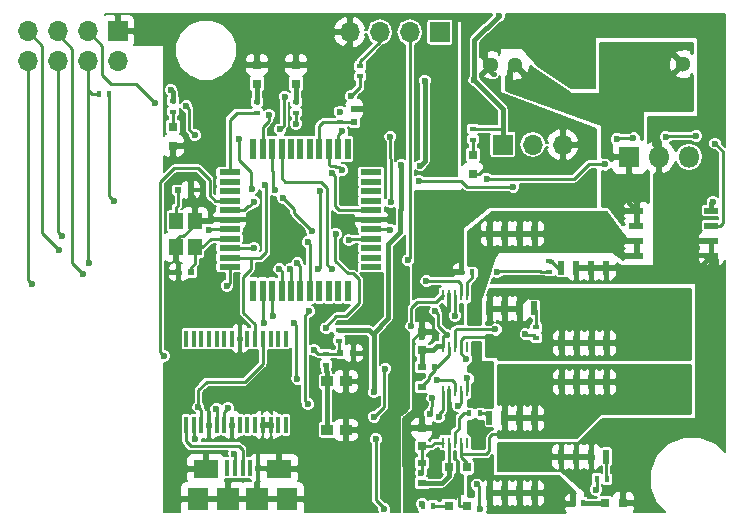
<source format=gtl>
G04 #@! TF.FileFunction,Copper,L1,Top,Signal*
%FSLAX46Y46*%
G04 Gerber Fmt 4.6, Leading zero omitted, Abs format (unit mm)*
G04 Created by KiCad (PCBNEW 4.0.7) date 06/27/18 11:47:53*
%MOMM*%
%LPD*%
G01*
G04 APERTURE LIST*
%ADD10C,0.100000*%
%ADD11R,0.750000X0.800000*%
%ADD12R,1.800000X0.500000*%
%ADD13R,0.500000X1.800000*%
%ADD14R,1.800000X1.800000*%
%ADD15O,1.800000X1.800000*%
%ADD16C,1.300000*%
%ADD17R,0.508000X1.143000*%
%ADD18R,0.250000X0.900000*%
%ADD19R,0.600000X0.500000*%
%ADD20R,0.800000X0.750000*%
%ADD21R,0.500000X0.600000*%
%ADD22R,0.800000X0.800000*%
%ADD23R,0.800000X0.600000*%
%ADD24R,1.800000X1.900000*%
%ADD25R,1.900000X1.900000*%
%ADD26R,0.400000X1.350000*%
%ADD27R,2.100000X1.600000*%
%ADD28R,0.600000X0.400000*%
%ADD29R,0.400000X0.600000*%
%ADD30R,1.000000X0.900000*%
%ADD31R,0.348000X1.397000*%
%ADD32R,1.143000X0.508000*%
%ADD33R,1.150000X1.400000*%
%ADD34R,1.700000X1.700000*%
%ADD35O,1.700000X1.700000*%
%ADD36R,1.950000X1.950000*%
%ADD37C,1.950000*%
%ADD38C,0.600000*%
%ADD39C,0.250000*%
%ADD40C,0.381000*%
%ADD41C,0.180000*%
%ADD42C,0.508000*%
%ADD43C,0.254000*%
G04 APERTURE END LIST*
D10*
D11*
X127127000Y-110502000D03*
X127127000Y-112002000D03*
D12*
X110840000Y-88837000D03*
X110840000Y-89637000D03*
X110840000Y-90437000D03*
X110840000Y-91237000D03*
X110840000Y-92037000D03*
X110840000Y-92837000D03*
X110840000Y-93637000D03*
X110840000Y-94437000D03*
X110840000Y-95237000D03*
X110840000Y-96037000D03*
X110840000Y-96837000D03*
D13*
X112840000Y-98837000D03*
X113640000Y-98837000D03*
X114440000Y-98837000D03*
X115240000Y-98837000D03*
X116040000Y-98837000D03*
X116840000Y-98837000D03*
X117640000Y-98837000D03*
X118440000Y-98837000D03*
X119240000Y-98837000D03*
X120040000Y-98837000D03*
X120840000Y-98837000D03*
D12*
X122840000Y-96837000D03*
X122840000Y-96037000D03*
X122840000Y-95237000D03*
X122840000Y-94437000D03*
X122840000Y-93637000D03*
X122840000Y-92837000D03*
X122840000Y-92037000D03*
X122840000Y-91237000D03*
X122840000Y-90437000D03*
X122840000Y-89637000D03*
X122840000Y-88837000D03*
D13*
X120840000Y-86837000D03*
X120040000Y-86837000D03*
X119240000Y-86837000D03*
X118440000Y-86837000D03*
X117640000Y-86837000D03*
X116840000Y-86837000D03*
X116040000Y-86837000D03*
X115240000Y-86837000D03*
X114440000Y-86837000D03*
X113640000Y-86837000D03*
X112840000Y-86837000D03*
D14*
X144653000Y-87503000D03*
D15*
X147193000Y-87503000D03*
X149733000Y-87503000D03*
D16*
X149225000Y-79629000D03*
X151225000Y-79629000D03*
D17*
X136652000Y-115951000D03*
X135382000Y-115951000D03*
X134112000Y-115951000D03*
X132842000Y-115951000D03*
X132842000Y-109601000D03*
X134112000Y-109601000D03*
X135382000Y-109601000D03*
X136652000Y-109601000D03*
D18*
X130925000Y-99224500D03*
X130917000Y-103583000D03*
X128942000Y-103583000D03*
X129417000Y-103583000D03*
X129917000Y-103583000D03*
X130417000Y-103583000D03*
X130417000Y-99224500D03*
X129917000Y-99224500D03*
X129417000Y-99224500D03*
X128917000Y-99224500D03*
D19*
X120227000Y-104140000D03*
X121327000Y-104140000D03*
X106460200Y-90322400D03*
X107560200Y-90322400D03*
X106511000Y-97282000D03*
X107611000Y-97282000D03*
D11*
X127127000Y-102374000D03*
X127127000Y-103874000D03*
D16*
X135001000Y-79756000D03*
X133001000Y-79756000D03*
D20*
X130925000Y-113792000D03*
X129425000Y-113792000D03*
D21*
X121412000Y-84560500D03*
X121412000Y-83460500D03*
D22*
X142583000Y-116840000D03*
X144183000Y-116840000D03*
X129375000Y-117094000D03*
X130975000Y-117094000D03*
X106045000Y-84975800D03*
X106045000Y-86575800D03*
X131445000Y-87338000D03*
X131445000Y-88938000D03*
D23*
X127127000Y-107022000D03*
X127127000Y-105322000D03*
X127127000Y-115150000D03*
X127127000Y-113450000D03*
D24*
X115739000Y-116502000D03*
D25*
X113139000Y-116502000D03*
X110739000Y-116502000D03*
D24*
X108139000Y-116502000D03*
D26*
X113239000Y-113825020D03*
X111939000Y-113825020D03*
X112589000Y-113825020D03*
X111289000Y-113825020D03*
X110639000Y-113825020D03*
D27*
X115039000Y-113952000D03*
X108839000Y-113952000D03*
D17*
X142748000Y-103251000D03*
X141478000Y-103251000D03*
X140208000Y-103251000D03*
X138938000Y-103251000D03*
X138938000Y-96901000D03*
X140208000Y-96901000D03*
X141478000Y-96901000D03*
X142748000Y-96901000D03*
X132842000Y-93980000D03*
X134112000Y-93980000D03*
X135382000Y-93980000D03*
X136652000Y-93980000D03*
X136652000Y-100330000D03*
X135382000Y-100330000D03*
X134112000Y-100330000D03*
X132842000Y-100330000D03*
X138938000Y-106553000D03*
X140208000Y-106553000D03*
X141478000Y-106553000D03*
X142748000Y-106553000D03*
X142748000Y-112903000D03*
X141478000Y-112903000D03*
X140208000Y-112903000D03*
X138938000Y-112903000D03*
D28*
X120142000Y-102166000D03*
X120142000Y-103066000D03*
X118999000Y-104198000D03*
X118999000Y-105098000D03*
D29*
X139885000Y-116840000D03*
X140785000Y-116840000D03*
X127185000Y-117094000D03*
X128085000Y-117094000D03*
D28*
X106045000Y-82785800D03*
X106045000Y-83685800D03*
D29*
X131387000Y-97282000D03*
X130487000Y-97282000D03*
D28*
X131445000Y-85148000D03*
X131445000Y-86048000D03*
X136779000Y-101912000D03*
X136779000Y-102812000D03*
X137922000Y-96324000D03*
X137922000Y-97224000D03*
D29*
X131122000Y-109220000D03*
X132022000Y-109220000D03*
X141917000Y-114808000D03*
X142817000Y-114808000D03*
D28*
X120205500Y-84587500D03*
X120205500Y-83687500D03*
D30*
X119088000Y-110635000D03*
X120688000Y-110635000D03*
X119088000Y-106535000D03*
X120688000Y-106535000D03*
D31*
X115604000Y-110209000D03*
X114954000Y-110209000D03*
X114304000Y-110209000D03*
X113654000Y-110209000D03*
X113004000Y-110209000D03*
X112354000Y-110209000D03*
X111704000Y-110209000D03*
X110404000Y-110209000D03*
X111054000Y-110209000D03*
X109754000Y-110209000D03*
X109104000Y-110209000D03*
X108454000Y-110209000D03*
X107804000Y-110209000D03*
X107154000Y-110209000D03*
X115604000Y-102897000D03*
X114954000Y-102897000D03*
X114304000Y-102897000D03*
X113654000Y-102897000D03*
X113004000Y-102897000D03*
X112354000Y-102897000D03*
X111704000Y-102897000D03*
X111054000Y-102897000D03*
X110404000Y-102897000D03*
X109754000Y-102897000D03*
X109104000Y-102897000D03*
X108454000Y-102897000D03*
X107804000Y-102897000D03*
X107154000Y-102897000D03*
D18*
X130925000Y-107352500D03*
X130917000Y-111711000D03*
X128942000Y-111711000D03*
X129417000Y-111711000D03*
X129917000Y-111711000D03*
X130417000Y-111711000D03*
X130417000Y-107352500D03*
X129917000Y-107352500D03*
X129417000Y-107352500D03*
X128917000Y-107352500D03*
D32*
X151638000Y-92075000D03*
X151638000Y-93345000D03*
X151638000Y-94615000D03*
X151638000Y-95885000D03*
X145288000Y-95885000D03*
X145288000Y-94615000D03*
X145288000Y-93345000D03*
X145288000Y-92075000D03*
D33*
X106299000Y-95164000D03*
X107899000Y-95164000D03*
X107899000Y-92964000D03*
X106299000Y-92964000D03*
D34*
X128651000Y-76962000D03*
D35*
X126111000Y-76962000D03*
X123571000Y-76962000D03*
X121031000Y-76962000D03*
D36*
X144613000Y-79756000D03*
D37*
X139613000Y-79756000D03*
D36*
X148463000Y-107148000D03*
D37*
X148463000Y-102148000D03*
D34*
X133985000Y-86487000D03*
D35*
X136525000Y-86487000D03*
X139065000Y-86487000D03*
D29*
X100653000Y-82169000D03*
X99753000Y-82169000D03*
D34*
X101371400Y-76885800D03*
D35*
X101371400Y-79425800D03*
X98831400Y-76885800D03*
X98831400Y-79425800D03*
X96291400Y-76885800D03*
X96291400Y-79425800D03*
X93751400Y-76885800D03*
X93751400Y-79425800D03*
D22*
X116459000Y-81318000D03*
X116459000Y-79718000D03*
X113157000Y-81318000D03*
X113157000Y-79718000D03*
D28*
X116459000Y-83762000D03*
X116459000Y-82862000D03*
X113157000Y-83762000D03*
X113157000Y-82862000D03*
X121904760Y-79803840D03*
X121904760Y-80703840D03*
D38*
X117983000Y-103835200D03*
X105283000Y-104368600D03*
X126974600Y-107873800D03*
X129159000Y-100457000D03*
X126034800Y-112953800D03*
X125958600Y-115798600D03*
X129032000Y-86309200D03*
X121031000Y-89687400D03*
X123901200Y-84683600D03*
X129387600Y-83870800D03*
X129387600Y-82016600D03*
X129641600Y-78994000D03*
X128676400Y-112928400D03*
X124714000Y-110515400D03*
X124968000Y-107569000D03*
X124968000Y-99060000D03*
X125095000Y-95292000D03*
X124968000Y-105156000D03*
X124968000Y-103632000D03*
X124968000Y-101981000D03*
X124968000Y-100330000D03*
X119202200Y-100304600D03*
X118364000Y-102870000D03*
X121285000Y-103124000D03*
X122834400Y-100304600D03*
X107619800Y-89357200D03*
X107670600Y-87122000D03*
X138023600Y-90119200D03*
X106934000Y-100457000D03*
X106654600Y-105587800D03*
X134975600Y-88392000D03*
X146913600Y-84886800D03*
X107899000Y-92964000D03*
X132486400Y-78409800D03*
X117729000Y-84074000D03*
X129540000Y-115951000D03*
X128270000Y-115951000D03*
X131191000Y-91948000D03*
X135001000Y-91186000D03*
X127000000Y-99060000D03*
X127381000Y-100584000D03*
X106299000Y-95164000D03*
X109220000Y-95504000D03*
X124769880Y-75803760D03*
X131744720Y-84063840D03*
X132415280Y-86070440D03*
X123821000Y-80284500D03*
X124449840Y-82351880D03*
X127172720Y-102778560D03*
X136652000Y-112903000D03*
X129413000Y-109347000D03*
X129413000Y-110490000D03*
X116078000Y-93599000D03*
X127508000Y-95758000D03*
X129667000Y-97409000D03*
X129667000Y-96266000D03*
X120904000Y-92837000D03*
X112776000Y-93091000D03*
X101031040Y-91226640D03*
X110698280Y-108798360D03*
X125389640Y-88219280D03*
X126979680Y-88249760D03*
X127355600Y-81061560D03*
X123063000Y-107442000D03*
X151765000Y-91313000D03*
X133654800Y-75565000D03*
X131572000Y-81026000D03*
X112903000Y-91313000D03*
X106197400Y-93167200D03*
X109118400Y-93700600D03*
X108204000Y-108712000D03*
X105867200Y-81864200D03*
X124460000Y-93726000D03*
X132892800Y-117348000D03*
X134792720Y-117378480D03*
X136652000Y-117348000D03*
X135382000Y-92710000D03*
X138557000Y-93980000D03*
X140589000Y-94107000D03*
X142748000Y-94107000D03*
X132207000Y-114046000D03*
X131572000Y-101092000D03*
X131699000Y-103886000D03*
X132080000Y-105410000D03*
X131826000Y-106553000D03*
X131572000Y-107823000D03*
X131826000Y-110236000D03*
X132207000Y-111760000D03*
X127152400Y-116916200D03*
X127076200Y-114274600D03*
X128270000Y-100584000D03*
X127127000Y-112002000D03*
X129286000Y-102616000D03*
X128016000Y-107950000D03*
X127812800Y-109245400D03*
X130860800Y-104597200D03*
X128270000Y-105283000D03*
X135128000Y-81661000D03*
X120396000Y-88646000D03*
X126873000Y-89535000D03*
X134874000Y-90043000D03*
X120396000Y-85344000D03*
X124460000Y-85806280D03*
X124515880Y-91379040D03*
X111252000Y-112649000D03*
X107950000Y-111379000D03*
X112903000Y-95250000D03*
X125933200Y-96266000D03*
X113807240Y-89931240D03*
X115138200Y-85191600D03*
X115498880Y-82412840D03*
X121142760Y-82387440D03*
X104521000Y-82981800D03*
X107188000Y-83210400D03*
X107899200Y-85674200D03*
X111658400Y-86029800D03*
X112750600Y-90271600D03*
X115392200Y-90982800D03*
X117779800Y-93751400D03*
X120954800Y-94589600D03*
X98933000Y-96520000D03*
X115062000Y-97028000D03*
X98425000Y-97409000D03*
X115951000Y-97028000D03*
X117475000Y-94742000D03*
X96647000Y-94234000D03*
X96393000Y-95377000D03*
X116586000Y-96520000D03*
X110617000Y-98425000D03*
X94107000Y-98298000D03*
X109728000Y-108839000D03*
X135890000Y-102489000D03*
X133350000Y-102108000D03*
X133477000Y-97282000D03*
X126238000Y-101854000D03*
X141859000Y-115697000D03*
X128549400Y-109575600D03*
X130977640Y-106268520D03*
X120205500Y-83687500D03*
X151942800Y-86385400D03*
X150342600Y-85750400D03*
X147777200Y-85826600D03*
X145034000Y-85902800D03*
X143611600Y-85979000D03*
X142621000Y-88138000D03*
X132638800Y-89382600D03*
X131749800Y-115239800D03*
X132054600Y-117322600D03*
X123952000Y-117322600D03*
X123215400Y-111429800D03*
X123088400Y-109524800D03*
X124028200Y-105460800D03*
X119024400Y-102031800D03*
X119837200Y-94056200D03*
X114173000Y-83947000D03*
X113792000Y-101600000D03*
X116332000Y-101600000D03*
X116586000Y-106299000D03*
X128397000Y-106426000D03*
X114554000Y-100965000D03*
X129921000Y-100965000D03*
X119507000Y-97028000D03*
X127508000Y-98044000D03*
X114681000Y-90297000D03*
X118491000Y-90424000D03*
X118364000Y-97028000D03*
X117602000Y-100584000D03*
X117475000Y-108458000D03*
X130175000Y-108585000D03*
X119507000Y-88900000D03*
X116459000Y-84709000D03*
D39*
X110840000Y-91237000D02*
X109626600Y-91237000D01*
X118345800Y-104198000D02*
X118999000Y-104198000D01*
X117983000Y-103835200D02*
X118345800Y-104198000D01*
X104978200Y-104063800D02*
X105283000Y-104368600D01*
X104978200Y-89662000D02*
X104978200Y-104063800D01*
X106172000Y-88468200D02*
X104978200Y-89662000D01*
X108178600Y-88468200D02*
X106172000Y-88468200D01*
X109143800Y-89433400D02*
X108178600Y-88468200D01*
X109143800Y-90754200D02*
X109143800Y-89433400D01*
X109626600Y-91237000D02*
X109143800Y-90754200D01*
X120142000Y-103066000D02*
X120142000Y-104055000D01*
X120142000Y-104055000D02*
X120227000Y-104140000D01*
X118999000Y-104198000D02*
X120169000Y-104198000D01*
X120169000Y-104198000D02*
X120227000Y-104140000D01*
X127127000Y-102374000D02*
X126962600Y-102374000D01*
X126962600Y-102374000D02*
X126390400Y-102997000D01*
X126619000Y-107873800D02*
X126974600Y-107873800D01*
X126390400Y-107594400D02*
X126619000Y-107873800D01*
X126390400Y-102997000D02*
X126390400Y-107594400D01*
X126974600Y-107873800D02*
X126974600Y-108839000D01*
D40*
X126949200Y-107899200D02*
X126974600Y-107873800D01*
X126949200Y-109372400D02*
X126949200Y-107899200D01*
X127127000Y-109550200D02*
X126949200Y-109372400D01*
X127127000Y-110502000D02*
X127127000Y-109550200D01*
D39*
X126060200Y-109753400D02*
X126060200Y-110515400D01*
X126974600Y-108839000D02*
X126060200Y-109753400D01*
X129417000Y-99224500D02*
X129417000Y-100199000D01*
X129417000Y-100199000D02*
X129159000Y-100457000D01*
X122402600Y-110617000D02*
X120706000Y-110617000D01*
X120706000Y-110617000D02*
X120688000Y-110635000D01*
X129413000Y-109347000D02*
X129413000Y-108432600D01*
X129367002Y-108386602D02*
X129367002Y-107352500D01*
X129413000Y-108432600D02*
X129367002Y-108386602D01*
X129367002Y-107352500D02*
X129417000Y-107352500D01*
X128270000Y-115951000D02*
X127965200Y-115951000D01*
X126060200Y-112928400D02*
X126060200Y-110515400D01*
X126034800Y-112953800D02*
X126060200Y-112928400D01*
X125958600Y-115874800D02*
X125958600Y-115798600D01*
X126288800Y-116205000D02*
X125958600Y-115874800D01*
X127711200Y-116205000D02*
X126288800Y-116205000D01*
X127965200Y-115951000D02*
X127711200Y-116205000D01*
X129387600Y-85953600D02*
X129032000Y-86309200D01*
X129387600Y-83870800D02*
X129387600Y-85953600D01*
X121031000Y-88442800D02*
X121031000Y-89687400D01*
X123367800Y-86106000D02*
X121031000Y-88442800D01*
X123367800Y-85217000D02*
X123367800Y-86106000D01*
X123901200Y-84683600D02*
X123367800Y-85217000D01*
X129387600Y-82016600D02*
X129387600Y-83870800D01*
X129616200Y-81788000D02*
X129387600Y-82016600D01*
X129616200Y-79019400D02*
X129616200Y-81788000D01*
X129641600Y-78994000D02*
X129616200Y-79019400D01*
X127127000Y-110502000D02*
X129401000Y-110502000D01*
X129401000Y-110502000D02*
X129413000Y-110490000D01*
X129413000Y-110490000D02*
X129413000Y-109347000D01*
X129401000Y-110502000D02*
X129413000Y-110490000D01*
X124637800Y-110617000D02*
X122402600Y-110617000D01*
X122402600Y-110617000D02*
X122301000Y-110617000D01*
X124714000Y-110540800D02*
X124714000Y-110515400D01*
X124637800Y-110617000D02*
X124714000Y-110540800D01*
D41*
X124968000Y-97282000D02*
X124968000Y-95419000D01*
X125095000Y-95292000D02*
X124968000Y-95419000D01*
X124968000Y-99060000D02*
X124968000Y-97282000D01*
X124968000Y-103632000D02*
X124968000Y-105156000D01*
X124968000Y-100330000D02*
X124968000Y-101981000D01*
X124968000Y-107569000D02*
X124968000Y-105156000D01*
D40*
X124968000Y-108762800D02*
X124968000Y-107569000D01*
X123113800Y-110617000D02*
X124968000Y-108762800D01*
X122301000Y-110617000D02*
X123113800Y-110617000D01*
D39*
X118364000Y-102743000D02*
X117983000Y-102362000D01*
X117983000Y-102362000D02*
X117983000Y-101549200D01*
X117983000Y-101549200D02*
X119202200Y-100330000D01*
X119202200Y-100330000D02*
X119202200Y-100304600D01*
D41*
X121327000Y-104140000D02*
X121327000Y-103166000D01*
X121327000Y-103166000D02*
X121285000Y-103124000D01*
D39*
X118364000Y-102870000D02*
X118364000Y-102743000D01*
X121327000Y-104140000D02*
X121327000Y-104936200D01*
X120688000Y-105575200D02*
X120688000Y-106535000D01*
X121327000Y-104936200D02*
X120688000Y-105575200D01*
X106045000Y-86575800D02*
X107124400Y-86575800D01*
X107560200Y-89416800D02*
X107560200Y-90322400D01*
X107619800Y-89357200D02*
X107560200Y-89416800D01*
X107124400Y-86575800D02*
X107670600Y-87122000D01*
X107560200Y-90322400D02*
X107560200Y-90618400D01*
X107899000Y-90957200D02*
X107899000Y-92964000D01*
X107560200Y-90618400D02*
X107899000Y-90957200D01*
X135001000Y-91186000D02*
X135432800Y-91186000D01*
X137972800Y-90170000D02*
X138023600Y-90119200D01*
X136448800Y-90170000D02*
X137972800Y-90170000D01*
X135432800Y-91186000D02*
X136448800Y-90170000D01*
X106299000Y-95164000D02*
X106299000Y-94513400D01*
X106299000Y-94513400D02*
X106603800Y-94208600D01*
X106934000Y-94208600D02*
X107899000Y-93243600D01*
X106603800Y-94208600D02*
X106934000Y-94208600D01*
X107899000Y-93243600D02*
X107899000Y-92964000D01*
X106934000Y-100457000D02*
X106934000Y-100863400D01*
X106511000Y-98383000D02*
X106934000Y-98806000D01*
X106934000Y-98806000D02*
X106934000Y-100457000D01*
X106511000Y-97282000D02*
X106511000Y-98383000D01*
X106451400Y-105587800D02*
X106654600Y-105587800D01*
X106045000Y-105181400D02*
X106451400Y-105587800D01*
X106045000Y-101752400D02*
X106045000Y-105181400D01*
X106934000Y-100863400D02*
X106045000Y-101752400D01*
D40*
X135051800Y-88366600D02*
X135001000Y-88366600D01*
X135001000Y-88366600D02*
X134975600Y-88392000D01*
X133527800Y-91389200D02*
X133731000Y-91389200D01*
X133731000Y-91389200D02*
X133934200Y-91186000D01*
X147193000Y-87503000D02*
X147193000Y-86842600D01*
X147193000Y-86842600D02*
X146812000Y-86461600D01*
X146812000Y-84988400D02*
X146913600Y-84886800D01*
X146812000Y-86461600D02*
X146812000Y-84988400D01*
X133255000Y-80518000D02*
X133172200Y-80518000D01*
X133172200Y-80518000D02*
X132486400Y-79832200D01*
X132486400Y-79832200D02*
X132486400Y-78409800D01*
D39*
X120142000Y-92964000D02*
X120015000Y-92964000D01*
X120015000Y-92964000D02*
X119888000Y-92837000D01*
X121031000Y-76962000D02*
X121031000Y-77724000D01*
X121031000Y-77724000D02*
X117729000Y-81026000D01*
X117729000Y-81026000D02*
X117729000Y-84074000D01*
X130975000Y-117094000D02*
X131064000Y-117094000D01*
X130975000Y-117094000D02*
X130302000Y-117094000D01*
X130302000Y-117094000D02*
X130302000Y-116078000D01*
X130302000Y-116078000D02*
X130175000Y-115951000D01*
X130175000Y-115951000D02*
X129540000Y-115951000D01*
D41*
X128270000Y-115951000D02*
X129540000Y-115951000D01*
D39*
X131191000Y-91567000D02*
X131191000Y-91948000D01*
X131572000Y-91186000D02*
X131191000Y-91567000D01*
X135001000Y-91186000D02*
X133934200Y-91186000D01*
X133934200Y-91186000D02*
X131572000Y-91186000D01*
X127127000Y-102374000D02*
X127127000Y-100838000D01*
D41*
X127508000Y-96012000D02*
X126746000Y-96774000D01*
X126746000Y-96774000D02*
X126746000Y-98806000D01*
X126746000Y-98806000D02*
X127000000Y-99060000D01*
X127508000Y-96012000D02*
X127508000Y-95758000D01*
D39*
X127127000Y-100838000D02*
X127381000Y-100584000D01*
X106511000Y-97282000D02*
X106511000Y-98002000D01*
X108966000Y-98171000D02*
X109220000Y-97917000D01*
X106680000Y-98171000D02*
X108966000Y-98171000D01*
X106511000Y-98002000D02*
X106680000Y-98171000D01*
X108458000Y-99568000D02*
X108458000Y-98933000D01*
X108458000Y-98933000D02*
X109220000Y-98171000D01*
X109220000Y-98171000D02*
X109220000Y-97917000D01*
X109220000Y-97917000D02*
X109220000Y-95504000D01*
X111704000Y-101544000D02*
X111704000Y-102897000D01*
X110490000Y-100330000D02*
X111704000Y-101544000D01*
X109220000Y-100330000D02*
X110490000Y-100330000D01*
X108458000Y-99568000D02*
X109220000Y-100330000D01*
X121031000Y-76962000D02*
X121031000Y-75773280D01*
X124439680Y-75473560D02*
X124769880Y-75803760D01*
X121330720Y-75473560D02*
X124439680Y-75473560D01*
X121031000Y-75773280D02*
X121330720Y-75473560D01*
X121031000Y-76962000D02*
X119176800Y-76962000D01*
X119176800Y-76962000D02*
X118465600Y-77673200D01*
X131445000Y-88938000D02*
X131950560Y-88938000D01*
X132349240Y-86136480D02*
X132415280Y-86070440D01*
X132349240Y-88539320D02*
X132349240Y-86136480D01*
X131950560Y-88938000D02*
X132349240Y-88539320D01*
X124449840Y-80913340D02*
X124449840Y-82351880D01*
X123821000Y-80284500D02*
X124449840Y-80913340D01*
X127127000Y-102374000D02*
X127127000Y-102732840D01*
X127127000Y-102732840D02*
X127172720Y-102778560D01*
X138938000Y-112903000D02*
X136652000Y-112903000D01*
D41*
X114304000Y-110209000D02*
X114304000Y-111629000D01*
X114173000Y-111760000D02*
X113654000Y-111760000D01*
X114304000Y-111629000D02*
X114173000Y-111760000D01*
X113654000Y-110209000D02*
X113654000Y-111760000D01*
X113654000Y-111760000D02*
X113654000Y-112003000D01*
X113284000Y-112373000D02*
X113284000Y-113157000D01*
X113654000Y-112003000D02*
X113284000Y-112373000D01*
X113284000Y-113157000D02*
X113239000Y-113825020D01*
X113157000Y-79756000D02*
X113157000Y-79718000D01*
X120904000Y-92837000D02*
X120269000Y-92837000D01*
X120269000Y-92837000D02*
X120142000Y-92964000D01*
D40*
X129794000Y-97282000D02*
X130487000Y-97282000D01*
X129667000Y-97409000D02*
X129794000Y-97282000D01*
X127508000Y-95758000D02*
X127762000Y-96012000D01*
X127762000Y-96012000D02*
X129413000Y-96012000D01*
X129413000Y-96012000D02*
X129667000Y-96266000D01*
X147193000Y-87503000D02*
X147193000Y-93218000D01*
X148590000Y-94615000D02*
X151638000Y-94615000D01*
X147193000Y-93218000D02*
X148590000Y-94615000D01*
X141478000Y-112903000D02*
X141478000Y-111633000D01*
X152019000Y-96266000D02*
X151638000Y-95885000D01*
X152019000Y-110236000D02*
X152019000Y-96266000D01*
X151511000Y-110744000D02*
X152019000Y-110236000D01*
X142367000Y-110744000D02*
X151511000Y-110744000D01*
X141478000Y-111633000D02*
X142367000Y-110744000D01*
X141478000Y-112903000D02*
X140208000Y-112903000D01*
X138938000Y-112903000D02*
X140208000Y-112903000D01*
X151638000Y-95885000D02*
X151638000Y-94615000D01*
X142748000Y-96901000D02*
X150622000Y-96901000D01*
X150622000Y-96901000D02*
X151638000Y-95885000D01*
X141478000Y-96901000D02*
X142748000Y-96901000D01*
X140208000Y-96901000D02*
X141478000Y-96901000D01*
D39*
X120904000Y-92837000D02*
X122840000Y-92837000D01*
X112522000Y-92837000D02*
X110840000Y-92837000D01*
X112776000Y-93091000D02*
X112522000Y-92837000D01*
X100653000Y-90848600D02*
X100653000Y-82169000D01*
X101031040Y-91226640D02*
X100653000Y-90848600D01*
X110404000Y-110209000D02*
X110404000Y-109092640D01*
X110404000Y-109092640D02*
X110698280Y-108798360D01*
D40*
X124272040Y-101173280D02*
X122946160Y-102499160D01*
X124272040Y-94935040D02*
X124272040Y-101173280D01*
X125288040Y-93919040D02*
X124272040Y-94935040D01*
X125288040Y-91998800D02*
X125288040Y-93919040D01*
X125343920Y-91942920D02*
X125288040Y-91998800D01*
X125343920Y-88265000D02*
X125343920Y-91942920D01*
X125389640Y-88219280D02*
X125343920Y-88265000D01*
X127386080Y-87843360D02*
X126979680Y-88249760D01*
X127386080Y-81092040D02*
X127386080Y-87843360D01*
X127355600Y-81061560D02*
X127386080Y-81092040D01*
D39*
X131445000Y-85148000D02*
X133985000Y-85148000D01*
X133985000Y-85148000D02*
X133985000Y-85090000D01*
D40*
X122613000Y-102166000D02*
X120142000Y-102166000D01*
X123063000Y-102616000D02*
X122946160Y-102499160D01*
X122946160Y-102499160D02*
X122613000Y-102166000D01*
X123063000Y-107442000D02*
X123063000Y-102616000D01*
X151638000Y-91440000D02*
X151765000Y-91313000D01*
X151638000Y-92075000D02*
X151638000Y-91440000D01*
X131572000Y-77622400D02*
X131572000Y-81026000D01*
X133654800Y-75565000D02*
X131572000Y-77622400D01*
X133985000Y-86487000D02*
X133985000Y-85090000D01*
X133985000Y-85090000D02*
X133985000Y-83439000D01*
X133985000Y-83439000D02*
X131572000Y-81026000D01*
D39*
X112903000Y-91313000D02*
X112522000Y-91694000D01*
X112522000Y-91694000D02*
X112395000Y-91694000D01*
X112395000Y-91694000D02*
X112052000Y-92037000D01*
X112052000Y-92037000D02*
X110840000Y-92037000D01*
X110840000Y-93637000D02*
X109182000Y-93637000D01*
X106197400Y-93167200D02*
X106299000Y-93065600D01*
X109182000Y-93637000D02*
X109118400Y-93700600D01*
X106299000Y-93065600D02*
X106299000Y-92964000D01*
X106511000Y-90373200D02*
X106511000Y-90932000D01*
X106511000Y-91609000D02*
X106299000Y-91821000D01*
X106299000Y-91821000D02*
X106299000Y-92964000D01*
X106511000Y-90932000D02*
X106511000Y-91609000D01*
X106511000Y-90373200D02*
X106460200Y-90322400D01*
X107611000Y-97282000D02*
X107611000Y-96859000D01*
X107899000Y-96571000D02*
X107899000Y-95164000D01*
X107611000Y-96859000D02*
X107899000Y-96571000D01*
X107899000Y-95164000D02*
X108544000Y-95164000D01*
X109271000Y-94437000D02*
X110840000Y-94437000D01*
X108544000Y-95164000D02*
X109271000Y-94437000D01*
X113654000Y-102897000D02*
X113654000Y-105014600D01*
X108204000Y-107264200D02*
X108204000Y-108712000D01*
X108915200Y-106553000D02*
X108204000Y-107264200D01*
X112115600Y-106553000D02*
X108915200Y-106553000D01*
X113654000Y-105014600D02*
X112115600Y-106553000D01*
X108454000Y-108962000D02*
X108454000Y-110209000D01*
X108204000Y-108712000D02*
X108454000Y-108962000D01*
D40*
X106045000Y-82785800D02*
X106045000Y-82042000D01*
X106045000Y-82042000D02*
X105867200Y-81864200D01*
D39*
X106045000Y-82785800D02*
X106045000Y-82600800D01*
X124371000Y-93637000D02*
X122840000Y-93637000D01*
X124460000Y-93726000D02*
X124371000Y-93637000D01*
X136652000Y-115951000D02*
X136652000Y-117348000D01*
X134762240Y-117348000D02*
X132892800Y-117348000D01*
X134792720Y-117378480D02*
X134762240Y-117348000D01*
D40*
X145288000Y-94615000D02*
X144145000Y-94615000D01*
X135382000Y-92710000D02*
X135382000Y-93980000D01*
X140462000Y-93980000D02*
X138557000Y-93980000D01*
X140589000Y-94107000D02*
X140462000Y-93980000D01*
X143637000Y-94107000D02*
X142748000Y-94107000D01*
X144145000Y-94615000D02*
X143637000Y-94107000D01*
X132842000Y-114681000D02*
X132207000Y-114046000D01*
X132842000Y-115951000D02*
X132842000Y-114681000D01*
X132842000Y-95631000D02*
X132842000Y-93980000D01*
X132207000Y-96266000D02*
X132842000Y-95631000D01*
X132207000Y-98044000D02*
X132207000Y-96266000D01*
X131826000Y-98425000D02*
X132207000Y-98044000D01*
X131826000Y-100838000D02*
X131826000Y-98425000D01*
X131572000Y-101092000D02*
X131826000Y-100838000D01*
X131699000Y-104343200D02*
X131699000Y-103886000D01*
X131699000Y-105105200D02*
X131699000Y-104343200D01*
X132080000Y-105410000D02*
X131699000Y-105105200D01*
X131826000Y-107569000D02*
X131826000Y-106553000D01*
X131572000Y-107823000D02*
X131826000Y-107569000D01*
X131826000Y-111379000D02*
X131826000Y-110236000D01*
X132207000Y-111760000D02*
X131826000Y-111379000D01*
X139885000Y-116840000D02*
X138684000Y-116840000D01*
X137795000Y-115951000D02*
X136652000Y-115951000D01*
X138684000Y-116840000D02*
X137795000Y-115951000D01*
X134112000Y-115951000D02*
X132842000Y-115951000D01*
X135382000Y-115951000D02*
X134112000Y-115951000D01*
X136652000Y-115951000D02*
X135382000Y-115951000D01*
X145288000Y-94615000D02*
X144526000Y-94615000D01*
X143891000Y-93980000D02*
X136652000Y-93980000D01*
X144526000Y-94615000D02*
X143891000Y-93980000D01*
X145288000Y-94615000D02*
X145288000Y-95885000D01*
D39*
X135382000Y-93980000D02*
X137033000Y-93980000D01*
X136652000Y-93980000D02*
X137033000Y-93980000D01*
X132842000Y-93980000D02*
X135382000Y-93980000D01*
X127127000Y-113450000D02*
X127127000Y-114223800D01*
X127152400Y-116916200D02*
X127185000Y-116948800D01*
X127127000Y-114223800D02*
X127076200Y-114274600D01*
X127185000Y-116948800D02*
X127185000Y-117094000D01*
X128524000Y-101854000D02*
X129286000Y-102616000D01*
X128524000Y-100838000D02*
X128524000Y-101854000D01*
X128270000Y-100584000D02*
X128524000Y-100838000D01*
X127127000Y-112002000D02*
X127750000Y-112002000D01*
X127750000Y-112002000D02*
X127901000Y-112002000D01*
X127901000Y-112002000D02*
X128192000Y-111711000D01*
X128192000Y-111711000D02*
X128942000Y-111711000D01*
X127127000Y-112002000D02*
X127127000Y-113450000D01*
X128905000Y-103546000D02*
X128905000Y-102743000D01*
X129032000Y-102616000D02*
X128905000Y-102743000D01*
X129286000Y-102616000D02*
X129032000Y-102616000D01*
X128016000Y-108458000D02*
X128016000Y-107950000D01*
X127812800Y-109245400D02*
X128016000Y-108458000D01*
X128905000Y-103546000D02*
X128942000Y-103583000D01*
X127901000Y-112002000D02*
X128192000Y-111711000D01*
X128192000Y-111711000D02*
X128942000Y-111711000D01*
X127185000Y-117094000D02*
X127185000Y-117025000D01*
D40*
X127127000Y-103874000D02*
X128028000Y-103874000D01*
X128028000Y-103874000D02*
X128397000Y-103505000D01*
X128397000Y-103505000D02*
X128778000Y-103505000D01*
X127127000Y-103874000D02*
X127127000Y-105322000D01*
D39*
X130417000Y-103583000D02*
X130417000Y-104153400D01*
X130417000Y-104153400D02*
X130860800Y-104597200D01*
X130417000Y-103583000D02*
X130417000Y-103009000D01*
X134112000Y-102616000D02*
X134112000Y-100330000D01*
X133985000Y-102743000D02*
X134112000Y-102616000D01*
X130683000Y-102743000D02*
X133985000Y-102743000D01*
X130417000Y-103009000D02*
X130683000Y-102743000D01*
D40*
X142748000Y-103251000D02*
X147360000Y-103251000D01*
X147360000Y-103251000D02*
X148463000Y-102148000D01*
X141478000Y-103251000D02*
X142748000Y-103251000D01*
X140208000Y-103251000D02*
X141478000Y-103251000D01*
X138938000Y-103251000D02*
X140208000Y-103251000D01*
X135382000Y-100330000D02*
X135382000Y-99949000D01*
X135382000Y-99949000D02*
X136271000Y-99060000D01*
X138938000Y-100203000D02*
X138938000Y-103251000D01*
X137795000Y-99060000D02*
X138938000Y-100203000D01*
X136271000Y-99060000D02*
X137795000Y-99060000D01*
X134112000Y-100330000D02*
X132842000Y-100330000D01*
X134112000Y-100330000D02*
X135382000Y-100330000D01*
D39*
X128270000Y-105283000D02*
X128397000Y-105283000D01*
X129413000Y-104267000D02*
X129413000Y-103587000D01*
X128397000Y-105283000D02*
X129413000Y-104267000D01*
X129413000Y-103587000D02*
X129417000Y-103583000D01*
X127127000Y-107022000D02*
X127127000Y-106934000D01*
X127127000Y-106934000D02*
X127762000Y-106299000D01*
X127762000Y-106299000D02*
X127762000Y-106045000D01*
X127762000Y-106045000D02*
X128270000Y-105537000D01*
X128270000Y-105537000D02*
X128270000Y-105283000D01*
D42*
X135001000Y-79756000D02*
X135001000Y-79883000D01*
X135001000Y-79883000D02*
X134620000Y-80264000D01*
X134620000Y-80264000D02*
X134620000Y-81153000D01*
X134620000Y-81153000D02*
X135128000Y-81661000D01*
D40*
X145288000Y-92075000D02*
X145288000Y-93345000D01*
X144653000Y-87503000D02*
X144653000Y-91440000D01*
X144653000Y-91440000D02*
X145288000Y-92075000D01*
D39*
X130417000Y-112649000D02*
X132588000Y-112649000D01*
X134112000Y-110617000D02*
X134112000Y-109601000D01*
X133731000Y-110998000D02*
X134112000Y-110617000D01*
X133096000Y-110998000D02*
X133731000Y-110998000D01*
X132842000Y-111252000D02*
X133096000Y-110998000D01*
X132842000Y-112395000D02*
X132842000Y-111252000D01*
X132588000Y-112649000D02*
X132842000Y-112395000D01*
X130925000Y-113792000D02*
X130925000Y-113399000D01*
X130417000Y-112891000D02*
X130417000Y-112649000D01*
X130417000Y-112649000D02*
X130417000Y-111711000D01*
X130925000Y-113399000D02*
X130417000Y-112891000D01*
D40*
X141478000Y-106553000D02*
X142748000Y-106553000D01*
X140208000Y-106553000D02*
X141478000Y-106553000D01*
X138938000Y-106553000D02*
X140208000Y-106553000D01*
X136652000Y-109601000D02*
X138430000Y-109601000D01*
X138938000Y-109093000D02*
X138938000Y-106553000D01*
X138430000Y-109601000D02*
X138938000Y-109093000D01*
D39*
X135382000Y-109601000D02*
X136652000Y-109601000D01*
X134112000Y-109601000D02*
X135382000Y-109601000D01*
D40*
X129425000Y-113792000D02*
X129425000Y-114542000D01*
X128817000Y-115150000D02*
X127127000Y-115150000D01*
X129425000Y-114542000D02*
X128817000Y-115150000D01*
D39*
X129417000Y-111711000D02*
X129417000Y-113784000D01*
X129417000Y-113784000D02*
X129425000Y-113792000D01*
X120205500Y-84587500D02*
X121385000Y-84587500D01*
X121385000Y-84587500D02*
X121412000Y-84560500D01*
X120205500Y-84587500D02*
X118739500Y-84587500D01*
X118440000Y-84887000D02*
X118440000Y-86837000D01*
X118739500Y-84587500D02*
X118440000Y-84887000D01*
X119240000Y-88125000D02*
X119240000Y-86837000D01*
X119380000Y-88265000D02*
X119240000Y-88125000D01*
X119761000Y-88265000D02*
X119380000Y-88265000D01*
X119888000Y-88392000D02*
X119761000Y-88265000D01*
X120142000Y-88392000D02*
X119888000Y-88392000D01*
X120396000Y-88646000D02*
X120142000Y-88392000D01*
X130429000Y-89535000D02*
X126873000Y-89535000D01*
X130937000Y-90043000D02*
X130429000Y-89535000D01*
X134874000Y-90043000D02*
X130937000Y-90043000D01*
X120040000Y-85700000D02*
X120040000Y-86837000D01*
X120396000Y-85344000D02*
X120040000Y-85700000D01*
X124475240Y-89428320D02*
X124460000Y-85806280D01*
X124515880Y-90718640D02*
X124475240Y-89428320D01*
X124515880Y-91379040D02*
X124515880Y-90718640D01*
D40*
X140785000Y-116840000D02*
X142583000Y-116840000D01*
D39*
X129375000Y-117094000D02*
X128085000Y-117094000D01*
X106045000Y-84975800D02*
X106045000Y-83685800D01*
X131445000Y-87338000D02*
X131445000Y-86048000D01*
X107154000Y-110209000D02*
X107154000Y-111599000D01*
X111939000Y-112320000D02*
X111939000Y-113825020D01*
X111633000Y-112014000D02*
X111939000Y-112320000D01*
X107569000Y-112014000D02*
X111633000Y-112014000D01*
X107154000Y-111599000D02*
X107569000Y-112014000D01*
X107804000Y-110209000D02*
X107804000Y-111233000D01*
X111289000Y-112686000D02*
X111289000Y-113825020D01*
X111252000Y-112649000D02*
X111289000Y-112686000D01*
X107804000Y-111233000D02*
X107950000Y-111379000D01*
X126111000Y-76962000D02*
X126111000Y-96012000D01*
X112890000Y-95237000D02*
X110840000Y-95237000D01*
X112903000Y-95250000D02*
X112890000Y-95237000D01*
X126111000Y-96012000D02*
X125933200Y-96266000D01*
X121904760Y-80703840D02*
X121904760Y-81625440D01*
X113456720Y-96083120D02*
X112649000Y-96083120D01*
X113934240Y-95605600D02*
X113456720Y-96083120D01*
X113934240Y-90058240D02*
X113934240Y-95605600D01*
X113807240Y-89931240D02*
X113934240Y-90058240D01*
X115412520Y-84917280D02*
X115138200Y-85191600D01*
X115412520Y-82499200D02*
X115412520Y-84917280D01*
X115498880Y-82412840D02*
X115412520Y-82499200D01*
X121904760Y-81625440D02*
X121142760Y-82387440D01*
X113004000Y-102897000D02*
X113004000Y-101701000D01*
X112649000Y-97028000D02*
X112649000Y-96083120D01*
X112649000Y-96083120D02*
X112649000Y-96037000D01*
X112014000Y-97663000D02*
X112649000Y-97028000D01*
X112014000Y-100711000D02*
X112014000Y-97663000D01*
X113004000Y-101701000D02*
X112014000Y-100711000D01*
X112649000Y-96037000D02*
X110840000Y-96037000D01*
X122840000Y-94437000D02*
X121107400Y-94437000D01*
X100050600Y-78105000D02*
X98831400Y-76885800D01*
X100050600Y-80619600D02*
X100050600Y-78105000D01*
X100787200Y-81356200D02*
X100050600Y-80619600D01*
X102895400Y-81356200D02*
X100787200Y-81356200D01*
X104521000Y-82981800D02*
X102895400Y-81356200D01*
X107442000Y-83464400D02*
X107188000Y-83210400D01*
X107442000Y-85217000D02*
X107442000Y-83464400D01*
X107899200Y-85674200D02*
X107442000Y-85217000D01*
X111658400Y-87807800D02*
X111658400Y-86029800D01*
X112623600Y-88773000D02*
X111658400Y-87807800D01*
X112623600Y-90144600D02*
X112623600Y-88773000D01*
X112750600Y-90271600D02*
X112623600Y-90144600D01*
X116306600Y-91897200D02*
X115392200Y-90982800D01*
X116306600Y-92278200D02*
X116306600Y-91897200D01*
X117779800Y-93751400D02*
X116306600Y-92278200D01*
X121107400Y-94437000D02*
X120954800Y-94589600D01*
X98831400Y-76885800D02*
X98831400Y-77368400D01*
X99753000Y-82169000D02*
X99187000Y-82169000D01*
X99187000Y-82169000D02*
X98831400Y-81813400D01*
X115240000Y-98837000D02*
X115240000Y-97206000D01*
X98831400Y-96418400D02*
X98831400Y-81813400D01*
X98831400Y-81813400D02*
X98831400Y-79425800D01*
X98933000Y-96520000D02*
X98831400Y-96418400D01*
X115240000Y-97206000D02*
X115062000Y-97028000D01*
X96291400Y-76885800D02*
X96291400Y-77114400D01*
X96291400Y-77114400D02*
X97536000Y-78359000D01*
X97536000Y-78359000D02*
X97536000Y-96520000D01*
X97536000Y-96520000D02*
X98425000Y-97409000D01*
X115951000Y-97028000D02*
X116040000Y-97117000D01*
X116040000Y-97117000D02*
X116040000Y-98837000D01*
X96291400Y-79425800D02*
X96291400Y-93878400D01*
X117640000Y-94907000D02*
X117640000Y-98837000D01*
X117475000Y-94742000D02*
X117640000Y-94907000D01*
X96291400Y-93878400D02*
X96647000Y-94234000D01*
X116840000Y-98837000D02*
X116840000Y-96774000D01*
X94996000Y-78130400D02*
X93751400Y-76885800D01*
X94996000Y-93980000D02*
X94996000Y-78130400D01*
X96393000Y-95377000D02*
X94996000Y-93980000D01*
X116840000Y-96774000D02*
X116586000Y-96520000D01*
X93751400Y-79425800D02*
X93751400Y-97942400D01*
X110840000Y-98202000D02*
X110840000Y-96837000D01*
X110617000Y-98425000D02*
X110840000Y-98202000D01*
X93751400Y-97942400D02*
X94107000Y-98298000D01*
X136779000Y-101912000D02*
X136779000Y-100457000D01*
X136779000Y-100457000D02*
X136652000Y-100330000D01*
X132842000Y-109601000D02*
X132461000Y-109220000D01*
X132461000Y-109220000D02*
X132022000Y-109220000D01*
D40*
X119088000Y-106535000D02*
X119088000Y-110635000D01*
X118999000Y-105098000D02*
X118999000Y-105664000D01*
X119088000Y-105753000D02*
X119088000Y-106535000D01*
D39*
X118999000Y-105664000D02*
X119088000Y-105753000D01*
X109754000Y-108865000D02*
X109754000Y-110209000D01*
X109728000Y-108839000D02*
X109754000Y-108865000D01*
X131387000Y-97282000D02*
X131387000Y-97721000D01*
X130925000Y-98183000D02*
X130925000Y-99224500D01*
X131387000Y-97721000D02*
X130925000Y-98183000D01*
X129917000Y-103583000D02*
X129917000Y-102239000D01*
X136017000Y-102616000D02*
X136583000Y-102616000D01*
X135890000Y-102489000D02*
X136017000Y-102616000D01*
X130048000Y-102108000D02*
X133350000Y-102108000D01*
X129917000Y-102239000D02*
X130048000Y-102108000D01*
X136583000Y-102616000D02*
X136779000Y-102812000D01*
X136583000Y-102616000D02*
X136779000Y-102812000D01*
X138938000Y-96901000D02*
X138684000Y-96901000D01*
X138684000Y-96901000D02*
X138107000Y-96324000D01*
X138107000Y-96324000D02*
X137922000Y-96324000D01*
X138684000Y-96901000D02*
X138176000Y-96393000D01*
X138176000Y-96393000D02*
X137864000Y-96393000D01*
X137922000Y-97224000D02*
X137218000Y-97224000D01*
X133604000Y-97155000D02*
X133477000Y-97282000D01*
X137149000Y-97155000D02*
X133604000Y-97155000D01*
X137218000Y-97224000D02*
X137149000Y-97155000D01*
X128319500Y-99822000D02*
X128917000Y-99224500D01*
X126746000Y-99822000D02*
X128319500Y-99822000D01*
X126238000Y-100330000D02*
X126746000Y-99822000D01*
X126238000Y-101854000D02*
X126238000Y-100330000D01*
X128917000Y-99302000D02*
X128917000Y-99224500D01*
X131122000Y-109220000D02*
X130683000Y-109220000D01*
X129917000Y-110875000D02*
X129917000Y-111711000D01*
X130302000Y-110490000D02*
X129917000Y-110875000D01*
X130302000Y-109601000D02*
X130302000Y-110490000D01*
X130683000Y-109220000D02*
X130302000Y-109601000D01*
X128917000Y-107352500D02*
X128917000Y-108954000D01*
X141917000Y-115639000D02*
X141917000Y-114808000D01*
X141859000Y-115697000D02*
X141917000Y-115639000D01*
X128549400Y-109321600D02*
X128549400Y-109575600D01*
X128917000Y-108954000D02*
X128549400Y-109321600D01*
X142748000Y-112903000D02*
X142748000Y-114739000D01*
X142748000Y-114739000D02*
X142817000Y-114808000D01*
X130925000Y-106321160D02*
X130925000Y-107352500D01*
X130977640Y-106268520D02*
X130925000Y-106321160D01*
X120147500Y-83687500D02*
X120205500Y-83687500D01*
X152323800Y-93345000D02*
X151638000Y-93345000D01*
X152577800Y-93091000D02*
X152323800Y-93345000D01*
X152577800Y-87020400D02*
X152577800Y-93091000D01*
X151942800Y-86385400D02*
X152577800Y-87020400D01*
X147853400Y-85750400D02*
X150342600Y-85750400D01*
X147777200Y-85826600D02*
X147853400Y-85750400D01*
X143687800Y-85902800D02*
X145034000Y-85902800D01*
X143611600Y-85979000D02*
X143687800Y-85902800D01*
X141249400Y-88138000D02*
X142621000Y-88138000D01*
X140004800Y-89382600D02*
X141249400Y-88138000D01*
X132638800Y-89382600D02*
X140004800Y-89382600D01*
X151638000Y-93345000D02*
X152019000Y-93345000D01*
X131927600Y-115417600D02*
X131749800Y-115239800D01*
X131927600Y-117195600D02*
X131927600Y-115417600D01*
X132054600Y-117322600D02*
X131927600Y-117195600D01*
X123952000Y-117271800D02*
X123952000Y-117322600D01*
X123215400Y-116535200D02*
X123952000Y-117271800D01*
X123215400Y-111429800D02*
X123215400Y-116535200D01*
X123952000Y-108661200D02*
X123088400Y-109524800D01*
X123952000Y-105537000D02*
X123952000Y-108661200D01*
X124028200Y-105460800D02*
X123952000Y-105537000D01*
X119024400Y-101879400D02*
X119024400Y-102031800D01*
X119888000Y-101015800D02*
X119024400Y-101879400D01*
X120675400Y-101015800D02*
X119888000Y-101015800D01*
X121793000Y-99898200D02*
X120675400Y-101015800D01*
X121793000Y-97866200D02*
X121793000Y-99898200D01*
X121310400Y-97383600D02*
X121793000Y-97866200D01*
X120827800Y-97383600D02*
X121310400Y-97383600D01*
X119786400Y-96342200D02*
X120827800Y-97383600D01*
X119786400Y-94107000D02*
X119786400Y-96342200D01*
X119837200Y-94056200D02*
X119786400Y-94107000D01*
X113640000Y-86837000D02*
X113640000Y-84988000D01*
X114173000Y-84455000D02*
X114173000Y-83947000D01*
X113640000Y-84988000D02*
X114173000Y-84455000D01*
X129917000Y-107352500D02*
X129917000Y-106676000D01*
X113640000Y-101448000D02*
X113640000Y-98837000D01*
X113792000Y-101600000D02*
X113640000Y-101448000D01*
X116459000Y-101727000D02*
X116332000Y-101600000D01*
X116459000Y-106172000D02*
X116459000Y-101727000D01*
X116586000Y-106299000D02*
X116459000Y-106172000D01*
X129667000Y-106426000D02*
X128397000Y-106426000D01*
X129917000Y-106676000D02*
X129667000Y-106426000D01*
X114440000Y-98837000D02*
X114440000Y-100851000D01*
X114440000Y-100851000D02*
X114554000Y-100965000D01*
X129921000Y-100965000D02*
X129917000Y-100961000D01*
X129917000Y-100961000D02*
X129917000Y-99224500D01*
X130417000Y-99224500D02*
X130417000Y-98286000D01*
X115240000Y-89332000D02*
X115240000Y-86837000D01*
X115570000Y-89662000D02*
X115240000Y-89332000D01*
X118618000Y-89662000D02*
X115570000Y-89662000D01*
X119126000Y-90170000D02*
X118618000Y-89662000D01*
X119126000Y-96647000D02*
X119126000Y-90170000D01*
X119507000Y-97028000D02*
X119126000Y-96647000D01*
X130175000Y-98044000D02*
X127508000Y-98044000D01*
X130417000Y-98286000D02*
X130175000Y-98044000D01*
X130417000Y-107352500D02*
X130417000Y-108343000D01*
X114440000Y-88659000D02*
X114440000Y-86837000D01*
X114554000Y-88773000D02*
X114440000Y-88659000D01*
X114554000Y-90170000D02*
X114554000Y-88773000D01*
X114681000Y-90297000D02*
X114554000Y-90170000D01*
X118491000Y-96901000D02*
X118491000Y-90424000D01*
X118364000Y-97028000D02*
X118491000Y-96901000D01*
X117221000Y-100965000D02*
X117602000Y-100584000D01*
X117221000Y-108204000D02*
X117221000Y-100965000D01*
X117475000Y-108458000D02*
X117221000Y-108204000D01*
X130417000Y-108343000D02*
X130175000Y-108585000D01*
D40*
X116459000Y-82862000D02*
X116459000Y-81318000D01*
X113157000Y-82862000D02*
X113157000Y-81318000D01*
D39*
X116459000Y-83762000D02*
X116459000Y-84709000D01*
X120104000Y-92037000D02*
X122840000Y-92037000D01*
X119761000Y-91694000D02*
X120104000Y-92037000D01*
X119761000Y-89154000D02*
X119761000Y-91694000D01*
X119507000Y-88900000D02*
X119761000Y-89154000D01*
X113157000Y-83762000D02*
X111437000Y-83762000D01*
X110840000Y-84359000D02*
X110840000Y-88837000D01*
X111437000Y-83762000D02*
X110840000Y-84359000D01*
X121904760Y-79803840D02*
X121904760Y-79430880D01*
X121904760Y-79430880D02*
X123571000Y-77764640D01*
X123571000Y-77764640D02*
X123571000Y-76962000D01*
D43*
G36*
X149987000Y-78687392D02*
X149944410Y-78729982D01*
X149888729Y-78499389D01*
X149405922Y-78331378D01*
X148895572Y-78360917D01*
X148561271Y-78499389D01*
X148505590Y-78729984D01*
X149225000Y-79449395D01*
X149239142Y-79435252D01*
X149418748Y-79614858D01*
X149404605Y-79629000D01*
X149418748Y-79643142D01*
X149239142Y-79822748D01*
X149225000Y-79808605D01*
X148505590Y-80528016D01*
X148561271Y-80758611D01*
X149044078Y-80926622D01*
X149554428Y-80897083D01*
X149888729Y-80758611D01*
X149944410Y-80528018D01*
X149987000Y-80570608D01*
X149987000Y-83566000D01*
X145923000Y-83566000D01*
X145873590Y-83576006D01*
X145831965Y-83604447D01*
X145804685Y-83646841D01*
X145796000Y-83693000D01*
X145796000Y-86016335D01*
X145679309Y-85968000D01*
X145660943Y-85968000D01*
X145661109Y-85778629D01*
X145565855Y-85548097D01*
X145389631Y-85371565D01*
X145159265Y-85275909D01*
X144909829Y-85275691D01*
X144679297Y-85370945D01*
X144599302Y-85450800D01*
X143970261Y-85450800D01*
X143967231Y-85447765D01*
X143736865Y-85352109D01*
X143487429Y-85351891D01*
X143256897Y-85447145D01*
X143080365Y-85623369D01*
X142984709Y-85853735D01*
X142984491Y-86103171D01*
X143079745Y-86333703D01*
X143148640Y-86402718D01*
X143118000Y-86476690D01*
X143118000Y-87217250D01*
X143276750Y-87376000D01*
X144526000Y-87376000D01*
X144526000Y-87356000D01*
X144780000Y-87356000D01*
X144780000Y-87376000D01*
X144800000Y-87376000D01*
X144800000Y-87630000D01*
X144780000Y-87630000D01*
X144780000Y-88879250D01*
X144938750Y-89038000D01*
X145679309Y-89038000D01*
X145912698Y-88941327D01*
X146091327Y-88762699D01*
X146148909Y-88623685D01*
X146304000Y-88817549D01*
X146304000Y-91367474D01*
X146219199Y-91282673D01*
X145985810Y-91186000D01*
X145573750Y-91186000D01*
X145415000Y-91344750D01*
X145415000Y-91948000D01*
X145435000Y-91948000D01*
X145435000Y-92202000D01*
X145415000Y-92202000D01*
X145415000Y-93218000D01*
X145435000Y-93218000D01*
X145435000Y-93472000D01*
X145415000Y-93472000D01*
X145415000Y-93492000D01*
X145161000Y-93492000D01*
X145161000Y-93472000D01*
X145141000Y-93472000D01*
X145141000Y-93218000D01*
X145161000Y-93218000D01*
X145161000Y-92202000D01*
X144240250Y-92202000D01*
X144081500Y-92360750D01*
X144081500Y-92455309D01*
X144178173Y-92688698D01*
X144199475Y-92710000D01*
X144178173Y-92731302D01*
X144081500Y-92964691D01*
X144081500Y-93059250D01*
X144240248Y-93217998D01*
X144103169Y-93217998D01*
X142975883Y-91743854D01*
X142937921Y-91710683D01*
X142877607Y-91694691D01*
X144081500Y-91694691D01*
X144081500Y-91789250D01*
X144240250Y-91948000D01*
X145161000Y-91948000D01*
X145161000Y-91344750D01*
X145002250Y-91186000D01*
X144590190Y-91186000D01*
X144356801Y-91282673D01*
X144178173Y-91461302D01*
X144081500Y-91694691D01*
X142877607Y-91694691D01*
X142875000Y-91694000D01*
X142367000Y-91694000D01*
X142367000Y-88711436D01*
X142495735Y-88764891D01*
X142745171Y-88765109D01*
X142975703Y-88669855D01*
X143118000Y-88527806D01*
X143118000Y-88529310D01*
X143214673Y-88762699D01*
X143393302Y-88941327D01*
X143626691Y-89038000D01*
X144367250Y-89038000D01*
X144526000Y-88879250D01*
X144526000Y-87630000D01*
X143276750Y-87630000D01*
X143138167Y-87768583D01*
X142976631Y-87606765D01*
X142746265Y-87511109D01*
X142496829Y-87510891D01*
X142367000Y-87564535D01*
X142367000Y-84836000D01*
X142356994Y-84786590D01*
X142328553Y-84744965D01*
X142282951Y-84716484D01*
X134239000Y-81825689D01*
X134239000Y-80697608D01*
X134281590Y-80655018D01*
X134337271Y-80885611D01*
X134820078Y-81053622D01*
X135330428Y-81024083D01*
X135664729Y-80885611D01*
X135720410Y-80655016D01*
X135001000Y-79935605D01*
X134986858Y-79949748D01*
X134807252Y-79770142D01*
X134821395Y-79756000D01*
X134807252Y-79741858D01*
X134986858Y-79562252D01*
X135001000Y-79576395D01*
X135015142Y-79562252D01*
X135194748Y-79741858D01*
X135180605Y-79756000D01*
X135900016Y-80475410D01*
X136130611Y-80419729D01*
X136298622Y-79936922D01*
X136290781Y-79801458D01*
X136558028Y-80095429D01*
X136581553Y-80115670D01*
X139629553Y-82147670D01*
X139700000Y-82169000D01*
X142113000Y-82169000D01*
X142162410Y-82158994D01*
X142204035Y-82130553D01*
X142231315Y-82088159D01*
X142240000Y-82042000D01*
X142240000Y-79448078D01*
X147927378Y-79448078D01*
X147956917Y-79958428D01*
X148095389Y-80292729D01*
X148325984Y-80348410D01*
X149045395Y-79629000D01*
X148325984Y-78909590D01*
X148095389Y-78965271D01*
X147927378Y-79448078D01*
X142240000Y-79448078D01*
X142240000Y-77851000D01*
X149987000Y-77851000D01*
X149987000Y-78687392D01*
X149987000Y-78687392D01*
G37*
X149987000Y-78687392D02*
X149944410Y-78729982D01*
X149888729Y-78499389D01*
X149405922Y-78331378D01*
X148895572Y-78360917D01*
X148561271Y-78499389D01*
X148505590Y-78729984D01*
X149225000Y-79449395D01*
X149239142Y-79435252D01*
X149418748Y-79614858D01*
X149404605Y-79629000D01*
X149418748Y-79643142D01*
X149239142Y-79822748D01*
X149225000Y-79808605D01*
X148505590Y-80528016D01*
X148561271Y-80758611D01*
X149044078Y-80926622D01*
X149554428Y-80897083D01*
X149888729Y-80758611D01*
X149944410Y-80528018D01*
X149987000Y-80570608D01*
X149987000Y-83566000D01*
X145923000Y-83566000D01*
X145873590Y-83576006D01*
X145831965Y-83604447D01*
X145804685Y-83646841D01*
X145796000Y-83693000D01*
X145796000Y-86016335D01*
X145679309Y-85968000D01*
X145660943Y-85968000D01*
X145661109Y-85778629D01*
X145565855Y-85548097D01*
X145389631Y-85371565D01*
X145159265Y-85275909D01*
X144909829Y-85275691D01*
X144679297Y-85370945D01*
X144599302Y-85450800D01*
X143970261Y-85450800D01*
X143967231Y-85447765D01*
X143736865Y-85352109D01*
X143487429Y-85351891D01*
X143256897Y-85447145D01*
X143080365Y-85623369D01*
X142984709Y-85853735D01*
X142984491Y-86103171D01*
X143079745Y-86333703D01*
X143148640Y-86402718D01*
X143118000Y-86476690D01*
X143118000Y-87217250D01*
X143276750Y-87376000D01*
X144526000Y-87376000D01*
X144526000Y-87356000D01*
X144780000Y-87356000D01*
X144780000Y-87376000D01*
X144800000Y-87376000D01*
X144800000Y-87630000D01*
X144780000Y-87630000D01*
X144780000Y-88879250D01*
X144938750Y-89038000D01*
X145679309Y-89038000D01*
X145912698Y-88941327D01*
X146091327Y-88762699D01*
X146148909Y-88623685D01*
X146304000Y-88817549D01*
X146304000Y-91367474D01*
X146219199Y-91282673D01*
X145985810Y-91186000D01*
X145573750Y-91186000D01*
X145415000Y-91344750D01*
X145415000Y-91948000D01*
X145435000Y-91948000D01*
X145435000Y-92202000D01*
X145415000Y-92202000D01*
X145415000Y-93218000D01*
X145435000Y-93218000D01*
X145435000Y-93472000D01*
X145415000Y-93472000D01*
X145415000Y-93492000D01*
X145161000Y-93492000D01*
X145161000Y-93472000D01*
X145141000Y-93472000D01*
X145141000Y-93218000D01*
X145161000Y-93218000D01*
X145161000Y-92202000D01*
X144240250Y-92202000D01*
X144081500Y-92360750D01*
X144081500Y-92455309D01*
X144178173Y-92688698D01*
X144199475Y-92710000D01*
X144178173Y-92731302D01*
X144081500Y-92964691D01*
X144081500Y-93059250D01*
X144240248Y-93217998D01*
X144103169Y-93217998D01*
X142975883Y-91743854D01*
X142937921Y-91710683D01*
X142877607Y-91694691D01*
X144081500Y-91694691D01*
X144081500Y-91789250D01*
X144240250Y-91948000D01*
X145161000Y-91948000D01*
X145161000Y-91344750D01*
X145002250Y-91186000D01*
X144590190Y-91186000D01*
X144356801Y-91282673D01*
X144178173Y-91461302D01*
X144081500Y-91694691D01*
X142877607Y-91694691D01*
X142875000Y-91694000D01*
X142367000Y-91694000D01*
X142367000Y-88711436D01*
X142495735Y-88764891D01*
X142745171Y-88765109D01*
X142975703Y-88669855D01*
X143118000Y-88527806D01*
X143118000Y-88529310D01*
X143214673Y-88762699D01*
X143393302Y-88941327D01*
X143626691Y-89038000D01*
X144367250Y-89038000D01*
X144526000Y-88879250D01*
X144526000Y-87630000D01*
X143276750Y-87630000D01*
X143138167Y-87768583D01*
X142976631Y-87606765D01*
X142746265Y-87511109D01*
X142496829Y-87510891D01*
X142367000Y-87564535D01*
X142367000Y-84836000D01*
X142356994Y-84786590D01*
X142328553Y-84744965D01*
X142282951Y-84716484D01*
X134239000Y-81825689D01*
X134239000Y-80697608D01*
X134281590Y-80655018D01*
X134337271Y-80885611D01*
X134820078Y-81053622D01*
X135330428Y-81024083D01*
X135664729Y-80885611D01*
X135720410Y-80655016D01*
X135001000Y-79935605D01*
X134986858Y-79949748D01*
X134807252Y-79770142D01*
X134821395Y-79756000D01*
X134807252Y-79741858D01*
X134986858Y-79562252D01*
X135001000Y-79576395D01*
X135015142Y-79562252D01*
X135194748Y-79741858D01*
X135180605Y-79756000D01*
X135900016Y-80475410D01*
X136130611Y-80419729D01*
X136298622Y-79936922D01*
X136290781Y-79801458D01*
X136558028Y-80095429D01*
X136581553Y-80115670D01*
X139629553Y-82147670D01*
X139700000Y-82169000D01*
X142113000Y-82169000D01*
X142162410Y-82158994D01*
X142204035Y-82130553D01*
X142231315Y-82088159D01*
X142240000Y-82042000D01*
X142240000Y-79448078D01*
X147927378Y-79448078D01*
X147956917Y-79958428D01*
X148095389Y-80292729D01*
X148325984Y-80348410D01*
X149045395Y-79629000D01*
X148325984Y-78909590D01*
X148095389Y-78965271D01*
X147927378Y-79448078D01*
X142240000Y-79448078D01*
X142240000Y-77851000D01*
X149987000Y-77851000D01*
X149987000Y-78687392D01*
G36*
X133096000Y-114427000D02*
X133106006Y-114476410D01*
X133134447Y-114518035D01*
X133176841Y-114545315D01*
X133223000Y-114554000D01*
X138633942Y-114554000D01*
X140113670Y-115935080D01*
X139985000Y-116063750D01*
X139985000Y-116713000D01*
X140032000Y-116713000D01*
X140032000Y-116967000D01*
X139985000Y-116967000D01*
X139985000Y-116987000D01*
X139785000Y-116987000D01*
X139785000Y-116967000D01*
X139208750Y-116967000D01*
X139050000Y-117125750D01*
X139050000Y-117266310D01*
X139146673Y-117499699D01*
X139227974Y-117581000D01*
X132626209Y-117581000D01*
X132681491Y-117447865D01*
X132681709Y-117198429D01*
X132633060Y-117080690D01*
X132715000Y-116998750D01*
X132715000Y-116078000D01*
X132969000Y-116078000D01*
X132969000Y-116998750D01*
X133127750Y-117157500D01*
X133222309Y-117157500D01*
X133455698Y-117060827D01*
X133477000Y-117039525D01*
X133498302Y-117060827D01*
X133731691Y-117157500D01*
X133826250Y-117157500D01*
X133985000Y-116998750D01*
X133985000Y-116078000D01*
X134239000Y-116078000D01*
X134239000Y-116998750D01*
X134397750Y-117157500D01*
X134492309Y-117157500D01*
X134725698Y-117060827D01*
X134747000Y-117039525D01*
X134768302Y-117060827D01*
X135001691Y-117157500D01*
X135096250Y-117157500D01*
X135255000Y-116998750D01*
X135255000Y-116078000D01*
X135509000Y-116078000D01*
X135509000Y-116998750D01*
X135667750Y-117157500D01*
X135762309Y-117157500D01*
X135995698Y-117060827D01*
X136017000Y-117039525D01*
X136038302Y-117060827D01*
X136271691Y-117157500D01*
X136366250Y-117157500D01*
X136525000Y-116998750D01*
X136525000Y-116078000D01*
X136779000Y-116078000D01*
X136779000Y-116998750D01*
X136937750Y-117157500D01*
X137032309Y-117157500D01*
X137265698Y-117060827D01*
X137444327Y-116882199D01*
X137541000Y-116648810D01*
X137541000Y-116413690D01*
X139050000Y-116413690D01*
X139050000Y-116554250D01*
X139208750Y-116713000D01*
X139785000Y-116713000D01*
X139785000Y-116063750D01*
X139626250Y-115905000D01*
X139558691Y-115905000D01*
X139325302Y-116001673D01*
X139146673Y-116180301D01*
X139050000Y-116413690D01*
X137541000Y-116413690D01*
X137541000Y-116236750D01*
X137382250Y-116078000D01*
X136779000Y-116078000D01*
X136525000Y-116078000D01*
X135509000Y-116078000D01*
X135255000Y-116078000D01*
X134239000Y-116078000D01*
X133985000Y-116078000D01*
X132969000Y-116078000D01*
X132715000Y-116078000D01*
X132695000Y-116078000D01*
X132695000Y-115824000D01*
X132715000Y-115824000D01*
X132715000Y-114903250D01*
X132969000Y-114903250D01*
X132969000Y-115824000D01*
X133985000Y-115824000D01*
X133985000Y-114903250D01*
X134239000Y-114903250D01*
X134239000Y-115824000D01*
X135255000Y-115824000D01*
X135255000Y-114903250D01*
X135509000Y-114903250D01*
X135509000Y-115824000D01*
X136525000Y-115824000D01*
X136525000Y-114903250D01*
X136779000Y-114903250D01*
X136779000Y-115824000D01*
X137382250Y-115824000D01*
X137541000Y-115665250D01*
X137541000Y-115253190D01*
X137444327Y-115019801D01*
X137265698Y-114841173D01*
X137032309Y-114744500D01*
X136937750Y-114744500D01*
X136779000Y-114903250D01*
X136525000Y-114903250D01*
X136366250Y-114744500D01*
X136271691Y-114744500D01*
X136038302Y-114841173D01*
X136017000Y-114862475D01*
X135995698Y-114841173D01*
X135762309Y-114744500D01*
X135667750Y-114744500D01*
X135509000Y-114903250D01*
X135255000Y-114903250D01*
X135096250Y-114744500D01*
X135001691Y-114744500D01*
X134768302Y-114841173D01*
X134747000Y-114862475D01*
X134725698Y-114841173D01*
X134492309Y-114744500D01*
X134397750Y-114744500D01*
X134239000Y-114903250D01*
X133985000Y-114903250D01*
X133826250Y-114744500D01*
X133731691Y-114744500D01*
X133498302Y-114841173D01*
X133477000Y-114862475D01*
X133455698Y-114841173D01*
X133222309Y-114744500D01*
X133127750Y-114744500D01*
X132969000Y-114903250D01*
X132715000Y-114903250D01*
X132556250Y-114744500D01*
X132461691Y-114744500D01*
X132235027Y-114838387D01*
X132105431Y-114708565D01*
X131875065Y-114612909D01*
X131625629Y-114612691D01*
X131395097Y-114707945D01*
X131218565Y-114884169D01*
X131122909Y-115114535D01*
X131122691Y-115363971D01*
X131217945Y-115594503D01*
X131394169Y-115771035D01*
X131475600Y-115804848D01*
X131475600Y-116205000D01*
X131064000Y-116205000D01*
X131064000Y-114500406D01*
X131325000Y-114500406D01*
X131446179Y-114477605D01*
X131557474Y-114405988D01*
X131632138Y-114296714D01*
X131658406Y-114167000D01*
X131658406Y-113417000D01*
X131635605Y-113295821D01*
X131563988Y-113184526D01*
X131454714Y-113109862D01*
X131410953Y-113101000D01*
X132588000Y-113101000D01*
X132760973Y-113066594D01*
X132907612Y-112968612D01*
X133096000Y-112780224D01*
X133096000Y-114427000D01*
X133096000Y-114427000D01*
G37*
X133096000Y-114427000D02*
X133106006Y-114476410D01*
X133134447Y-114518035D01*
X133176841Y-114545315D01*
X133223000Y-114554000D01*
X138633942Y-114554000D01*
X140113670Y-115935080D01*
X139985000Y-116063750D01*
X139985000Y-116713000D01*
X140032000Y-116713000D01*
X140032000Y-116967000D01*
X139985000Y-116967000D01*
X139985000Y-116987000D01*
X139785000Y-116987000D01*
X139785000Y-116967000D01*
X139208750Y-116967000D01*
X139050000Y-117125750D01*
X139050000Y-117266310D01*
X139146673Y-117499699D01*
X139227974Y-117581000D01*
X132626209Y-117581000D01*
X132681491Y-117447865D01*
X132681709Y-117198429D01*
X132633060Y-117080690D01*
X132715000Y-116998750D01*
X132715000Y-116078000D01*
X132969000Y-116078000D01*
X132969000Y-116998750D01*
X133127750Y-117157500D01*
X133222309Y-117157500D01*
X133455698Y-117060827D01*
X133477000Y-117039525D01*
X133498302Y-117060827D01*
X133731691Y-117157500D01*
X133826250Y-117157500D01*
X133985000Y-116998750D01*
X133985000Y-116078000D01*
X134239000Y-116078000D01*
X134239000Y-116998750D01*
X134397750Y-117157500D01*
X134492309Y-117157500D01*
X134725698Y-117060827D01*
X134747000Y-117039525D01*
X134768302Y-117060827D01*
X135001691Y-117157500D01*
X135096250Y-117157500D01*
X135255000Y-116998750D01*
X135255000Y-116078000D01*
X135509000Y-116078000D01*
X135509000Y-116998750D01*
X135667750Y-117157500D01*
X135762309Y-117157500D01*
X135995698Y-117060827D01*
X136017000Y-117039525D01*
X136038302Y-117060827D01*
X136271691Y-117157500D01*
X136366250Y-117157500D01*
X136525000Y-116998750D01*
X136525000Y-116078000D01*
X136779000Y-116078000D01*
X136779000Y-116998750D01*
X136937750Y-117157500D01*
X137032309Y-117157500D01*
X137265698Y-117060827D01*
X137444327Y-116882199D01*
X137541000Y-116648810D01*
X137541000Y-116413690D01*
X139050000Y-116413690D01*
X139050000Y-116554250D01*
X139208750Y-116713000D01*
X139785000Y-116713000D01*
X139785000Y-116063750D01*
X139626250Y-115905000D01*
X139558691Y-115905000D01*
X139325302Y-116001673D01*
X139146673Y-116180301D01*
X139050000Y-116413690D01*
X137541000Y-116413690D01*
X137541000Y-116236750D01*
X137382250Y-116078000D01*
X136779000Y-116078000D01*
X136525000Y-116078000D01*
X135509000Y-116078000D01*
X135255000Y-116078000D01*
X134239000Y-116078000D01*
X133985000Y-116078000D01*
X132969000Y-116078000D01*
X132715000Y-116078000D01*
X132695000Y-116078000D01*
X132695000Y-115824000D01*
X132715000Y-115824000D01*
X132715000Y-114903250D01*
X132969000Y-114903250D01*
X132969000Y-115824000D01*
X133985000Y-115824000D01*
X133985000Y-114903250D01*
X134239000Y-114903250D01*
X134239000Y-115824000D01*
X135255000Y-115824000D01*
X135255000Y-114903250D01*
X135509000Y-114903250D01*
X135509000Y-115824000D01*
X136525000Y-115824000D01*
X136525000Y-114903250D01*
X136779000Y-114903250D01*
X136779000Y-115824000D01*
X137382250Y-115824000D01*
X137541000Y-115665250D01*
X137541000Y-115253190D01*
X137444327Y-115019801D01*
X137265698Y-114841173D01*
X137032309Y-114744500D01*
X136937750Y-114744500D01*
X136779000Y-114903250D01*
X136525000Y-114903250D01*
X136366250Y-114744500D01*
X136271691Y-114744500D01*
X136038302Y-114841173D01*
X136017000Y-114862475D01*
X135995698Y-114841173D01*
X135762309Y-114744500D01*
X135667750Y-114744500D01*
X135509000Y-114903250D01*
X135255000Y-114903250D01*
X135096250Y-114744500D01*
X135001691Y-114744500D01*
X134768302Y-114841173D01*
X134747000Y-114862475D01*
X134725698Y-114841173D01*
X134492309Y-114744500D01*
X134397750Y-114744500D01*
X134239000Y-114903250D01*
X133985000Y-114903250D01*
X133826250Y-114744500D01*
X133731691Y-114744500D01*
X133498302Y-114841173D01*
X133477000Y-114862475D01*
X133455698Y-114841173D01*
X133222309Y-114744500D01*
X133127750Y-114744500D01*
X132969000Y-114903250D01*
X132715000Y-114903250D01*
X132556250Y-114744500D01*
X132461691Y-114744500D01*
X132235027Y-114838387D01*
X132105431Y-114708565D01*
X131875065Y-114612909D01*
X131625629Y-114612691D01*
X131395097Y-114707945D01*
X131218565Y-114884169D01*
X131122909Y-115114535D01*
X131122691Y-115363971D01*
X131217945Y-115594503D01*
X131394169Y-115771035D01*
X131475600Y-115804848D01*
X131475600Y-116205000D01*
X131064000Y-116205000D01*
X131064000Y-114500406D01*
X131325000Y-114500406D01*
X131446179Y-114477605D01*
X131557474Y-114405988D01*
X131632138Y-114296714D01*
X131658406Y-114167000D01*
X131658406Y-113417000D01*
X131635605Y-113295821D01*
X131563988Y-113184526D01*
X131454714Y-113109862D01*
X131410953Y-113101000D01*
X132588000Y-113101000D01*
X132760973Y-113066594D01*
X132907612Y-112968612D01*
X133096000Y-112780224D01*
X133096000Y-114427000D01*
G36*
X131583012Y-109752474D02*
X131692286Y-109827138D01*
X131822000Y-109853406D01*
X132222000Y-109853406D01*
X132254594Y-109847273D01*
X132254594Y-110172500D01*
X132277395Y-110293679D01*
X132349012Y-110404974D01*
X132458286Y-110479638D01*
X132588000Y-110505906D01*
X133096000Y-110505906D01*
X133096000Y-110546000D01*
X132923027Y-110580406D01*
X132776388Y-110678388D01*
X132522388Y-110932388D01*
X132424406Y-111079027D01*
X132390000Y-111252000D01*
X132390000Y-112197000D01*
X131368116Y-112197000D01*
X131375406Y-112161000D01*
X131375406Y-111261000D01*
X131352605Y-111139821D01*
X131280988Y-111028526D01*
X131171714Y-110953862D01*
X131064000Y-110932049D01*
X131064000Y-109853406D01*
X131322000Y-109853406D01*
X131443179Y-109830605D01*
X131554474Y-109758988D01*
X131571330Y-109734319D01*
X131583012Y-109752474D01*
X131583012Y-109752474D01*
G37*
X131583012Y-109752474D02*
X131692286Y-109827138D01*
X131822000Y-109853406D01*
X132222000Y-109853406D01*
X132254594Y-109847273D01*
X132254594Y-110172500D01*
X132277395Y-110293679D01*
X132349012Y-110404974D01*
X132458286Y-110479638D01*
X132588000Y-110505906D01*
X133096000Y-110505906D01*
X133096000Y-110546000D01*
X132923027Y-110580406D01*
X132776388Y-110678388D01*
X132522388Y-110932388D01*
X132424406Y-111079027D01*
X132390000Y-111252000D01*
X132390000Y-112197000D01*
X131368116Y-112197000D01*
X131375406Y-112161000D01*
X131375406Y-111261000D01*
X131352605Y-111139821D01*
X131280988Y-111028526D01*
X131171714Y-110953862D01*
X131064000Y-110932049D01*
X131064000Y-109853406D01*
X131322000Y-109853406D01*
X131443179Y-109830605D01*
X131554474Y-109758988D01*
X131571330Y-109734319D01*
X131583012Y-109752474D01*
G36*
X132080000Y-104775000D02*
X132090006Y-104824410D01*
X132118447Y-104866035D01*
X132160841Y-104893315D01*
X132207000Y-104902000D01*
X133096000Y-104902000D01*
X133096000Y-108696094D01*
X132588000Y-108696094D01*
X132479623Y-108716486D01*
X132460988Y-108687526D01*
X132351714Y-108612862D01*
X132222000Y-108586594D01*
X131822000Y-108586594D01*
X131700821Y-108609395D01*
X131589526Y-108681012D01*
X131572670Y-108705681D01*
X131560988Y-108687526D01*
X131451714Y-108612862D01*
X131322000Y-108586594D01*
X131064000Y-108586594D01*
X131064000Y-108133272D01*
X131171179Y-108113105D01*
X131282474Y-108041488D01*
X131357138Y-107932214D01*
X131383406Y-107802500D01*
X131383406Y-106902500D01*
X131377000Y-106868454D01*
X131377000Y-106755796D01*
X131508875Y-106624151D01*
X131604531Y-106393785D01*
X131604749Y-106144349D01*
X131509495Y-105913817D01*
X131333271Y-105737285D01*
X131102905Y-105641629D01*
X131064000Y-105641595D01*
X131064000Y-105191655D01*
X131215503Y-105129055D01*
X131392035Y-104952831D01*
X131487691Y-104722465D01*
X131487909Y-104473029D01*
X131392655Y-104242497D01*
X131334458Y-104184199D01*
X131349138Y-104162714D01*
X131375406Y-104033000D01*
X131375406Y-103195000D01*
X132080000Y-103195000D01*
X132080000Y-104775000D01*
X132080000Y-104775000D01*
G37*
X132080000Y-104775000D02*
X132090006Y-104824410D01*
X132118447Y-104866035D01*
X132160841Y-104893315D01*
X132207000Y-104902000D01*
X133096000Y-104902000D01*
X133096000Y-108696094D01*
X132588000Y-108696094D01*
X132479623Y-108716486D01*
X132460988Y-108687526D01*
X132351714Y-108612862D01*
X132222000Y-108586594D01*
X131822000Y-108586594D01*
X131700821Y-108609395D01*
X131589526Y-108681012D01*
X131572670Y-108705681D01*
X131560988Y-108687526D01*
X131451714Y-108612862D01*
X131322000Y-108586594D01*
X131064000Y-108586594D01*
X131064000Y-108133272D01*
X131171179Y-108113105D01*
X131282474Y-108041488D01*
X131357138Y-107932214D01*
X131383406Y-107802500D01*
X131383406Y-106902500D01*
X131377000Y-106868454D01*
X131377000Y-106755796D01*
X131508875Y-106624151D01*
X131604531Y-106393785D01*
X131604749Y-106144349D01*
X131509495Y-105913817D01*
X131333271Y-105737285D01*
X131102905Y-105641629D01*
X131064000Y-105641595D01*
X131064000Y-105191655D01*
X131215503Y-105129055D01*
X131392035Y-104952831D01*
X131487691Y-104722465D01*
X131487909Y-104473029D01*
X131392655Y-104242497D01*
X131334458Y-104184199D01*
X131349138Y-104162714D01*
X131375406Y-104033000D01*
X131375406Y-103195000D01*
X132080000Y-103195000D01*
X132080000Y-104775000D01*
G36*
X144137067Y-94100542D02*
X144081500Y-94234691D01*
X144081500Y-94329250D01*
X144240250Y-94488000D01*
X145161000Y-94488000D01*
X145161000Y-94468000D01*
X145415000Y-94468000D01*
X145415000Y-94488000D01*
X145435000Y-94488000D01*
X145435000Y-94742000D01*
X145415000Y-94742000D01*
X145415000Y-95758000D01*
X145435000Y-95758000D01*
X145435000Y-96012000D01*
X145415000Y-96012000D01*
X145415000Y-96032000D01*
X145161000Y-96032000D01*
X145161000Y-96012000D01*
X144240250Y-96012000D01*
X144115931Y-96136319D01*
X143199447Y-95525330D01*
X143129000Y-95504000D01*
X133604000Y-95504000D01*
X133554590Y-95514006D01*
X133512965Y-95542447D01*
X133495098Y-95565659D01*
X133114098Y-96200659D01*
X133102042Y-96227293D01*
X132086042Y-99402293D01*
X132080000Y-99441000D01*
X132080000Y-101656000D01*
X131064000Y-101656000D01*
X131064000Y-100005272D01*
X131171179Y-99985105D01*
X131282474Y-99913488D01*
X131357138Y-99804214D01*
X131383406Y-99674500D01*
X131383406Y-98774500D01*
X131377000Y-98740454D01*
X131377000Y-98370224D01*
X131706613Y-98040612D01*
X131804594Y-97893973D01*
X131819058Y-97821256D01*
X131819474Y-97820988D01*
X131894138Y-97711714D01*
X131920406Y-97582000D01*
X131920406Y-96982000D01*
X131897605Y-96860821D01*
X131825988Y-96749526D01*
X131716714Y-96674862D01*
X131587000Y-96648594D01*
X131187000Y-96648594D01*
X131065821Y-96671395D01*
X131064000Y-96672567D01*
X131064000Y-94265750D01*
X131953000Y-94265750D01*
X131953000Y-94677810D01*
X132049673Y-94911199D01*
X132228302Y-95089827D01*
X132461691Y-95186500D01*
X132556250Y-95186500D01*
X132715000Y-95027750D01*
X132715000Y-94107000D01*
X132969000Y-94107000D01*
X132969000Y-95027750D01*
X133127750Y-95186500D01*
X133222309Y-95186500D01*
X133455698Y-95089827D01*
X133477000Y-95068525D01*
X133498302Y-95089827D01*
X133731691Y-95186500D01*
X133826250Y-95186500D01*
X133985000Y-95027750D01*
X133985000Y-94107000D01*
X134239000Y-94107000D01*
X134239000Y-95027750D01*
X134397750Y-95186500D01*
X134492309Y-95186500D01*
X134725698Y-95089827D01*
X134747000Y-95068525D01*
X134768302Y-95089827D01*
X135001691Y-95186500D01*
X135096250Y-95186500D01*
X135255000Y-95027750D01*
X135255000Y-94107000D01*
X135509000Y-94107000D01*
X135509000Y-95027750D01*
X135667750Y-95186500D01*
X135762309Y-95186500D01*
X135995698Y-95089827D01*
X136017000Y-95068525D01*
X136038302Y-95089827D01*
X136271691Y-95186500D01*
X136366250Y-95186500D01*
X136525000Y-95027750D01*
X136525000Y-94107000D01*
X136779000Y-94107000D01*
X136779000Y-95027750D01*
X136937750Y-95186500D01*
X137032309Y-95186500D01*
X137265698Y-95089827D01*
X137444327Y-94911199D01*
X137448655Y-94900750D01*
X144081500Y-94900750D01*
X144081500Y-94995309D01*
X144178173Y-95228698D01*
X144199475Y-95250000D01*
X144178173Y-95271302D01*
X144081500Y-95504691D01*
X144081500Y-95599250D01*
X144240250Y-95758000D01*
X145161000Y-95758000D01*
X145161000Y-94742000D01*
X144240250Y-94742000D01*
X144081500Y-94900750D01*
X137448655Y-94900750D01*
X137541000Y-94677810D01*
X137541000Y-94265750D01*
X137382250Y-94107000D01*
X136779000Y-94107000D01*
X136525000Y-94107000D01*
X135509000Y-94107000D01*
X135255000Y-94107000D01*
X134239000Y-94107000D01*
X133985000Y-94107000D01*
X132969000Y-94107000D01*
X132715000Y-94107000D01*
X132111750Y-94107000D01*
X131953000Y-94265750D01*
X131064000Y-94265750D01*
X131064000Y-93789500D01*
X131521200Y-93446600D01*
X131526303Y-93442564D01*
X131718751Y-93282190D01*
X131953000Y-93282190D01*
X131953000Y-93694250D01*
X132111750Y-93853000D01*
X132715000Y-93853000D01*
X132715000Y-92932250D01*
X132969000Y-92932250D01*
X132969000Y-93853000D01*
X133985000Y-93853000D01*
X133985000Y-92932250D01*
X134239000Y-92932250D01*
X134239000Y-93853000D01*
X135255000Y-93853000D01*
X135255000Y-92932250D01*
X135509000Y-92932250D01*
X135509000Y-93853000D01*
X136525000Y-93853000D01*
X136525000Y-92932250D01*
X136779000Y-92932250D01*
X136779000Y-93853000D01*
X137382250Y-93853000D01*
X137541000Y-93694250D01*
X137541000Y-93282190D01*
X137444327Y-93048801D01*
X137265698Y-92870173D01*
X137032309Y-92773500D01*
X136937750Y-92773500D01*
X136779000Y-92932250D01*
X136525000Y-92932250D01*
X136366250Y-92773500D01*
X136271691Y-92773500D01*
X136038302Y-92870173D01*
X136017000Y-92891475D01*
X135995698Y-92870173D01*
X135762309Y-92773500D01*
X135667750Y-92773500D01*
X135509000Y-92932250D01*
X135255000Y-92932250D01*
X135096250Y-92773500D01*
X135001691Y-92773500D01*
X134768302Y-92870173D01*
X134747000Y-92891475D01*
X134725698Y-92870173D01*
X134492309Y-92773500D01*
X134397750Y-92773500D01*
X134239000Y-92932250D01*
X133985000Y-92932250D01*
X133826250Y-92773500D01*
X133731691Y-92773500D01*
X133498302Y-92870173D01*
X133477000Y-92891475D01*
X133455698Y-92870173D01*
X133222309Y-92773500D01*
X133127750Y-92773500D01*
X132969000Y-92932250D01*
X132715000Y-92932250D01*
X132556250Y-92773500D01*
X132461691Y-92773500D01*
X132228302Y-92870173D01*
X132049673Y-93048801D01*
X131953000Y-93282190D01*
X131718751Y-93282190D01*
X133014980Y-92202000D01*
X142685241Y-92202000D01*
X144137067Y-94100542D01*
X144137067Y-94100542D01*
G37*
X144137067Y-94100542D02*
X144081500Y-94234691D01*
X144081500Y-94329250D01*
X144240250Y-94488000D01*
X145161000Y-94488000D01*
X145161000Y-94468000D01*
X145415000Y-94468000D01*
X145415000Y-94488000D01*
X145435000Y-94488000D01*
X145435000Y-94742000D01*
X145415000Y-94742000D01*
X145415000Y-95758000D01*
X145435000Y-95758000D01*
X145435000Y-96012000D01*
X145415000Y-96012000D01*
X145415000Y-96032000D01*
X145161000Y-96032000D01*
X145161000Y-96012000D01*
X144240250Y-96012000D01*
X144115931Y-96136319D01*
X143199447Y-95525330D01*
X143129000Y-95504000D01*
X133604000Y-95504000D01*
X133554590Y-95514006D01*
X133512965Y-95542447D01*
X133495098Y-95565659D01*
X133114098Y-96200659D01*
X133102042Y-96227293D01*
X132086042Y-99402293D01*
X132080000Y-99441000D01*
X132080000Y-101656000D01*
X131064000Y-101656000D01*
X131064000Y-100005272D01*
X131171179Y-99985105D01*
X131282474Y-99913488D01*
X131357138Y-99804214D01*
X131383406Y-99674500D01*
X131383406Y-98774500D01*
X131377000Y-98740454D01*
X131377000Y-98370224D01*
X131706613Y-98040612D01*
X131804594Y-97893973D01*
X131819058Y-97821256D01*
X131819474Y-97820988D01*
X131894138Y-97711714D01*
X131920406Y-97582000D01*
X131920406Y-96982000D01*
X131897605Y-96860821D01*
X131825988Y-96749526D01*
X131716714Y-96674862D01*
X131587000Y-96648594D01*
X131187000Y-96648594D01*
X131065821Y-96671395D01*
X131064000Y-96672567D01*
X131064000Y-94265750D01*
X131953000Y-94265750D01*
X131953000Y-94677810D01*
X132049673Y-94911199D01*
X132228302Y-95089827D01*
X132461691Y-95186500D01*
X132556250Y-95186500D01*
X132715000Y-95027750D01*
X132715000Y-94107000D01*
X132969000Y-94107000D01*
X132969000Y-95027750D01*
X133127750Y-95186500D01*
X133222309Y-95186500D01*
X133455698Y-95089827D01*
X133477000Y-95068525D01*
X133498302Y-95089827D01*
X133731691Y-95186500D01*
X133826250Y-95186500D01*
X133985000Y-95027750D01*
X133985000Y-94107000D01*
X134239000Y-94107000D01*
X134239000Y-95027750D01*
X134397750Y-95186500D01*
X134492309Y-95186500D01*
X134725698Y-95089827D01*
X134747000Y-95068525D01*
X134768302Y-95089827D01*
X135001691Y-95186500D01*
X135096250Y-95186500D01*
X135255000Y-95027750D01*
X135255000Y-94107000D01*
X135509000Y-94107000D01*
X135509000Y-95027750D01*
X135667750Y-95186500D01*
X135762309Y-95186500D01*
X135995698Y-95089827D01*
X136017000Y-95068525D01*
X136038302Y-95089827D01*
X136271691Y-95186500D01*
X136366250Y-95186500D01*
X136525000Y-95027750D01*
X136525000Y-94107000D01*
X136779000Y-94107000D01*
X136779000Y-95027750D01*
X136937750Y-95186500D01*
X137032309Y-95186500D01*
X137265698Y-95089827D01*
X137444327Y-94911199D01*
X137448655Y-94900750D01*
X144081500Y-94900750D01*
X144081500Y-94995309D01*
X144178173Y-95228698D01*
X144199475Y-95250000D01*
X144178173Y-95271302D01*
X144081500Y-95504691D01*
X144081500Y-95599250D01*
X144240250Y-95758000D01*
X145161000Y-95758000D01*
X145161000Y-94742000D01*
X144240250Y-94742000D01*
X144081500Y-94900750D01*
X137448655Y-94900750D01*
X137541000Y-94677810D01*
X137541000Y-94265750D01*
X137382250Y-94107000D01*
X136779000Y-94107000D01*
X136525000Y-94107000D01*
X135509000Y-94107000D01*
X135255000Y-94107000D01*
X134239000Y-94107000D01*
X133985000Y-94107000D01*
X132969000Y-94107000D01*
X132715000Y-94107000D01*
X132111750Y-94107000D01*
X131953000Y-94265750D01*
X131064000Y-94265750D01*
X131064000Y-93789500D01*
X131521200Y-93446600D01*
X131526303Y-93442564D01*
X131718751Y-93282190D01*
X131953000Y-93282190D01*
X131953000Y-93694250D01*
X132111750Y-93853000D01*
X132715000Y-93853000D01*
X132715000Y-92932250D01*
X132969000Y-92932250D01*
X132969000Y-93853000D01*
X133985000Y-93853000D01*
X133985000Y-92932250D01*
X134239000Y-92932250D01*
X134239000Y-93853000D01*
X135255000Y-93853000D01*
X135255000Y-92932250D01*
X135509000Y-92932250D01*
X135509000Y-93853000D01*
X136525000Y-93853000D01*
X136525000Y-92932250D01*
X136779000Y-92932250D01*
X136779000Y-93853000D01*
X137382250Y-93853000D01*
X137541000Y-93694250D01*
X137541000Y-93282190D01*
X137444327Y-93048801D01*
X137265698Y-92870173D01*
X137032309Y-92773500D01*
X136937750Y-92773500D01*
X136779000Y-92932250D01*
X136525000Y-92932250D01*
X136366250Y-92773500D01*
X136271691Y-92773500D01*
X136038302Y-92870173D01*
X136017000Y-92891475D01*
X135995698Y-92870173D01*
X135762309Y-92773500D01*
X135667750Y-92773500D01*
X135509000Y-92932250D01*
X135255000Y-92932250D01*
X135096250Y-92773500D01*
X135001691Y-92773500D01*
X134768302Y-92870173D01*
X134747000Y-92891475D01*
X134725698Y-92870173D01*
X134492309Y-92773500D01*
X134397750Y-92773500D01*
X134239000Y-92932250D01*
X133985000Y-92932250D01*
X133826250Y-92773500D01*
X133731691Y-92773500D01*
X133498302Y-92870173D01*
X133477000Y-92891475D01*
X133455698Y-92870173D01*
X133222309Y-92773500D01*
X133127750Y-92773500D01*
X132969000Y-92932250D01*
X132715000Y-92932250D01*
X132556250Y-92773500D01*
X132461691Y-92773500D01*
X132228302Y-92870173D01*
X132049673Y-93048801D01*
X131953000Y-93282190D01*
X131718751Y-93282190D01*
X133014980Y-92202000D01*
X142685241Y-92202000D01*
X144137067Y-94100542D01*
D41*
G36*
X152797000Y-86652701D02*
X152532798Y-86388499D01*
X152532902Y-86268557D01*
X152443269Y-86051628D01*
X152277445Y-85885514D01*
X152060673Y-85795502D01*
X151825957Y-85795298D01*
X151609028Y-85884931D01*
X151442914Y-86050755D01*
X151352902Y-86267527D01*
X151352698Y-86502243D01*
X151442331Y-86719172D01*
X151608155Y-86885286D01*
X151824927Y-86975298D01*
X151945905Y-86975403D01*
X152162800Y-87192299D01*
X152162800Y-90876379D01*
X152099645Y-90813114D01*
X151882873Y-90723102D01*
X151648157Y-90722898D01*
X151431228Y-90812531D01*
X151265114Y-90978355D01*
X151175102Y-91195127D01*
X151174965Y-91352196D01*
X151157500Y-91440000D01*
X151157500Y-91525319D01*
X151066500Y-91525319D01*
X150959033Y-91545540D01*
X150860330Y-91609054D01*
X150794114Y-91705964D01*
X150770819Y-91821000D01*
X150770819Y-92329000D01*
X150791040Y-92436467D01*
X150854554Y-92535170D01*
X150951464Y-92601386D01*
X151066500Y-92624681D01*
X152162800Y-92624681D01*
X152162800Y-92795319D01*
X151066500Y-92795319D01*
X150959033Y-92815540D01*
X150860330Y-92879054D01*
X150794114Y-92975964D01*
X150770819Y-93091000D01*
X150770819Y-93599000D01*
X150791040Y-93706467D01*
X150852700Y-93802288D01*
X150727760Y-93854040D01*
X150559540Y-94022260D01*
X150468500Y-94242050D01*
X150468500Y-94338500D01*
X150618000Y-94488000D01*
X151474000Y-94488000D01*
X151474000Y-94431000D01*
X151802000Y-94431000D01*
X151802000Y-94488000D01*
X151822000Y-94488000D01*
X151822000Y-94742000D01*
X151802000Y-94742000D01*
X151802000Y-95758000D01*
X151822000Y-95758000D01*
X151822000Y-96012000D01*
X151802000Y-96012000D01*
X151802000Y-96587500D01*
X151951500Y-96737000D01*
X152328449Y-96737000D01*
X152548240Y-96645960D01*
X152716460Y-96477740D01*
X152797000Y-96283299D01*
X152797000Y-112541446D01*
X152023227Y-111766321D01*
X150704228Y-111218625D01*
X149276038Y-111217378D01*
X147956085Y-111762772D01*
X146945321Y-112771773D01*
X146397625Y-114090772D01*
X146396378Y-115518962D01*
X146941772Y-116838915D01*
X147719498Y-117618000D01*
X145050700Y-117618000D01*
X145089960Y-117578740D01*
X145181000Y-117358949D01*
X145181000Y-117153500D01*
X145031500Y-117004000D01*
X144347000Y-117004000D01*
X144347000Y-117024000D01*
X144019000Y-117024000D01*
X144019000Y-117004000D01*
X143999000Y-117004000D01*
X143999000Y-116676000D01*
X144019000Y-116676000D01*
X144019000Y-115991500D01*
X144347000Y-115991500D01*
X144347000Y-116676000D01*
X145031500Y-116676000D01*
X145181000Y-116526500D01*
X145181000Y-116321051D01*
X145089960Y-116101260D01*
X144921740Y-115933040D01*
X144701950Y-115842000D01*
X144496500Y-115842000D01*
X144347000Y-115991500D01*
X144019000Y-115991500D01*
X143869500Y-115842000D01*
X143664050Y-115842000D01*
X143444260Y-115933040D01*
X143276040Y-116101260D01*
X143210875Y-116258584D01*
X143194946Y-116233830D01*
X143098036Y-116167614D01*
X142983000Y-116144319D01*
X142246015Y-116144319D01*
X142358886Y-116031645D01*
X142448898Y-115814873D01*
X142449102Y-115580157D01*
X142359469Y-115363228D01*
X142332000Y-115335711D01*
X142332000Y-115307023D01*
X142367254Y-115255427D01*
X142405054Y-115314170D01*
X142501964Y-115380386D01*
X142617000Y-115403681D01*
X143017000Y-115403681D01*
X143124467Y-115383460D01*
X143223170Y-115319946D01*
X143289386Y-115223036D01*
X143312681Y-115108000D01*
X143312681Y-114508000D01*
X143292460Y-114400533D01*
X143228946Y-114301830D01*
X143163000Y-114256771D01*
X143163000Y-113715512D01*
X143208170Y-113686446D01*
X143274386Y-113589536D01*
X143297681Y-113474500D01*
X143297681Y-112331500D01*
X143277460Y-112224033D01*
X143213946Y-112125330D01*
X143117036Y-112059114D01*
X143002000Y-112035819D01*
X142494000Y-112035819D01*
X142386533Y-112056040D01*
X142290712Y-112117700D01*
X142238960Y-111992760D01*
X142070740Y-111824540D01*
X141850950Y-111733500D01*
X141754500Y-111733500D01*
X141605000Y-111883000D01*
X141605000Y-112739000D01*
X141662000Y-112739000D01*
X141662000Y-113067000D01*
X141605000Y-113067000D01*
X141605000Y-113923000D01*
X141754500Y-114072500D01*
X141850950Y-114072500D01*
X142070740Y-113981460D01*
X142238960Y-113813240D01*
X142291265Y-113686964D01*
X142333000Y-113715480D01*
X142333000Y-114308130D01*
X142328946Y-114301830D01*
X142232036Y-114235614D01*
X142117000Y-114212319D01*
X141717000Y-114212319D01*
X141609533Y-114232540D01*
X141510830Y-114296054D01*
X141444614Y-114392964D01*
X141421319Y-114508000D01*
X141421319Y-115108000D01*
X141441540Y-115215467D01*
X141466853Y-115254804D01*
X141359114Y-115362355D01*
X141269102Y-115579127D01*
X141268898Y-115813843D01*
X141358531Y-116030772D01*
X141524355Y-116196886D01*
X141741127Y-116286898D01*
X141936507Y-116287068D01*
X141910614Y-116324964D01*
X141903620Y-116359500D01*
X141213464Y-116359500D01*
X141196946Y-116333830D01*
X141100036Y-116267614D01*
X140985000Y-116244319D01*
X140933000Y-116244319D01*
X140933000Y-115951000D01*
X140925909Y-115915985D01*
X140902265Y-115883268D01*
X138870265Y-114105268D01*
X138839245Y-114087547D01*
X138811000Y-114083000D01*
X133567000Y-114083000D01*
X133567000Y-113216500D01*
X138086000Y-113216500D01*
X138086000Y-113593449D01*
X138177040Y-113813240D01*
X138345260Y-113981460D01*
X138565050Y-114072500D01*
X138661500Y-114072500D01*
X138811000Y-113923000D01*
X138811000Y-113067000D01*
X139065000Y-113067000D01*
X139065000Y-113923000D01*
X139214500Y-114072500D01*
X139310950Y-114072500D01*
X139530740Y-113981460D01*
X139573000Y-113939200D01*
X139615260Y-113981460D01*
X139835050Y-114072500D01*
X139931500Y-114072500D01*
X140081000Y-113923000D01*
X140081000Y-113067000D01*
X140335000Y-113067000D01*
X140335000Y-113923000D01*
X140484500Y-114072500D01*
X140580950Y-114072500D01*
X140800740Y-113981460D01*
X140843000Y-113939200D01*
X140885260Y-113981460D01*
X141105050Y-114072500D01*
X141201500Y-114072500D01*
X141351000Y-113923000D01*
X141351000Y-113067000D01*
X140335000Y-113067000D01*
X140081000Y-113067000D01*
X139065000Y-113067000D01*
X138811000Y-113067000D01*
X138235500Y-113067000D01*
X138086000Y-113216500D01*
X133567000Y-113216500D01*
X133567000Y-112212551D01*
X138086000Y-112212551D01*
X138086000Y-112589500D01*
X138235500Y-112739000D01*
X138811000Y-112739000D01*
X138811000Y-111883000D01*
X139065000Y-111883000D01*
X139065000Y-112739000D01*
X140081000Y-112739000D01*
X140081000Y-111883000D01*
X140335000Y-111883000D01*
X140335000Y-112739000D01*
X141351000Y-112739000D01*
X141351000Y-111883000D01*
X141201500Y-111733500D01*
X141105050Y-111733500D01*
X140885260Y-111824540D01*
X140843000Y-111866800D01*
X140800740Y-111824540D01*
X140580950Y-111733500D01*
X140484500Y-111733500D01*
X140335000Y-111883000D01*
X140081000Y-111883000D01*
X139931500Y-111733500D01*
X139835050Y-111733500D01*
X139615260Y-111824540D01*
X139573000Y-111866800D01*
X139530740Y-111824540D01*
X139310950Y-111733500D01*
X139214500Y-111733500D01*
X139065000Y-111883000D01*
X138811000Y-111883000D01*
X138661500Y-111733500D01*
X138565050Y-111733500D01*
X138345260Y-111824540D01*
X138177040Y-111992760D01*
X138086000Y-112212551D01*
X133567000Y-112212551D01*
X133567000Y-111723000D01*
X140335000Y-111723000D01*
X140370015Y-111715909D01*
X140398640Y-111696640D01*
X142404280Y-109691000D01*
X150241000Y-109691000D01*
X150276015Y-109683909D01*
X150305513Y-109663754D01*
X150324845Y-109633711D01*
X150331000Y-109601000D01*
X150331000Y-98298000D01*
X150323909Y-98262985D01*
X150303754Y-98233487D01*
X150273711Y-98214155D01*
X150241000Y-98208000D01*
X132964417Y-98208000D01*
X133108253Y-97747724D01*
X133142355Y-97781886D01*
X133359127Y-97871898D01*
X133593843Y-97872102D01*
X133810772Y-97782469D01*
X133976886Y-97616645D01*
X133996255Y-97570000D01*
X137003198Y-97570000D01*
X137059186Y-97607410D01*
X137218000Y-97639000D01*
X137422977Y-97639000D01*
X137506964Y-97696386D01*
X137622000Y-97719681D01*
X138222000Y-97719681D01*
X138329467Y-97699460D01*
X138428170Y-97635946D01*
X138436612Y-97623591D01*
X138472054Y-97678670D01*
X138568964Y-97744886D01*
X138684000Y-97768181D01*
X139192000Y-97768181D01*
X139299467Y-97747960D01*
X139395288Y-97686300D01*
X139447040Y-97811240D01*
X139615260Y-97979460D01*
X139835050Y-98070500D01*
X139931500Y-98070500D01*
X140081000Y-97921000D01*
X140081000Y-97065000D01*
X140335000Y-97065000D01*
X140335000Y-97921000D01*
X140484500Y-98070500D01*
X140580950Y-98070500D01*
X140800740Y-97979460D01*
X140843000Y-97937200D01*
X140885260Y-97979460D01*
X141105050Y-98070500D01*
X141201500Y-98070500D01*
X141351000Y-97921000D01*
X141351000Y-97065000D01*
X141605000Y-97065000D01*
X141605000Y-97921000D01*
X141754500Y-98070500D01*
X141850950Y-98070500D01*
X142070740Y-97979460D01*
X142113000Y-97937200D01*
X142155260Y-97979460D01*
X142375050Y-98070500D01*
X142471500Y-98070500D01*
X142621000Y-97921000D01*
X142621000Y-97065000D01*
X142875000Y-97065000D01*
X142875000Y-97921000D01*
X143024500Y-98070500D01*
X143120950Y-98070500D01*
X143340740Y-97979460D01*
X143508960Y-97811240D01*
X143600000Y-97591449D01*
X143600000Y-97214500D01*
X143450500Y-97065000D01*
X142875000Y-97065000D01*
X142621000Y-97065000D01*
X141605000Y-97065000D01*
X141351000Y-97065000D01*
X140335000Y-97065000D01*
X140081000Y-97065000D01*
X140024000Y-97065000D01*
X140024000Y-96737000D01*
X140081000Y-96737000D01*
X140081000Y-96717000D01*
X140335000Y-96717000D01*
X140335000Y-96737000D01*
X141351000Y-96737000D01*
X141351000Y-96717000D01*
X141605000Y-96717000D01*
X141605000Y-96737000D01*
X142621000Y-96737000D01*
X142621000Y-96717000D01*
X142875000Y-96717000D01*
X142875000Y-96737000D01*
X143450500Y-96737000D01*
X143600000Y-96587500D01*
X143600000Y-96476500D01*
X143968077Y-96721885D01*
X144018000Y-96737000D01*
X146685000Y-96737000D01*
X146720015Y-96729909D01*
X146749513Y-96709754D01*
X146768845Y-96679711D01*
X146775000Y-96647000D01*
X146775000Y-96161500D01*
X150468500Y-96161500D01*
X150468500Y-96257950D01*
X150559540Y-96477740D01*
X150727760Y-96645960D01*
X150947551Y-96737000D01*
X151324500Y-96737000D01*
X151474000Y-96587500D01*
X151474000Y-96012000D01*
X150618000Y-96012000D01*
X150468500Y-96161500D01*
X146775000Y-96161500D01*
X146775000Y-94891500D01*
X150468500Y-94891500D01*
X150468500Y-94987950D01*
X150559540Y-95207740D01*
X150601800Y-95250000D01*
X150559540Y-95292260D01*
X150468500Y-95512050D01*
X150468500Y-95608500D01*
X150618000Y-95758000D01*
X151474000Y-95758000D01*
X151474000Y-94742000D01*
X150618000Y-94742000D01*
X150468500Y-94891500D01*
X146775000Y-94891500D01*
X146775000Y-88936493D01*
X146798087Y-88948021D01*
X147029000Y-88842508D01*
X147029000Y-87667000D01*
X147009000Y-87667000D01*
X147009000Y-87339000D01*
X147029000Y-87339000D01*
X147029000Y-86163492D01*
X146798087Y-86057979D01*
X146275162Y-86319101D01*
X146267000Y-86328502D01*
X146267000Y-85943443D01*
X147187098Y-85943443D01*
X147276731Y-86160372D01*
X147357000Y-86240781D01*
X147357000Y-87339000D01*
X147377000Y-87339000D01*
X147377000Y-87667000D01*
X147357000Y-87667000D01*
X147357000Y-88842508D01*
X147587913Y-88948021D01*
X148110838Y-88686899D01*
X148494030Y-88245539D01*
X148611930Y-87960877D01*
X148868230Y-88344457D01*
X149254294Y-88602417D01*
X149709687Y-88693000D01*
X149756313Y-88693000D01*
X150211706Y-88602417D01*
X150597770Y-88344457D01*
X150855730Y-87958393D01*
X150946313Y-87503000D01*
X150855730Y-87047607D01*
X150597770Y-86661543D01*
X150211706Y-86403583D01*
X149756313Y-86313000D01*
X149709687Y-86313000D01*
X149254294Y-86403583D01*
X148868230Y-86661543D01*
X148611930Y-87045123D01*
X148494030Y-86760461D01*
X148114606Y-86323441D01*
X148272924Y-86165400D01*
X149923217Y-86165400D01*
X150007955Y-86250286D01*
X150224727Y-86340298D01*
X150459443Y-86340502D01*
X150676372Y-86250869D01*
X150842486Y-86085045D01*
X150932498Y-85868273D01*
X150932702Y-85633557D01*
X150843069Y-85416628D01*
X150677245Y-85250514D01*
X150460473Y-85160502D01*
X150225757Y-85160298D01*
X150008828Y-85249931D01*
X149923210Y-85335400D01*
X148120516Y-85335400D01*
X148111845Y-85326714D01*
X147895073Y-85236702D01*
X147660357Y-85236498D01*
X147443428Y-85326131D01*
X147277314Y-85491955D01*
X147187302Y-85708727D01*
X147187098Y-85943443D01*
X146267000Y-85943443D01*
X146267000Y-84164000D01*
X150368000Y-84164000D01*
X150403015Y-84156909D01*
X150432513Y-84136754D01*
X150451845Y-84106711D01*
X150458000Y-84074000D01*
X150458000Y-77470000D01*
X150450909Y-77434985D01*
X150430754Y-77405487D01*
X150400711Y-77386155D01*
X150368000Y-77380000D01*
X141859000Y-77380000D01*
X141823985Y-77387091D01*
X141794487Y-77407246D01*
X141775155Y-77437289D01*
X141769000Y-77470000D01*
X141769000Y-81698000D01*
X139727761Y-81698000D01*
X136965307Y-79814509D01*
X135575344Y-78298185D01*
X135546456Y-78277165D01*
X135509000Y-78269000D01*
X133858000Y-78269000D01*
X133822985Y-78276091D01*
X133793487Y-78296246D01*
X133774155Y-78326289D01*
X133768000Y-78359000D01*
X133768000Y-78757066D01*
X133670566Y-78854500D01*
X133610010Y-78638756D01*
X133136101Y-78490743D01*
X132641624Y-78535354D01*
X132391990Y-78638756D01*
X132331434Y-78854502D01*
X133001000Y-79524069D01*
X133015142Y-79509926D01*
X133247074Y-79741858D01*
X133232931Y-79756000D01*
X133247074Y-79770142D01*
X133015142Y-80002074D01*
X133001000Y-79987931D01*
X132331434Y-80657498D01*
X132391990Y-80873244D01*
X132865899Y-81021257D01*
X133360376Y-80976646D01*
X133610010Y-80873244D01*
X133670566Y-80657500D01*
X133768000Y-80754934D01*
X133768000Y-82042000D01*
X133775091Y-82077015D01*
X133795246Y-82106513D01*
X133826399Y-82126270D01*
X141896000Y-85152370D01*
X141896000Y-87723000D01*
X141249400Y-87723000D01*
X141090586Y-87754590D01*
X140991084Y-87821076D01*
X140955951Y-87844551D01*
X139832902Y-88967600D01*
X133058183Y-88967600D01*
X132973445Y-88882714D01*
X132756673Y-88792702D01*
X132521957Y-88792498D01*
X132443000Y-88825122D01*
X132443000Y-88773998D01*
X132293502Y-88773998D01*
X132443000Y-88624500D01*
X132443000Y-88419050D01*
X132351960Y-88199260D01*
X132183740Y-88031040D01*
X132026416Y-87965875D01*
X132051170Y-87949946D01*
X132117386Y-87853036D01*
X132140681Y-87738000D01*
X132140681Y-86938000D01*
X132120460Y-86830533D01*
X132056946Y-86731830D01*
X131960036Y-86665614D01*
X131860000Y-86645357D01*
X131860000Y-86518613D01*
X131951170Y-86459946D01*
X132017386Y-86363036D01*
X132040681Y-86248000D01*
X132040681Y-85848000D01*
X132020460Y-85740533D01*
X131956946Y-85641830D01*
X131892427Y-85597746D01*
X131946424Y-85563000D01*
X132854304Y-85563000D01*
X132839319Y-85637000D01*
X132839319Y-87337000D01*
X132859540Y-87444467D01*
X132923054Y-87543170D01*
X133019964Y-87609386D01*
X133135000Y-87632681D01*
X134835000Y-87632681D01*
X134942467Y-87612460D01*
X135041170Y-87548946D01*
X135107386Y-87452036D01*
X135130681Y-87337000D01*
X135130681Y-86464666D01*
X135385000Y-86464666D01*
X135385000Y-86509334D01*
X135471777Y-86945593D01*
X135718898Y-87315436D01*
X136088741Y-87562557D01*
X136525000Y-87649334D01*
X136961259Y-87562557D01*
X137331102Y-87315436D01*
X137578223Y-86945593D01*
X137636821Y-86651002D01*
X137775803Y-86651002D01*
X137669672Y-86874043D01*
X137924000Y-87378550D01*
X138352035Y-87747327D01*
X138677960Y-87882315D01*
X138901000Y-87775102D01*
X138901000Y-86651000D01*
X139229000Y-86651000D01*
X139229000Y-87775102D01*
X139452040Y-87882315D01*
X139777965Y-87747327D01*
X140206000Y-87378550D01*
X140460328Y-86874043D01*
X140354196Y-86651000D01*
X139229000Y-86651000D01*
X138901000Y-86651000D01*
X138881000Y-86651000D01*
X138881000Y-86323000D01*
X138901000Y-86323000D01*
X138901000Y-85198898D01*
X139229000Y-85198898D01*
X139229000Y-86323000D01*
X140354196Y-86323000D01*
X140460328Y-86099957D01*
X140206000Y-85595450D01*
X139777965Y-85226673D01*
X139452040Y-85091685D01*
X139229000Y-85198898D01*
X138901000Y-85198898D01*
X138677960Y-85091685D01*
X138352035Y-85226673D01*
X137924000Y-85595450D01*
X137669672Y-86099957D01*
X137775803Y-86322998D01*
X137636821Y-86322998D01*
X137578223Y-86028407D01*
X137331102Y-85658564D01*
X136961259Y-85411443D01*
X136525000Y-85324666D01*
X136088741Y-85411443D01*
X135718898Y-85658564D01*
X135471777Y-86028407D01*
X135385000Y-86464666D01*
X135130681Y-86464666D01*
X135130681Y-85637000D01*
X135110460Y-85529533D01*
X135046946Y-85430830D01*
X134950036Y-85364614D01*
X134835000Y-85341319D01*
X134465500Y-85341319D01*
X134465500Y-83439000D01*
X134451927Y-83370764D01*
X134428924Y-83255120D01*
X134324765Y-83099235D01*
X132162078Y-80936548D01*
X132162102Y-80909157D01*
X132072469Y-80692228D01*
X132052500Y-80672224D01*
X132052500Y-80412373D01*
X132099502Y-80425566D01*
X132769069Y-79756000D01*
X132099502Y-79086434D01*
X132052500Y-79099627D01*
X132052500Y-77823159D01*
X133741177Y-76155076D01*
X133771643Y-76155102D01*
X133988572Y-76065469D01*
X134154686Y-75899645D01*
X134244698Y-75682873D01*
X134244902Y-75448157D01*
X134234094Y-75422000D01*
X152797000Y-75422000D01*
X152797000Y-86652701D01*
X152797000Y-86652701D01*
G37*
X152797000Y-86652701D02*
X152532798Y-86388499D01*
X152532902Y-86268557D01*
X152443269Y-86051628D01*
X152277445Y-85885514D01*
X152060673Y-85795502D01*
X151825957Y-85795298D01*
X151609028Y-85884931D01*
X151442914Y-86050755D01*
X151352902Y-86267527D01*
X151352698Y-86502243D01*
X151442331Y-86719172D01*
X151608155Y-86885286D01*
X151824927Y-86975298D01*
X151945905Y-86975403D01*
X152162800Y-87192299D01*
X152162800Y-90876379D01*
X152099645Y-90813114D01*
X151882873Y-90723102D01*
X151648157Y-90722898D01*
X151431228Y-90812531D01*
X151265114Y-90978355D01*
X151175102Y-91195127D01*
X151174965Y-91352196D01*
X151157500Y-91440000D01*
X151157500Y-91525319D01*
X151066500Y-91525319D01*
X150959033Y-91545540D01*
X150860330Y-91609054D01*
X150794114Y-91705964D01*
X150770819Y-91821000D01*
X150770819Y-92329000D01*
X150791040Y-92436467D01*
X150854554Y-92535170D01*
X150951464Y-92601386D01*
X151066500Y-92624681D01*
X152162800Y-92624681D01*
X152162800Y-92795319D01*
X151066500Y-92795319D01*
X150959033Y-92815540D01*
X150860330Y-92879054D01*
X150794114Y-92975964D01*
X150770819Y-93091000D01*
X150770819Y-93599000D01*
X150791040Y-93706467D01*
X150852700Y-93802288D01*
X150727760Y-93854040D01*
X150559540Y-94022260D01*
X150468500Y-94242050D01*
X150468500Y-94338500D01*
X150618000Y-94488000D01*
X151474000Y-94488000D01*
X151474000Y-94431000D01*
X151802000Y-94431000D01*
X151802000Y-94488000D01*
X151822000Y-94488000D01*
X151822000Y-94742000D01*
X151802000Y-94742000D01*
X151802000Y-95758000D01*
X151822000Y-95758000D01*
X151822000Y-96012000D01*
X151802000Y-96012000D01*
X151802000Y-96587500D01*
X151951500Y-96737000D01*
X152328449Y-96737000D01*
X152548240Y-96645960D01*
X152716460Y-96477740D01*
X152797000Y-96283299D01*
X152797000Y-112541446D01*
X152023227Y-111766321D01*
X150704228Y-111218625D01*
X149276038Y-111217378D01*
X147956085Y-111762772D01*
X146945321Y-112771773D01*
X146397625Y-114090772D01*
X146396378Y-115518962D01*
X146941772Y-116838915D01*
X147719498Y-117618000D01*
X145050700Y-117618000D01*
X145089960Y-117578740D01*
X145181000Y-117358949D01*
X145181000Y-117153500D01*
X145031500Y-117004000D01*
X144347000Y-117004000D01*
X144347000Y-117024000D01*
X144019000Y-117024000D01*
X144019000Y-117004000D01*
X143999000Y-117004000D01*
X143999000Y-116676000D01*
X144019000Y-116676000D01*
X144019000Y-115991500D01*
X144347000Y-115991500D01*
X144347000Y-116676000D01*
X145031500Y-116676000D01*
X145181000Y-116526500D01*
X145181000Y-116321051D01*
X145089960Y-116101260D01*
X144921740Y-115933040D01*
X144701950Y-115842000D01*
X144496500Y-115842000D01*
X144347000Y-115991500D01*
X144019000Y-115991500D01*
X143869500Y-115842000D01*
X143664050Y-115842000D01*
X143444260Y-115933040D01*
X143276040Y-116101260D01*
X143210875Y-116258584D01*
X143194946Y-116233830D01*
X143098036Y-116167614D01*
X142983000Y-116144319D01*
X142246015Y-116144319D01*
X142358886Y-116031645D01*
X142448898Y-115814873D01*
X142449102Y-115580157D01*
X142359469Y-115363228D01*
X142332000Y-115335711D01*
X142332000Y-115307023D01*
X142367254Y-115255427D01*
X142405054Y-115314170D01*
X142501964Y-115380386D01*
X142617000Y-115403681D01*
X143017000Y-115403681D01*
X143124467Y-115383460D01*
X143223170Y-115319946D01*
X143289386Y-115223036D01*
X143312681Y-115108000D01*
X143312681Y-114508000D01*
X143292460Y-114400533D01*
X143228946Y-114301830D01*
X143163000Y-114256771D01*
X143163000Y-113715512D01*
X143208170Y-113686446D01*
X143274386Y-113589536D01*
X143297681Y-113474500D01*
X143297681Y-112331500D01*
X143277460Y-112224033D01*
X143213946Y-112125330D01*
X143117036Y-112059114D01*
X143002000Y-112035819D01*
X142494000Y-112035819D01*
X142386533Y-112056040D01*
X142290712Y-112117700D01*
X142238960Y-111992760D01*
X142070740Y-111824540D01*
X141850950Y-111733500D01*
X141754500Y-111733500D01*
X141605000Y-111883000D01*
X141605000Y-112739000D01*
X141662000Y-112739000D01*
X141662000Y-113067000D01*
X141605000Y-113067000D01*
X141605000Y-113923000D01*
X141754500Y-114072500D01*
X141850950Y-114072500D01*
X142070740Y-113981460D01*
X142238960Y-113813240D01*
X142291265Y-113686964D01*
X142333000Y-113715480D01*
X142333000Y-114308130D01*
X142328946Y-114301830D01*
X142232036Y-114235614D01*
X142117000Y-114212319D01*
X141717000Y-114212319D01*
X141609533Y-114232540D01*
X141510830Y-114296054D01*
X141444614Y-114392964D01*
X141421319Y-114508000D01*
X141421319Y-115108000D01*
X141441540Y-115215467D01*
X141466853Y-115254804D01*
X141359114Y-115362355D01*
X141269102Y-115579127D01*
X141268898Y-115813843D01*
X141358531Y-116030772D01*
X141524355Y-116196886D01*
X141741127Y-116286898D01*
X141936507Y-116287068D01*
X141910614Y-116324964D01*
X141903620Y-116359500D01*
X141213464Y-116359500D01*
X141196946Y-116333830D01*
X141100036Y-116267614D01*
X140985000Y-116244319D01*
X140933000Y-116244319D01*
X140933000Y-115951000D01*
X140925909Y-115915985D01*
X140902265Y-115883268D01*
X138870265Y-114105268D01*
X138839245Y-114087547D01*
X138811000Y-114083000D01*
X133567000Y-114083000D01*
X133567000Y-113216500D01*
X138086000Y-113216500D01*
X138086000Y-113593449D01*
X138177040Y-113813240D01*
X138345260Y-113981460D01*
X138565050Y-114072500D01*
X138661500Y-114072500D01*
X138811000Y-113923000D01*
X138811000Y-113067000D01*
X139065000Y-113067000D01*
X139065000Y-113923000D01*
X139214500Y-114072500D01*
X139310950Y-114072500D01*
X139530740Y-113981460D01*
X139573000Y-113939200D01*
X139615260Y-113981460D01*
X139835050Y-114072500D01*
X139931500Y-114072500D01*
X140081000Y-113923000D01*
X140081000Y-113067000D01*
X140335000Y-113067000D01*
X140335000Y-113923000D01*
X140484500Y-114072500D01*
X140580950Y-114072500D01*
X140800740Y-113981460D01*
X140843000Y-113939200D01*
X140885260Y-113981460D01*
X141105050Y-114072500D01*
X141201500Y-114072500D01*
X141351000Y-113923000D01*
X141351000Y-113067000D01*
X140335000Y-113067000D01*
X140081000Y-113067000D01*
X139065000Y-113067000D01*
X138811000Y-113067000D01*
X138235500Y-113067000D01*
X138086000Y-113216500D01*
X133567000Y-113216500D01*
X133567000Y-112212551D01*
X138086000Y-112212551D01*
X138086000Y-112589500D01*
X138235500Y-112739000D01*
X138811000Y-112739000D01*
X138811000Y-111883000D01*
X139065000Y-111883000D01*
X139065000Y-112739000D01*
X140081000Y-112739000D01*
X140081000Y-111883000D01*
X140335000Y-111883000D01*
X140335000Y-112739000D01*
X141351000Y-112739000D01*
X141351000Y-111883000D01*
X141201500Y-111733500D01*
X141105050Y-111733500D01*
X140885260Y-111824540D01*
X140843000Y-111866800D01*
X140800740Y-111824540D01*
X140580950Y-111733500D01*
X140484500Y-111733500D01*
X140335000Y-111883000D01*
X140081000Y-111883000D01*
X139931500Y-111733500D01*
X139835050Y-111733500D01*
X139615260Y-111824540D01*
X139573000Y-111866800D01*
X139530740Y-111824540D01*
X139310950Y-111733500D01*
X139214500Y-111733500D01*
X139065000Y-111883000D01*
X138811000Y-111883000D01*
X138661500Y-111733500D01*
X138565050Y-111733500D01*
X138345260Y-111824540D01*
X138177040Y-111992760D01*
X138086000Y-112212551D01*
X133567000Y-112212551D01*
X133567000Y-111723000D01*
X140335000Y-111723000D01*
X140370015Y-111715909D01*
X140398640Y-111696640D01*
X142404280Y-109691000D01*
X150241000Y-109691000D01*
X150276015Y-109683909D01*
X150305513Y-109663754D01*
X150324845Y-109633711D01*
X150331000Y-109601000D01*
X150331000Y-98298000D01*
X150323909Y-98262985D01*
X150303754Y-98233487D01*
X150273711Y-98214155D01*
X150241000Y-98208000D01*
X132964417Y-98208000D01*
X133108253Y-97747724D01*
X133142355Y-97781886D01*
X133359127Y-97871898D01*
X133593843Y-97872102D01*
X133810772Y-97782469D01*
X133976886Y-97616645D01*
X133996255Y-97570000D01*
X137003198Y-97570000D01*
X137059186Y-97607410D01*
X137218000Y-97639000D01*
X137422977Y-97639000D01*
X137506964Y-97696386D01*
X137622000Y-97719681D01*
X138222000Y-97719681D01*
X138329467Y-97699460D01*
X138428170Y-97635946D01*
X138436612Y-97623591D01*
X138472054Y-97678670D01*
X138568964Y-97744886D01*
X138684000Y-97768181D01*
X139192000Y-97768181D01*
X139299467Y-97747960D01*
X139395288Y-97686300D01*
X139447040Y-97811240D01*
X139615260Y-97979460D01*
X139835050Y-98070500D01*
X139931500Y-98070500D01*
X140081000Y-97921000D01*
X140081000Y-97065000D01*
X140335000Y-97065000D01*
X140335000Y-97921000D01*
X140484500Y-98070500D01*
X140580950Y-98070500D01*
X140800740Y-97979460D01*
X140843000Y-97937200D01*
X140885260Y-97979460D01*
X141105050Y-98070500D01*
X141201500Y-98070500D01*
X141351000Y-97921000D01*
X141351000Y-97065000D01*
X141605000Y-97065000D01*
X141605000Y-97921000D01*
X141754500Y-98070500D01*
X141850950Y-98070500D01*
X142070740Y-97979460D01*
X142113000Y-97937200D01*
X142155260Y-97979460D01*
X142375050Y-98070500D01*
X142471500Y-98070500D01*
X142621000Y-97921000D01*
X142621000Y-97065000D01*
X142875000Y-97065000D01*
X142875000Y-97921000D01*
X143024500Y-98070500D01*
X143120950Y-98070500D01*
X143340740Y-97979460D01*
X143508960Y-97811240D01*
X143600000Y-97591449D01*
X143600000Y-97214500D01*
X143450500Y-97065000D01*
X142875000Y-97065000D01*
X142621000Y-97065000D01*
X141605000Y-97065000D01*
X141351000Y-97065000D01*
X140335000Y-97065000D01*
X140081000Y-97065000D01*
X140024000Y-97065000D01*
X140024000Y-96737000D01*
X140081000Y-96737000D01*
X140081000Y-96717000D01*
X140335000Y-96717000D01*
X140335000Y-96737000D01*
X141351000Y-96737000D01*
X141351000Y-96717000D01*
X141605000Y-96717000D01*
X141605000Y-96737000D01*
X142621000Y-96737000D01*
X142621000Y-96717000D01*
X142875000Y-96717000D01*
X142875000Y-96737000D01*
X143450500Y-96737000D01*
X143600000Y-96587500D01*
X143600000Y-96476500D01*
X143968077Y-96721885D01*
X144018000Y-96737000D01*
X146685000Y-96737000D01*
X146720015Y-96729909D01*
X146749513Y-96709754D01*
X146768845Y-96679711D01*
X146775000Y-96647000D01*
X146775000Y-96161500D01*
X150468500Y-96161500D01*
X150468500Y-96257950D01*
X150559540Y-96477740D01*
X150727760Y-96645960D01*
X150947551Y-96737000D01*
X151324500Y-96737000D01*
X151474000Y-96587500D01*
X151474000Y-96012000D01*
X150618000Y-96012000D01*
X150468500Y-96161500D01*
X146775000Y-96161500D01*
X146775000Y-94891500D01*
X150468500Y-94891500D01*
X150468500Y-94987950D01*
X150559540Y-95207740D01*
X150601800Y-95250000D01*
X150559540Y-95292260D01*
X150468500Y-95512050D01*
X150468500Y-95608500D01*
X150618000Y-95758000D01*
X151474000Y-95758000D01*
X151474000Y-94742000D01*
X150618000Y-94742000D01*
X150468500Y-94891500D01*
X146775000Y-94891500D01*
X146775000Y-88936493D01*
X146798087Y-88948021D01*
X147029000Y-88842508D01*
X147029000Y-87667000D01*
X147009000Y-87667000D01*
X147009000Y-87339000D01*
X147029000Y-87339000D01*
X147029000Y-86163492D01*
X146798087Y-86057979D01*
X146275162Y-86319101D01*
X146267000Y-86328502D01*
X146267000Y-85943443D01*
X147187098Y-85943443D01*
X147276731Y-86160372D01*
X147357000Y-86240781D01*
X147357000Y-87339000D01*
X147377000Y-87339000D01*
X147377000Y-87667000D01*
X147357000Y-87667000D01*
X147357000Y-88842508D01*
X147587913Y-88948021D01*
X148110838Y-88686899D01*
X148494030Y-88245539D01*
X148611930Y-87960877D01*
X148868230Y-88344457D01*
X149254294Y-88602417D01*
X149709687Y-88693000D01*
X149756313Y-88693000D01*
X150211706Y-88602417D01*
X150597770Y-88344457D01*
X150855730Y-87958393D01*
X150946313Y-87503000D01*
X150855730Y-87047607D01*
X150597770Y-86661543D01*
X150211706Y-86403583D01*
X149756313Y-86313000D01*
X149709687Y-86313000D01*
X149254294Y-86403583D01*
X148868230Y-86661543D01*
X148611930Y-87045123D01*
X148494030Y-86760461D01*
X148114606Y-86323441D01*
X148272924Y-86165400D01*
X149923217Y-86165400D01*
X150007955Y-86250286D01*
X150224727Y-86340298D01*
X150459443Y-86340502D01*
X150676372Y-86250869D01*
X150842486Y-86085045D01*
X150932498Y-85868273D01*
X150932702Y-85633557D01*
X150843069Y-85416628D01*
X150677245Y-85250514D01*
X150460473Y-85160502D01*
X150225757Y-85160298D01*
X150008828Y-85249931D01*
X149923210Y-85335400D01*
X148120516Y-85335400D01*
X148111845Y-85326714D01*
X147895073Y-85236702D01*
X147660357Y-85236498D01*
X147443428Y-85326131D01*
X147277314Y-85491955D01*
X147187302Y-85708727D01*
X147187098Y-85943443D01*
X146267000Y-85943443D01*
X146267000Y-84164000D01*
X150368000Y-84164000D01*
X150403015Y-84156909D01*
X150432513Y-84136754D01*
X150451845Y-84106711D01*
X150458000Y-84074000D01*
X150458000Y-77470000D01*
X150450909Y-77434985D01*
X150430754Y-77405487D01*
X150400711Y-77386155D01*
X150368000Y-77380000D01*
X141859000Y-77380000D01*
X141823985Y-77387091D01*
X141794487Y-77407246D01*
X141775155Y-77437289D01*
X141769000Y-77470000D01*
X141769000Y-81698000D01*
X139727761Y-81698000D01*
X136965307Y-79814509D01*
X135575344Y-78298185D01*
X135546456Y-78277165D01*
X135509000Y-78269000D01*
X133858000Y-78269000D01*
X133822985Y-78276091D01*
X133793487Y-78296246D01*
X133774155Y-78326289D01*
X133768000Y-78359000D01*
X133768000Y-78757066D01*
X133670566Y-78854500D01*
X133610010Y-78638756D01*
X133136101Y-78490743D01*
X132641624Y-78535354D01*
X132391990Y-78638756D01*
X132331434Y-78854502D01*
X133001000Y-79524069D01*
X133015142Y-79509926D01*
X133247074Y-79741858D01*
X133232931Y-79756000D01*
X133247074Y-79770142D01*
X133015142Y-80002074D01*
X133001000Y-79987931D01*
X132331434Y-80657498D01*
X132391990Y-80873244D01*
X132865899Y-81021257D01*
X133360376Y-80976646D01*
X133610010Y-80873244D01*
X133670566Y-80657500D01*
X133768000Y-80754934D01*
X133768000Y-82042000D01*
X133775091Y-82077015D01*
X133795246Y-82106513D01*
X133826399Y-82126270D01*
X141896000Y-85152370D01*
X141896000Y-87723000D01*
X141249400Y-87723000D01*
X141090586Y-87754590D01*
X140991084Y-87821076D01*
X140955951Y-87844551D01*
X139832902Y-88967600D01*
X133058183Y-88967600D01*
X132973445Y-88882714D01*
X132756673Y-88792702D01*
X132521957Y-88792498D01*
X132443000Y-88825122D01*
X132443000Y-88773998D01*
X132293502Y-88773998D01*
X132443000Y-88624500D01*
X132443000Y-88419050D01*
X132351960Y-88199260D01*
X132183740Y-88031040D01*
X132026416Y-87965875D01*
X132051170Y-87949946D01*
X132117386Y-87853036D01*
X132140681Y-87738000D01*
X132140681Y-86938000D01*
X132120460Y-86830533D01*
X132056946Y-86731830D01*
X131960036Y-86665614D01*
X131860000Y-86645357D01*
X131860000Y-86518613D01*
X131951170Y-86459946D01*
X132017386Y-86363036D01*
X132040681Y-86248000D01*
X132040681Y-85848000D01*
X132020460Y-85740533D01*
X131956946Y-85641830D01*
X131892427Y-85597746D01*
X131946424Y-85563000D01*
X132854304Y-85563000D01*
X132839319Y-85637000D01*
X132839319Y-87337000D01*
X132859540Y-87444467D01*
X132923054Y-87543170D01*
X133019964Y-87609386D01*
X133135000Y-87632681D01*
X134835000Y-87632681D01*
X134942467Y-87612460D01*
X135041170Y-87548946D01*
X135107386Y-87452036D01*
X135130681Y-87337000D01*
X135130681Y-86464666D01*
X135385000Y-86464666D01*
X135385000Y-86509334D01*
X135471777Y-86945593D01*
X135718898Y-87315436D01*
X136088741Y-87562557D01*
X136525000Y-87649334D01*
X136961259Y-87562557D01*
X137331102Y-87315436D01*
X137578223Y-86945593D01*
X137636821Y-86651002D01*
X137775803Y-86651002D01*
X137669672Y-86874043D01*
X137924000Y-87378550D01*
X138352035Y-87747327D01*
X138677960Y-87882315D01*
X138901000Y-87775102D01*
X138901000Y-86651000D01*
X139229000Y-86651000D01*
X139229000Y-87775102D01*
X139452040Y-87882315D01*
X139777965Y-87747327D01*
X140206000Y-87378550D01*
X140460328Y-86874043D01*
X140354196Y-86651000D01*
X139229000Y-86651000D01*
X138901000Y-86651000D01*
X138881000Y-86651000D01*
X138881000Y-86323000D01*
X138901000Y-86323000D01*
X138901000Y-85198898D01*
X139229000Y-85198898D01*
X139229000Y-86323000D01*
X140354196Y-86323000D01*
X140460328Y-86099957D01*
X140206000Y-85595450D01*
X139777965Y-85226673D01*
X139452040Y-85091685D01*
X139229000Y-85198898D01*
X138901000Y-85198898D01*
X138677960Y-85091685D01*
X138352035Y-85226673D01*
X137924000Y-85595450D01*
X137669672Y-86099957D01*
X137775803Y-86322998D01*
X137636821Y-86322998D01*
X137578223Y-86028407D01*
X137331102Y-85658564D01*
X136961259Y-85411443D01*
X136525000Y-85324666D01*
X136088741Y-85411443D01*
X135718898Y-85658564D01*
X135471777Y-86028407D01*
X135385000Y-86464666D01*
X135130681Y-86464666D01*
X135130681Y-85637000D01*
X135110460Y-85529533D01*
X135046946Y-85430830D01*
X134950036Y-85364614D01*
X134835000Y-85341319D01*
X134465500Y-85341319D01*
X134465500Y-83439000D01*
X134451927Y-83370764D01*
X134428924Y-83255120D01*
X134324765Y-83099235D01*
X132162078Y-80936548D01*
X132162102Y-80909157D01*
X132072469Y-80692228D01*
X132052500Y-80672224D01*
X132052500Y-80412373D01*
X132099502Y-80425566D01*
X132769069Y-79756000D01*
X132099502Y-79086434D01*
X132052500Y-79099627D01*
X132052500Y-77823159D01*
X133741177Y-76155076D01*
X133771643Y-76155102D01*
X133988572Y-76065469D01*
X134154686Y-75899645D01*
X134244698Y-75682873D01*
X134244902Y-75448157D01*
X134234094Y-75422000D01*
X152797000Y-75422000D01*
X152797000Y-86652701D01*
G36*
X125696000Y-95725628D02*
X125599428Y-95765531D01*
X125433314Y-95931355D01*
X125343302Y-96148127D01*
X125343098Y-96382843D01*
X125432731Y-96599772D01*
X125598555Y-96765886D01*
X125815327Y-96855898D01*
X126021000Y-96856077D01*
X126021000Y-99960102D01*
X125944551Y-100036551D01*
X125854590Y-100171186D01*
X125823000Y-100330000D01*
X125823000Y-101434617D01*
X125738114Y-101519355D01*
X125648102Y-101736127D01*
X125647898Y-101970843D01*
X125737531Y-102187772D01*
X125903355Y-102353886D01*
X126021000Y-102402737D01*
X126021000Y-108780632D01*
X125769713Y-109077608D01*
X125295612Y-109426945D01*
X125271629Y-109453424D01*
X125259000Y-109499400D01*
X125259000Y-117618000D01*
X124468182Y-117618000D01*
X124541898Y-117440473D01*
X124542102Y-117205757D01*
X124452469Y-116988828D01*
X124286645Y-116822714D01*
X124069873Y-116732702D01*
X123999740Y-116732641D01*
X123630400Y-116363302D01*
X123630400Y-111849183D01*
X123715286Y-111764445D01*
X123805298Y-111547673D01*
X123805502Y-111312957D01*
X123715869Y-111096028D01*
X123550045Y-110929914D01*
X123333273Y-110839902D01*
X123098557Y-110839698D01*
X122881628Y-110929331D01*
X122715514Y-111095155D01*
X122625502Y-111311927D01*
X122625298Y-111546643D01*
X122714931Y-111763572D01*
X122800400Y-111849190D01*
X122800400Y-116535200D01*
X122831990Y-116694014D01*
X122895043Y-116788378D01*
X122921951Y-116828649D01*
X123362046Y-117268745D01*
X123361898Y-117439443D01*
X123435676Y-117618000D01*
X117217511Y-117618000D01*
X117237000Y-117570949D01*
X117237000Y-116815500D01*
X117087500Y-116666000D01*
X115903000Y-116666000D01*
X115903000Y-116686000D01*
X115575000Y-116686000D01*
X115575000Y-116666000D01*
X113303000Y-116666000D01*
X113303000Y-116686000D01*
X112975000Y-116686000D01*
X112975000Y-116666000D01*
X110903000Y-116666000D01*
X110903000Y-116686000D01*
X110575000Y-116686000D01*
X110575000Y-116666000D01*
X108303000Y-116666000D01*
X108303000Y-116686000D01*
X107975000Y-116686000D01*
X107975000Y-116666000D01*
X106790500Y-116666000D01*
X106641000Y-116815500D01*
X106641000Y-117570949D01*
X106660489Y-117618000D01*
X105246000Y-117618000D01*
X105246000Y-113033051D01*
X107191000Y-113033051D01*
X107191000Y-113638500D01*
X107340500Y-113788000D01*
X108675000Y-113788000D01*
X108675000Y-112703500D01*
X108525500Y-112554000D01*
X107670050Y-112554000D01*
X107450260Y-112645040D01*
X107282040Y-112813260D01*
X107191000Y-113033051D01*
X105246000Y-113033051D01*
X105246000Y-104958568D01*
X105399843Y-104958702D01*
X105616772Y-104869069D01*
X105782886Y-104703245D01*
X105872898Y-104486473D01*
X105873102Y-104251757D01*
X105783469Y-104034828D01*
X105617645Y-103868714D01*
X105400873Y-103778702D01*
X105393200Y-103778695D01*
X105393200Y-102198500D01*
X106684319Y-102198500D01*
X106684319Y-103595500D01*
X106704540Y-103702967D01*
X106768054Y-103801670D01*
X106864964Y-103867886D01*
X106980000Y-103891181D01*
X107328000Y-103891181D01*
X107435467Y-103870960D01*
X107478724Y-103843124D01*
X107514964Y-103867886D01*
X107630000Y-103891181D01*
X107978000Y-103891181D01*
X108085467Y-103870960D01*
X108128724Y-103843124D01*
X108164964Y-103867886D01*
X108280000Y-103891181D01*
X108628000Y-103891181D01*
X108735467Y-103870960D01*
X108778724Y-103843124D01*
X108814964Y-103867886D01*
X108930000Y-103891181D01*
X109278000Y-103891181D01*
X109385467Y-103870960D01*
X109428724Y-103843124D01*
X109464964Y-103867886D01*
X109580000Y-103891181D01*
X109928000Y-103891181D01*
X110035467Y-103870960D01*
X110078724Y-103843124D01*
X110114964Y-103867886D01*
X110230000Y-103891181D01*
X110578000Y-103891181D01*
X110685467Y-103870960D01*
X110728724Y-103843124D01*
X110764964Y-103867886D01*
X110880000Y-103891181D01*
X111005204Y-103891181D01*
X111023040Y-103934240D01*
X111191260Y-104102460D01*
X111411050Y-104193500D01*
X111467500Y-104193500D01*
X111617000Y-104044000D01*
X111617000Y-103061000D01*
X111530000Y-103061000D01*
X111530000Y-102733000D01*
X111617000Y-102733000D01*
X111617000Y-101750000D01*
X111467500Y-101600500D01*
X111411050Y-101600500D01*
X111191260Y-101691540D01*
X111023040Y-101859760D01*
X111005204Y-101902819D01*
X110880000Y-101902819D01*
X110772533Y-101923040D01*
X110729276Y-101950876D01*
X110693036Y-101926114D01*
X110578000Y-101902819D01*
X110230000Y-101902819D01*
X110122533Y-101923040D01*
X110079276Y-101950876D01*
X110043036Y-101926114D01*
X109928000Y-101902819D01*
X109580000Y-101902819D01*
X109472533Y-101923040D01*
X109429276Y-101950876D01*
X109393036Y-101926114D01*
X109278000Y-101902819D01*
X108930000Y-101902819D01*
X108822533Y-101923040D01*
X108779276Y-101950876D01*
X108743036Y-101926114D01*
X108628000Y-101902819D01*
X108280000Y-101902819D01*
X108172533Y-101923040D01*
X108129276Y-101950876D01*
X108093036Y-101926114D01*
X107978000Y-101902819D01*
X107630000Y-101902819D01*
X107522533Y-101923040D01*
X107479276Y-101950876D01*
X107443036Y-101926114D01*
X107328000Y-101902819D01*
X106980000Y-101902819D01*
X106872533Y-101923040D01*
X106773830Y-101986554D01*
X106707614Y-102083464D01*
X106684319Y-102198500D01*
X105393200Y-102198500D01*
X105393200Y-97556500D01*
X105613000Y-97556500D01*
X105613000Y-97650949D01*
X105704040Y-97870740D01*
X105872260Y-98038960D01*
X106092050Y-98130000D01*
X106211500Y-98130000D01*
X106361000Y-97980500D01*
X106361000Y-97407000D01*
X105762500Y-97407000D01*
X105613000Y-97556500D01*
X105393200Y-97556500D01*
X105393200Y-96913051D01*
X105613000Y-96913051D01*
X105613000Y-97007500D01*
X105762500Y-97157000D01*
X106361000Y-97157000D01*
X106361000Y-96583500D01*
X106211500Y-96434000D01*
X106092050Y-96434000D01*
X105872260Y-96525040D01*
X105704040Y-96693260D01*
X105613000Y-96913051D01*
X105393200Y-96913051D01*
X105393200Y-96374249D01*
X105605051Y-96462000D01*
X105985500Y-96462000D01*
X106135000Y-96312500D01*
X106135000Y-95328000D01*
X106115000Y-95328000D01*
X106115000Y-95000000D01*
X106135000Y-95000000D01*
X106135000Y-94980000D01*
X106463000Y-94980000D01*
X106463000Y-95000000D01*
X106483000Y-95000000D01*
X106483000Y-95328000D01*
X106463000Y-95328000D01*
X106463000Y-96312500D01*
X106612500Y-96462000D01*
X106782500Y-96462000D01*
X106661000Y-96583500D01*
X106661000Y-97157000D01*
X106695000Y-97157000D01*
X106695000Y-97407000D01*
X106661000Y-97407000D01*
X106661000Y-97980500D01*
X106810500Y-98130000D01*
X106929950Y-98130000D01*
X107149740Y-98038960D01*
X107317960Y-97870740D01*
X107335796Y-97827681D01*
X107911000Y-97827681D01*
X108018467Y-97807460D01*
X108117170Y-97743946D01*
X108183386Y-97647036D01*
X108206681Y-97532000D01*
X108206681Y-97032000D01*
X108186460Y-96924533D01*
X108165280Y-96891619D01*
X108192450Y-96864449D01*
X108282411Y-96729813D01*
X108314000Y-96571000D01*
X108314000Y-96159681D01*
X108474000Y-96159681D01*
X108581467Y-96139460D01*
X108680170Y-96075946D01*
X108746386Y-95979036D01*
X108769681Y-95864000D01*
X108769681Y-95502731D01*
X108837449Y-95457449D01*
X109442898Y-94852000D01*
X109681255Y-94852000D01*
X109667614Y-94871964D01*
X109644319Y-94987000D01*
X109644319Y-95487000D01*
X109664540Y-95594467D01*
X109691713Y-95636694D01*
X109667614Y-95671964D01*
X109644319Y-95787000D01*
X109644319Y-96287000D01*
X109664540Y-96394467D01*
X109691713Y-96436694D01*
X109667614Y-96471964D01*
X109644319Y-96587000D01*
X109644319Y-97087000D01*
X109664540Y-97194467D01*
X109728054Y-97293170D01*
X109824964Y-97359386D01*
X109940000Y-97382681D01*
X110425000Y-97382681D01*
X110425000Y-97865952D01*
X110283228Y-97924531D01*
X110117114Y-98090355D01*
X110027102Y-98307127D01*
X110026898Y-98541843D01*
X110116531Y-98758772D01*
X110282355Y-98924886D01*
X110499127Y-99014898D01*
X110733843Y-99015102D01*
X110950772Y-98925469D01*
X111116886Y-98759645D01*
X111206898Y-98542873D01*
X111207035Y-98385321D01*
X111223411Y-98360813D01*
X111255000Y-98202000D01*
X111255000Y-97382681D01*
X111711778Y-97382681D01*
X111630590Y-97504186D01*
X111599000Y-97663000D01*
X111599000Y-100711000D01*
X111630590Y-100869814D01*
X111691519Y-100961000D01*
X111720551Y-101004449D01*
X112589000Y-101872899D01*
X112589000Y-101915172D01*
X112528000Y-101902819D01*
X112402796Y-101902819D01*
X112384960Y-101859760D01*
X112216740Y-101691540D01*
X111996950Y-101600500D01*
X111940500Y-101600500D01*
X111791000Y-101750000D01*
X111791000Y-102733000D01*
X111878000Y-102733000D01*
X111878000Y-103061000D01*
X111791000Y-103061000D01*
X111791000Y-104044000D01*
X111940500Y-104193500D01*
X111996950Y-104193500D01*
X112216740Y-104102460D01*
X112384960Y-103934240D01*
X112402796Y-103891181D01*
X112528000Y-103891181D01*
X112635467Y-103870960D01*
X112678724Y-103843124D01*
X112714964Y-103867886D01*
X112830000Y-103891181D01*
X113178000Y-103891181D01*
X113239000Y-103879703D01*
X113239000Y-104842702D01*
X111943702Y-106138000D01*
X108915200Y-106138000D01*
X108756386Y-106169590D01*
X108718006Y-106195235D01*
X108621751Y-106259550D01*
X107910551Y-106970751D01*
X107820590Y-107105386D01*
X107789000Y-107264200D01*
X107789000Y-108292617D01*
X107704114Y-108377355D01*
X107614102Y-108594127D01*
X107613898Y-108828843D01*
X107703531Y-109045772D01*
X107869355Y-109211886D01*
X107876418Y-109214819D01*
X107630000Y-109214819D01*
X107522533Y-109235040D01*
X107479276Y-109262876D01*
X107443036Y-109238114D01*
X107328000Y-109214819D01*
X106980000Y-109214819D01*
X106872533Y-109235040D01*
X106773830Y-109298554D01*
X106707614Y-109395464D01*
X106684319Y-109510500D01*
X106684319Y-110907500D01*
X106704540Y-111014967D01*
X106739000Y-111068519D01*
X106739000Y-111599000D01*
X106770590Y-111757814D01*
X106835653Y-111855187D01*
X106860551Y-111892449D01*
X107275551Y-112307450D01*
X107410187Y-112397411D01*
X107569000Y-112429000D01*
X110704509Y-112429000D01*
X110662102Y-112531127D01*
X110661898Y-112765843D01*
X110698464Y-112854339D01*
X110439000Y-112854339D01*
X110414857Y-112858882D01*
X110395960Y-112813260D01*
X110227740Y-112645040D01*
X110007950Y-112554000D01*
X109152500Y-112554000D01*
X109003000Y-112703500D01*
X109003000Y-113788000D01*
X109023000Y-113788000D01*
X109023000Y-114116000D01*
X109003000Y-114116000D01*
X109003000Y-114136000D01*
X108675000Y-114136000D01*
X108675000Y-114116000D01*
X107340500Y-114116000D01*
X107191000Y-114265500D01*
X107191000Y-114870949D01*
X107225401Y-114954000D01*
X107120050Y-114954000D01*
X106900260Y-115045040D01*
X106732040Y-115213260D01*
X106641000Y-115433051D01*
X106641000Y-116188500D01*
X106790500Y-116338000D01*
X107975000Y-116338000D01*
X107975000Y-116318000D01*
X108303000Y-116318000D01*
X108303000Y-116338000D01*
X110575000Y-116338000D01*
X110575000Y-115103500D01*
X110444662Y-114973162D01*
X110487000Y-114870949D01*
X110487000Y-114795701D01*
X110839000Y-114795701D01*
X110946467Y-114775480D01*
X110962945Y-114764877D01*
X110973964Y-114772406D01*
X111089000Y-114795701D01*
X111489000Y-114795701D01*
X111596467Y-114775480D01*
X111612945Y-114764877D01*
X111623964Y-114772406D01*
X111739000Y-114795701D01*
X112139000Y-114795701D01*
X112246467Y-114775480D01*
X112262945Y-114764877D01*
X112273964Y-114772406D01*
X112389000Y-114795701D01*
X112514204Y-114795701D01*
X112532040Y-114838760D01*
X112647280Y-114954000D01*
X112070050Y-114954000D01*
X111939000Y-115008283D01*
X111807950Y-114954000D01*
X111052500Y-114954000D01*
X110903000Y-115103500D01*
X110903000Y-116338000D01*
X112975000Y-116338000D01*
X112975000Y-115103500D01*
X113303000Y-115103500D01*
X113303000Y-116338000D01*
X115575000Y-116338000D01*
X115575000Y-116318000D01*
X115903000Y-116318000D01*
X115903000Y-116338000D01*
X117087500Y-116338000D01*
X117237000Y-116188500D01*
X117237000Y-115433051D01*
X117145960Y-115213260D01*
X116977740Y-115045040D01*
X116757950Y-114954000D01*
X116652599Y-114954000D01*
X116687000Y-114870949D01*
X116687000Y-114265500D01*
X116537500Y-114116000D01*
X115203000Y-114116000D01*
X115203000Y-114136000D01*
X114875000Y-114136000D01*
X114875000Y-114116000D01*
X114014480Y-114116000D01*
X113887500Y-113989020D01*
X113339000Y-113989020D01*
X113339000Y-114948520D01*
X113398490Y-115008010D01*
X113303000Y-115103500D01*
X112975000Y-115103500D01*
X112969520Y-115098020D01*
X112989500Y-115098020D01*
X113139000Y-114948520D01*
X113139000Y-113989020D01*
X113084681Y-113989020D01*
X113084681Y-113661020D01*
X113139000Y-113661020D01*
X113139000Y-112701520D01*
X113339000Y-112701520D01*
X113339000Y-113661020D01*
X113413520Y-113661020D01*
X113540500Y-113788000D01*
X114875000Y-113788000D01*
X114875000Y-112703500D01*
X115203000Y-112703500D01*
X115203000Y-113788000D01*
X116537500Y-113788000D01*
X116687000Y-113638500D01*
X116687000Y-113033051D01*
X116595960Y-112813260D01*
X116427740Y-112645040D01*
X116207950Y-112554000D01*
X115352500Y-112554000D01*
X115203000Y-112703500D01*
X114875000Y-112703500D01*
X114725500Y-112554000D01*
X113870050Y-112554000D01*
X113716390Y-112617648D01*
X113557950Y-112552020D01*
X113488500Y-112552020D01*
X113339000Y-112701520D01*
X113139000Y-112701520D01*
X112989500Y-112552020D01*
X112920050Y-112552020D01*
X112700260Y-112643060D01*
X112532040Y-112811280D01*
X112514204Y-112854339D01*
X112389000Y-112854339D01*
X112354000Y-112860925D01*
X112354000Y-112320000D01*
X112322410Y-112161186D01*
X112298452Y-112125330D01*
X112232449Y-112026550D01*
X111926449Y-111720551D01*
X111923776Y-111718765D01*
X111791814Y-111630590D01*
X111633000Y-111599000D01*
X108497491Y-111599000D01*
X108539898Y-111496873D01*
X108540014Y-111363214D01*
X108591260Y-111414460D01*
X108811050Y-111505500D01*
X108867500Y-111505500D01*
X109017000Y-111356000D01*
X109017000Y-110373000D01*
X108930000Y-110373000D01*
X108930000Y-110045000D01*
X109017000Y-110045000D01*
X109017000Y-109062000D01*
X108910843Y-108955843D01*
X109137898Y-108955843D01*
X109191000Y-109084360D01*
X109191000Y-110045000D01*
X109278000Y-110045000D01*
X109278000Y-110373000D01*
X109191000Y-110373000D01*
X109191000Y-111356000D01*
X109340500Y-111505500D01*
X109396950Y-111505500D01*
X109616740Y-111414460D01*
X109784960Y-111246240D01*
X109802796Y-111203181D01*
X109928000Y-111203181D01*
X110035467Y-111182960D01*
X110078724Y-111155124D01*
X110114964Y-111179886D01*
X110230000Y-111203181D01*
X110355204Y-111203181D01*
X110373040Y-111246240D01*
X110541260Y-111414460D01*
X110761050Y-111505500D01*
X110817500Y-111505500D01*
X110967000Y-111356000D01*
X110967000Y-110373000D01*
X110880000Y-110373000D01*
X110880000Y-110045000D01*
X110967000Y-110045000D01*
X110967000Y-110025000D01*
X111141000Y-110025000D01*
X111141000Y-110045000D01*
X111228000Y-110045000D01*
X111228000Y-110373000D01*
X111141000Y-110373000D01*
X111141000Y-111356000D01*
X111290500Y-111505500D01*
X111346950Y-111505500D01*
X111566740Y-111414460D01*
X111734960Y-111246240D01*
X111752796Y-111203181D01*
X111878000Y-111203181D01*
X111985467Y-111182960D01*
X112028724Y-111155124D01*
X112064964Y-111179886D01*
X112180000Y-111203181D01*
X112528000Y-111203181D01*
X112635467Y-111182960D01*
X112678724Y-111155124D01*
X112714964Y-111179886D01*
X112830000Y-111203181D01*
X112955204Y-111203181D01*
X112973040Y-111246240D01*
X113141260Y-111414460D01*
X113361050Y-111505500D01*
X113417500Y-111505500D01*
X113567000Y-111356000D01*
X113567000Y-111110947D01*
X113623040Y-111246240D01*
X113791260Y-111414460D01*
X113805258Y-111420258D01*
X113890500Y-111505500D01*
X113946950Y-111505500D01*
X113979000Y-111492224D01*
X114011050Y-111505500D01*
X114067500Y-111505500D01*
X114152742Y-111420258D01*
X114166740Y-111414460D01*
X114334960Y-111246240D01*
X114391000Y-111110947D01*
X114391000Y-111356000D01*
X114540500Y-111505500D01*
X114596950Y-111505500D01*
X114816740Y-111414460D01*
X114984960Y-111246240D01*
X115002796Y-111203181D01*
X115128000Y-111203181D01*
X115235467Y-111182960D01*
X115278724Y-111155124D01*
X115314964Y-111179886D01*
X115430000Y-111203181D01*
X115778000Y-111203181D01*
X115885467Y-111182960D01*
X115984170Y-111119446D01*
X116050386Y-111022536D01*
X116073681Y-110907500D01*
X116073681Y-109510500D01*
X116053460Y-109403033D01*
X115989946Y-109304330D01*
X115893036Y-109238114D01*
X115778000Y-109214819D01*
X115430000Y-109214819D01*
X115322533Y-109235040D01*
X115279276Y-109262876D01*
X115243036Y-109238114D01*
X115128000Y-109214819D01*
X115002796Y-109214819D01*
X114984960Y-109171760D01*
X114816740Y-109003540D01*
X114596950Y-108912500D01*
X114540500Y-108912500D01*
X114391000Y-109062000D01*
X114391000Y-109307053D01*
X114334960Y-109171760D01*
X114166740Y-109003540D01*
X114152742Y-108997742D01*
X114067500Y-108912500D01*
X114011050Y-108912500D01*
X113979000Y-108925776D01*
X113946950Y-108912500D01*
X113890500Y-108912500D01*
X113805258Y-108997742D01*
X113791260Y-109003540D01*
X113623040Y-109171760D01*
X113567000Y-109307053D01*
X113567000Y-109062000D01*
X113417500Y-108912500D01*
X113361050Y-108912500D01*
X113141260Y-109003540D01*
X112973040Y-109171760D01*
X112955204Y-109214819D01*
X112830000Y-109214819D01*
X112722533Y-109235040D01*
X112679276Y-109262876D01*
X112643036Y-109238114D01*
X112528000Y-109214819D01*
X112180000Y-109214819D01*
X112072533Y-109235040D01*
X112029276Y-109262876D01*
X111993036Y-109238114D01*
X111878000Y-109214819D01*
X111752796Y-109214819D01*
X111734960Y-109171760D01*
X111566740Y-109003540D01*
X111346950Y-108912500D01*
X111290500Y-108912500D01*
X111288179Y-108914821D01*
X111288382Y-108681517D01*
X111198749Y-108464588D01*
X111032925Y-108298474D01*
X110816153Y-108208462D01*
X110581437Y-108208258D01*
X110364508Y-108297891D01*
X110198394Y-108463715D01*
X110195055Y-108471756D01*
X110062645Y-108339114D01*
X109845873Y-108249102D01*
X109611157Y-108248898D01*
X109394228Y-108338531D01*
X109228114Y-108504355D01*
X109138102Y-108721127D01*
X109137898Y-108955843D01*
X108910843Y-108955843D01*
X108867500Y-108912500D01*
X108859154Y-108912500D01*
X108837410Y-108803186D01*
X108829783Y-108791772D01*
X108793978Y-108738185D01*
X108794102Y-108595157D01*
X108704469Y-108378228D01*
X108619000Y-108292610D01*
X108619000Y-107436098D01*
X109087099Y-106968000D01*
X112115600Y-106968000D01*
X112274414Y-106936410D01*
X112409049Y-106846449D01*
X113947449Y-105308049D01*
X113971202Y-105272500D01*
X114037410Y-105173414D01*
X114069000Y-105014600D01*
X114069000Y-103878828D01*
X114130000Y-103891181D01*
X114478000Y-103891181D01*
X114585467Y-103870960D01*
X114628724Y-103843124D01*
X114664964Y-103867886D01*
X114780000Y-103891181D01*
X115128000Y-103891181D01*
X115235467Y-103870960D01*
X115278724Y-103843124D01*
X115314964Y-103867886D01*
X115430000Y-103891181D01*
X115778000Y-103891181D01*
X115885467Y-103870960D01*
X115984170Y-103807446D01*
X116044000Y-103719882D01*
X116044000Y-106065776D01*
X115996102Y-106181127D01*
X115995898Y-106415843D01*
X116085531Y-106632772D01*
X116251355Y-106798886D01*
X116468127Y-106888898D01*
X116702843Y-106889102D01*
X116806000Y-106846479D01*
X116806000Y-108204000D01*
X116837590Y-108362814D01*
X116885021Y-108433798D01*
X116884898Y-108574843D01*
X116974531Y-108791772D01*
X117140355Y-108957886D01*
X117357127Y-109047898D01*
X117591843Y-109048102D01*
X117808772Y-108958469D01*
X117974886Y-108792645D01*
X118064898Y-108575873D01*
X118065102Y-108341157D01*
X117975469Y-108124228D01*
X117809645Y-107958114D01*
X117636000Y-107886010D01*
X117636000Y-104322709D01*
X117648355Y-104335086D01*
X117865127Y-104425098D01*
X117986104Y-104425203D01*
X118052351Y-104491450D01*
X118106174Y-104527413D01*
X118186986Y-104581410D01*
X118345800Y-104613000D01*
X118499977Y-104613000D01*
X118551573Y-104648254D01*
X118492830Y-104686054D01*
X118426614Y-104782964D01*
X118403319Y-104898000D01*
X118403319Y-105298000D01*
X118423540Y-105405467D01*
X118487054Y-105504170D01*
X118518500Y-105525656D01*
X118518500Y-105664000D01*
X118545036Y-105797403D01*
X118480533Y-105809540D01*
X118381830Y-105873054D01*
X118315614Y-105969964D01*
X118292319Y-106085000D01*
X118292319Y-106985000D01*
X118312540Y-107092467D01*
X118376054Y-107191170D01*
X118472964Y-107257386D01*
X118588000Y-107280681D01*
X118607500Y-107280681D01*
X118607500Y-109889319D01*
X118588000Y-109889319D01*
X118480533Y-109909540D01*
X118381830Y-109973054D01*
X118315614Y-110069964D01*
X118292319Y-110185000D01*
X118292319Y-111085000D01*
X118312540Y-111192467D01*
X118376054Y-111291170D01*
X118472964Y-111357386D01*
X118588000Y-111380681D01*
X119588000Y-111380681D01*
X119657767Y-111367554D01*
X119681040Y-111423740D01*
X119849260Y-111591960D01*
X120069051Y-111683000D01*
X120374500Y-111683000D01*
X120524000Y-111533500D01*
X120524000Y-110799000D01*
X120852000Y-110799000D01*
X120852000Y-111533500D01*
X121001500Y-111683000D01*
X121306949Y-111683000D01*
X121526740Y-111591960D01*
X121694960Y-111423740D01*
X121786000Y-111203950D01*
X121786000Y-110948500D01*
X121636500Y-110799000D01*
X120852000Y-110799000D01*
X120524000Y-110799000D01*
X120504000Y-110799000D01*
X120504000Y-110471000D01*
X120524000Y-110471000D01*
X120524000Y-109736500D01*
X120852000Y-109736500D01*
X120852000Y-110471000D01*
X121636500Y-110471000D01*
X121786000Y-110321500D01*
X121786000Y-110066050D01*
X121694960Y-109846260D01*
X121526740Y-109678040D01*
X121306949Y-109587000D01*
X121001500Y-109587000D01*
X120852000Y-109736500D01*
X120524000Y-109736500D01*
X120374500Y-109587000D01*
X120069051Y-109587000D01*
X119849260Y-109678040D01*
X119681040Y-109846260D01*
X119657384Y-109903369D01*
X119588000Y-109889319D01*
X119568500Y-109889319D01*
X119568500Y-107280681D01*
X119588000Y-107280681D01*
X119657767Y-107267554D01*
X119681040Y-107323740D01*
X119849260Y-107491960D01*
X120069051Y-107583000D01*
X120374500Y-107583000D01*
X120524000Y-107433500D01*
X120524000Y-106699000D01*
X120852000Y-106699000D01*
X120852000Y-107433500D01*
X121001500Y-107583000D01*
X121306949Y-107583000D01*
X121526740Y-107491960D01*
X121694960Y-107323740D01*
X121786000Y-107103950D01*
X121786000Y-106848500D01*
X121636500Y-106699000D01*
X120852000Y-106699000D01*
X120524000Y-106699000D01*
X120504000Y-106699000D01*
X120504000Y-106371000D01*
X120524000Y-106371000D01*
X120524000Y-105636500D01*
X120852000Y-105636500D01*
X120852000Y-106371000D01*
X121636500Y-106371000D01*
X121786000Y-106221500D01*
X121786000Y-105966050D01*
X121694960Y-105746260D01*
X121526740Y-105578040D01*
X121306949Y-105487000D01*
X121001500Y-105487000D01*
X120852000Y-105636500D01*
X120524000Y-105636500D01*
X120374500Y-105487000D01*
X120069051Y-105487000D01*
X119849260Y-105578040D01*
X119681040Y-105746260D01*
X119657384Y-105803369D01*
X119588000Y-105789319D01*
X119568500Y-105789319D01*
X119568500Y-105753000D01*
X119531924Y-105569121D01*
X119496229Y-105515699D01*
X119505170Y-105509946D01*
X119571386Y-105413036D01*
X119594681Y-105298000D01*
X119594681Y-104898000D01*
X119574460Y-104790533D01*
X119510946Y-104691830D01*
X119446427Y-104647746D01*
X119500424Y-104613000D01*
X119739685Y-104613000D01*
X119811964Y-104662386D01*
X119927000Y-104685681D01*
X120502204Y-104685681D01*
X120520040Y-104728740D01*
X120688260Y-104896960D01*
X120908050Y-104988000D01*
X121027500Y-104988000D01*
X121177000Y-104838500D01*
X121177000Y-104265000D01*
X121477000Y-104265000D01*
X121477000Y-104838500D01*
X121626500Y-104988000D01*
X121745950Y-104988000D01*
X121965740Y-104896960D01*
X122133960Y-104728740D01*
X122225000Y-104508949D01*
X122225000Y-104414500D01*
X122075500Y-104265000D01*
X121477000Y-104265000D01*
X121177000Y-104265000D01*
X121143000Y-104265000D01*
X121143000Y-104015000D01*
X121177000Y-104015000D01*
X121177000Y-103441500D01*
X121477000Y-103441500D01*
X121477000Y-104015000D01*
X122075500Y-104015000D01*
X122225000Y-103865500D01*
X122225000Y-103771051D01*
X122133960Y-103551260D01*
X121965740Y-103383040D01*
X121745950Y-103292000D01*
X121626500Y-103292000D01*
X121477000Y-103441500D01*
X121177000Y-103441500D01*
X121027500Y-103292000D01*
X120908050Y-103292000D01*
X120716335Y-103371411D01*
X120737681Y-103266000D01*
X120737681Y-102866000D01*
X120717460Y-102758533D01*
X120653946Y-102659830D01*
X120634437Y-102646500D01*
X122413970Y-102646500D01*
X122582500Y-102815030D01*
X122582500Y-107088003D01*
X122563114Y-107107355D01*
X122473102Y-107324127D01*
X122472898Y-107558843D01*
X122562531Y-107775772D01*
X122728355Y-107941886D01*
X122945127Y-108031898D01*
X123179843Y-108032102D01*
X123396772Y-107942469D01*
X123537000Y-107802486D01*
X123537000Y-108489302D01*
X123091500Y-108934802D01*
X122971557Y-108934698D01*
X122754628Y-109024331D01*
X122588514Y-109190155D01*
X122498502Y-109406927D01*
X122498298Y-109641643D01*
X122587931Y-109858572D01*
X122753755Y-110024686D01*
X122970527Y-110114698D01*
X123205243Y-110114902D01*
X123422172Y-110025269D01*
X123588286Y-109859445D01*
X123678298Y-109642673D01*
X123678403Y-109521695D01*
X124245449Y-108954649D01*
X124259362Y-108933827D01*
X124335410Y-108820014D01*
X124367000Y-108661200D01*
X124367000Y-105956250D01*
X124528086Y-105795445D01*
X124618098Y-105578673D01*
X124618302Y-105343957D01*
X124528669Y-105127028D01*
X124362845Y-104960914D01*
X124146073Y-104870902D01*
X123911357Y-104870698D01*
X123694428Y-104960331D01*
X123543500Y-105110996D01*
X123543500Y-102616000D01*
X123537751Y-102587099D01*
X124611802Y-101513047D01*
X124611805Y-101513045D01*
X124715964Y-101357159D01*
X124752540Y-101173280D01*
X124752540Y-95134070D01*
X125627805Y-94258805D01*
X125696000Y-94156744D01*
X125696000Y-95725628D01*
X125696000Y-95725628D01*
G37*
X125696000Y-95725628D02*
X125599428Y-95765531D01*
X125433314Y-95931355D01*
X125343302Y-96148127D01*
X125343098Y-96382843D01*
X125432731Y-96599772D01*
X125598555Y-96765886D01*
X125815327Y-96855898D01*
X126021000Y-96856077D01*
X126021000Y-99960102D01*
X125944551Y-100036551D01*
X125854590Y-100171186D01*
X125823000Y-100330000D01*
X125823000Y-101434617D01*
X125738114Y-101519355D01*
X125648102Y-101736127D01*
X125647898Y-101970843D01*
X125737531Y-102187772D01*
X125903355Y-102353886D01*
X126021000Y-102402737D01*
X126021000Y-108780632D01*
X125769713Y-109077608D01*
X125295612Y-109426945D01*
X125271629Y-109453424D01*
X125259000Y-109499400D01*
X125259000Y-117618000D01*
X124468182Y-117618000D01*
X124541898Y-117440473D01*
X124542102Y-117205757D01*
X124452469Y-116988828D01*
X124286645Y-116822714D01*
X124069873Y-116732702D01*
X123999740Y-116732641D01*
X123630400Y-116363302D01*
X123630400Y-111849183D01*
X123715286Y-111764445D01*
X123805298Y-111547673D01*
X123805502Y-111312957D01*
X123715869Y-111096028D01*
X123550045Y-110929914D01*
X123333273Y-110839902D01*
X123098557Y-110839698D01*
X122881628Y-110929331D01*
X122715514Y-111095155D01*
X122625502Y-111311927D01*
X122625298Y-111546643D01*
X122714931Y-111763572D01*
X122800400Y-111849190D01*
X122800400Y-116535200D01*
X122831990Y-116694014D01*
X122895043Y-116788378D01*
X122921951Y-116828649D01*
X123362046Y-117268745D01*
X123361898Y-117439443D01*
X123435676Y-117618000D01*
X117217511Y-117618000D01*
X117237000Y-117570949D01*
X117237000Y-116815500D01*
X117087500Y-116666000D01*
X115903000Y-116666000D01*
X115903000Y-116686000D01*
X115575000Y-116686000D01*
X115575000Y-116666000D01*
X113303000Y-116666000D01*
X113303000Y-116686000D01*
X112975000Y-116686000D01*
X112975000Y-116666000D01*
X110903000Y-116666000D01*
X110903000Y-116686000D01*
X110575000Y-116686000D01*
X110575000Y-116666000D01*
X108303000Y-116666000D01*
X108303000Y-116686000D01*
X107975000Y-116686000D01*
X107975000Y-116666000D01*
X106790500Y-116666000D01*
X106641000Y-116815500D01*
X106641000Y-117570949D01*
X106660489Y-117618000D01*
X105246000Y-117618000D01*
X105246000Y-113033051D01*
X107191000Y-113033051D01*
X107191000Y-113638500D01*
X107340500Y-113788000D01*
X108675000Y-113788000D01*
X108675000Y-112703500D01*
X108525500Y-112554000D01*
X107670050Y-112554000D01*
X107450260Y-112645040D01*
X107282040Y-112813260D01*
X107191000Y-113033051D01*
X105246000Y-113033051D01*
X105246000Y-104958568D01*
X105399843Y-104958702D01*
X105616772Y-104869069D01*
X105782886Y-104703245D01*
X105872898Y-104486473D01*
X105873102Y-104251757D01*
X105783469Y-104034828D01*
X105617645Y-103868714D01*
X105400873Y-103778702D01*
X105393200Y-103778695D01*
X105393200Y-102198500D01*
X106684319Y-102198500D01*
X106684319Y-103595500D01*
X106704540Y-103702967D01*
X106768054Y-103801670D01*
X106864964Y-103867886D01*
X106980000Y-103891181D01*
X107328000Y-103891181D01*
X107435467Y-103870960D01*
X107478724Y-103843124D01*
X107514964Y-103867886D01*
X107630000Y-103891181D01*
X107978000Y-103891181D01*
X108085467Y-103870960D01*
X108128724Y-103843124D01*
X108164964Y-103867886D01*
X108280000Y-103891181D01*
X108628000Y-103891181D01*
X108735467Y-103870960D01*
X108778724Y-103843124D01*
X108814964Y-103867886D01*
X108930000Y-103891181D01*
X109278000Y-103891181D01*
X109385467Y-103870960D01*
X109428724Y-103843124D01*
X109464964Y-103867886D01*
X109580000Y-103891181D01*
X109928000Y-103891181D01*
X110035467Y-103870960D01*
X110078724Y-103843124D01*
X110114964Y-103867886D01*
X110230000Y-103891181D01*
X110578000Y-103891181D01*
X110685467Y-103870960D01*
X110728724Y-103843124D01*
X110764964Y-103867886D01*
X110880000Y-103891181D01*
X111005204Y-103891181D01*
X111023040Y-103934240D01*
X111191260Y-104102460D01*
X111411050Y-104193500D01*
X111467500Y-104193500D01*
X111617000Y-104044000D01*
X111617000Y-103061000D01*
X111530000Y-103061000D01*
X111530000Y-102733000D01*
X111617000Y-102733000D01*
X111617000Y-101750000D01*
X111467500Y-101600500D01*
X111411050Y-101600500D01*
X111191260Y-101691540D01*
X111023040Y-101859760D01*
X111005204Y-101902819D01*
X110880000Y-101902819D01*
X110772533Y-101923040D01*
X110729276Y-101950876D01*
X110693036Y-101926114D01*
X110578000Y-101902819D01*
X110230000Y-101902819D01*
X110122533Y-101923040D01*
X110079276Y-101950876D01*
X110043036Y-101926114D01*
X109928000Y-101902819D01*
X109580000Y-101902819D01*
X109472533Y-101923040D01*
X109429276Y-101950876D01*
X109393036Y-101926114D01*
X109278000Y-101902819D01*
X108930000Y-101902819D01*
X108822533Y-101923040D01*
X108779276Y-101950876D01*
X108743036Y-101926114D01*
X108628000Y-101902819D01*
X108280000Y-101902819D01*
X108172533Y-101923040D01*
X108129276Y-101950876D01*
X108093036Y-101926114D01*
X107978000Y-101902819D01*
X107630000Y-101902819D01*
X107522533Y-101923040D01*
X107479276Y-101950876D01*
X107443036Y-101926114D01*
X107328000Y-101902819D01*
X106980000Y-101902819D01*
X106872533Y-101923040D01*
X106773830Y-101986554D01*
X106707614Y-102083464D01*
X106684319Y-102198500D01*
X105393200Y-102198500D01*
X105393200Y-97556500D01*
X105613000Y-97556500D01*
X105613000Y-97650949D01*
X105704040Y-97870740D01*
X105872260Y-98038960D01*
X106092050Y-98130000D01*
X106211500Y-98130000D01*
X106361000Y-97980500D01*
X106361000Y-97407000D01*
X105762500Y-97407000D01*
X105613000Y-97556500D01*
X105393200Y-97556500D01*
X105393200Y-96913051D01*
X105613000Y-96913051D01*
X105613000Y-97007500D01*
X105762500Y-97157000D01*
X106361000Y-97157000D01*
X106361000Y-96583500D01*
X106211500Y-96434000D01*
X106092050Y-96434000D01*
X105872260Y-96525040D01*
X105704040Y-96693260D01*
X105613000Y-96913051D01*
X105393200Y-96913051D01*
X105393200Y-96374249D01*
X105605051Y-96462000D01*
X105985500Y-96462000D01*
X106135000Y-96312500D01*
X106135000Y-95328000D01*
X106115000Y-95328000D01*
X106115000Y-95000000D01*
X106135000Y-95000000D01*
X106135000Y-94980000D01*
X106463000Y-94980000D01*
X106463000Y-95000000D01*
X106483000Y-95000000D01*
X106483000Y-95328000D01*
X106463000Y-95328000D01*
X106463000Y-96312500D01*
X106612500Y-96462000D01*
X106782500Y-96462000D01*
X106661000Y-96583500D01*
X106661000Y-97157000D01*
X106695000Y-97157000D01*
X106695000Y-97407000D01*
X106661000Y-97407000D01*
X106661000Y-97980500D01*
X106810500Y-98130000D01*
X106929950Y-98130000D01*
X107149740Y-98038960D01*
X107317960Y-97870740D01*
X107335796Y-97827681D01*
X107911000Y-97827681D01*
X108018467Y-97807460D01*
X108117170Y-97743946D01*
X108183386Y-97647036D01*
X108206681Y-97532000D01*
X108206681Y-97032000D01*
X108186460Y-96924533D01*
X108165280Y-96891619D01*
X108192450Y-96864449D01*
X108282411Y-96729813D01*
X108314000Y-96571000D01*
X108314000Y-96159681D01*
X108474000Y-96159681D01*
X108581467Y-96139460D01*
X108680170Y-96075946D01*
X108746386Y-95979036D01*
X108769681Y-95864000D01*
X108769681Y-95502731D01*
X108837449Y-95457449D01*
X109442898Y-94852000D01*
X109681255Y-94852000D01*
X109667614Y-94871964D01*
X109644319Y-94987000D01*
X109644319Y-95487000D01*
X109664540Y-95594467D01*
X109691713Y-95636694D01*
X109667614Y-95671964D01*
X109644319Y-95787000D01*
X109644319Y-96287000D01*
X109664540Y-96394467D01*
X109691713Y-96436694D01*
X109667614Y-96471964D01*
X109644319Y-96587000D01*
X109644319Y-97087000D01*
X109664540Y-97194467D01*
X109728054Y-97293170D01*
X109824964Y-97359386D01*
X109940000Y-97382681D01*
X110425000Y-97382681D01*
X110425000Y-97865952D01*
X110283228Y-97924531D01*
X110117114Y-98090355D01*
X110027102Y-98307127D01*
X110026898Y-98541843D01*
X110116531Y-98758772D01*
X110282355Y-98924886D01*
X110499127Y-99014898D01*
X110733843Y-99015102D01*
X110950772Y-98925469D01*
X111116886Y-98759645D01*
X111206898Y-98542873D01*
X111207035Y-98385321D01*
X111223411Y-98360813D01*
X111255000Y-98202000D01*
X111255000Y-97382681D01*
X111711778Y-97382681D01*
X111630590Y-97504186D01*
X111599000Y-97663000D01*
X111599000Y-100711000D01*
X111630590Y-100869814D01*
X111691519Y-100961000D01*
X111720551Y-101004449D01*
X112589000Y-101872899D01*
X112589000Y-101915172D01*
X112528000Y-101902819D01*
X112402796Y-101902819D01*
X112384960Y-101859760D01*
X112216740Y-101691540D01*
X111996950Y-101600500D01*
X111940500Y-101600500D01*
X111791000Y-101750000D01*
X111791000Y-102733000D01*
X111878000Y-102733000D01*
X111878000Y-103061000D01*
X111791000Y-103061000D01*
X111791000Y-104044000D01*
X111940500Y-104193500D01*
X111996950Y-104193500D01*
X112216740Y-104102460D01*
X112384960Y-103934240D01*
X112402796Y-103891181D01*
X112528000Y-103891181D01*
X112635467Y-103870960D01*
X112678724Y-103843124D01*
X112714964Y-103867886D01*
X112830000Y-103891181D01*
X113178000Y-103891181D01*
X113239000Y-103879703D01*
X113239000Y-104842702D01*
X111943702Y-106138000D01*
X108915200Y-106138000D01*
X108756386Y-106169590D01*
X108718006Y-106195235D01*
X108621751Y-106259550D01*
X107910551Y-106970751D01*
X107820590Y-107105386D01*
X107789000Y-107264200D01*
X107789000Y-108292617D01*
X107704114Y-108377355D01*
X107614102Y-108594127D01*
X107613898Y-108828843D01*
X107703531Y-109045772D01*
X107869355Y-109211886D01*
X107876418Y-109214819D01*
X107630000Y-109214819D01*
X107522533Y-109235040D01*
X107479276Y-109262876D01*
X107443036Y-109238114D01*
X107328000Y-109214819D01*
X106980000Y-109214819D01*
X106872533Y-109235040D01*
X106773830Y-109298554D01*
X106707614Y-109395464D01*
X106684319Y-109510500D01*
X106684319Y-110907500D01*
X106704540Y-111014967D01*
X106739000Y-111068519D01*
X106739000Y-111599000D01*
X106770590Y-111757814D01*
X106835653Y-111855187D01*
X106860551Y-111892449D01*
X107275551Y-112307450D01*
X107410187Y-112397411D01*
X107569000Y-112429000D01*
X110704509Y-112429000D01*
X110662102Y-112531127D01*
X110661898Y-112765843D01*
X110698464Y-112854339D01*
X110439000Y-112854339D01*
X110414857Y-112858882D01*
X110395960Y-112813260D01*
X110227740Y-112645040D01*
X110007950Y-112554000D01*
X109152500Y-112554000D01*
X109003000Y-112703500D01*
X109003000Y-113788000D01*
X109023000Y-113788000D01*
X109023000Y-114116000D01*
X109003000Y-114116000D01*
X109003000Y-114136000D01*
X108675000Y-114136000D01*
X108675000Y-114116000D01*
X107340500Y-114116000D01*
X107191000Y-114265500D01*
X107191000Y-114870949D01*
X107225401Y-114954000D01*
X107120050Y-114954000D01*
X106900260Y-115045040D01*
X106732040Y-115213260D01*
X106641000Y-115433051D01*
X106641000Y-116188500D01*
X106790500Y-116338000D01*
X107975000Y-116338000D01*
X107975000Y-116318000D01*
X108303000Y-116318000D01*
X108303000Y-116338000D01*
X110575000Y-116338000D01*
X110575000Y-115103500D01*
X110444662Y-114973162D01*
X110487000Y-114870949D01*
X110487000Y-114795701D01*
X110839000Y-114795701D01*
X110946467Y-114775480D01*
X110962945Y-114764877D01*
X110973964Y-114772406D01*
X111089000Y-114795701D01*
X111489000Y-114795701D01*
X111596467Y-114775480D01*
X111612945Y-114764877D01*
X111623964Y-114772406D01*
X111739000Y-114795701D01*
X112139000Y-114795701D01*
X112246467Y-114775480D01*
X112262945Y-114764877D01*
X112273964Y-114772406D01*
X112389000Y-114795701D01*
X112514204Y-114795701D01*
X112532040Y-114838760D01*
X112647280Y-114954000D01*
X112070050Y-114954000D01*
X111939000Y-115008283D01*
X111807950Y-114954000D01*
X111052500Y-114954000D01*
X110903000Y-115103500D01*
X110903000Y-116338000D01*
X112975000Y-116338000D01*
X112975000Y-115103500D01*
X113303000Y-115103500D01*
X113303000Y-116338000D01*
X115575000Y-116338000D01*
X115575000Y-116318000D01*
X115903000Y-116318000D01*
X115903000Y-116338000D01*
X117087500Y-116338000D01*
X117237000Y-116188500D01*
X117237000Y-115433051D01*
X117145960Y-115213260D01*
X116977740Y-115045040D01*
X116757950Y-114954000D01*
X116652599Y-114954000D01*
X116687000Y-114870949D01*
X116687000Y-114265500D01*
X116537500Y-114116000D01*
X115203000Y-114116000D01*
X115203000Y-114136000D01*
X114875000Y-114136000D01*
X114875000Y-114116000D01*
X114014480Y-114116000D01*
X113887500Y-113989020D01*
X113339000Y-113989020D01*
X113339000Y-114948520D01*
X113398490Y-115008010D01*
X113303000Y-115103500D01*
X112975000Y-115103500D01*
X112969520Y-115098020D01*
X112989500Y-115098020D01*
X113139000Y-114948520D01*
X113139000Y-113989020D01*
X113084681Y-113989020D01*
X113084681Y-113661020D01*
X113139000Y-113661020D01*
X113139000Y-112701520D01*
X113339000Y-112701520D01*
X113339000Y-113661020D01*
X113413520Y-113661020D01*
X113540500Y-113788000D01*
X114875000Y-113788000D01*
X114875000Y-112703500D01*
X115203000Y-112703500D01*
X115203000Y-113788000D01*
X116537500Y-113788000D01*
X116687000Y-113638500D01*
X116687000Y-113033051D01*
X116595960Y-112813260D01*
X116427740Y-112645040D01*
X116207950Y-112554000D01*
X115352500Y-112554000D01*
X115203000Y-112703500D01*
X114875000Y-112703500D01*
X114725500Y-112554000D01*
X113870050Y-112554000D01*
X113716390Y-112617648D01*
X113557950Y-112552020D01*
X113488500Y-112552020D01*
X113339000Y-112701520D01*
X113139000Y-112701520D01*
X112989500Y-112552020D01*
X112920050Y-112552020D01*
X112700260Y-112643060D01*
X112532040Y-112811280D01*
X112514204Y-112854339D01*
X112389000Y-112854339D01*
X112354000Y-112860925D01*
X112354000Y-112320000D01*
X112322410Y-112161186D01*
X112298452Y-112125330D01*
X112232449Y-112026550D01*
X111926449Y-111720551D01*
X111923776Y-111718765D01*
X111791814Y-111630590D01*
X111633000Y-111599000D01*
X108497491Y-111599000D01*
X108539898Y-111496873D01*
X108540014Y-111363214D01*
X108591260Y-111414460D01*
X108811050Y-111505500D01*
X108867500Y-111505500D01*
X109017000Y-111356000D01*
X109017000Y-110373000D01*
X108930000Y-110373000D01*
X108930000Y-110045000D01*
X109017000Y-110045000D01*
X109017000Y-109062000D01*
X108910843Y-108955843D01*
X109137898Y-108955843D01*
X109191000Y-109084360D01*
X109191000Y-110045000D01*
X109278000Y-110045000D01*
X109278000Y-110373000D01*
X109191000Y-110373000D01*
X109191000Y-111356000D01*
X109340500Y-111505500D01*
X109396950Y-111505500D01*
X109616740Y-111414460D01*
X109784960Y-111246240D01*
X109802796Y-111203181D01*
X109928000Y-111203181D01*
X110035467Y-111182960D01*
X110078724Y-111155124D01*
X110114964Y-111179886D01*
X110230000Y-111203181D01*
X110355204Y-111203181D01*
X110373040Y-111246240D01*
X110541260Y-111414460D01*
X110761050Y-111505500D01*
X110817500Y-111505500D01*
X110967000Y-111356000D01*
X110967000Y-110373000D01*
X110880000Y-110373000D01*
X110880000Y-110045000D01*
X110967000Y-110045000D01*
X110967000Y-110025000D01*
X111141000Y-110025000D01*
X111141000Y-110045000D01*
X111228000Y-110045000D01*
X111228000Y-110373000D01*
X111141000Y-110373000D01*
X111141000Y-111356000D01*
X111290500Y-111505500D01*
X111346950Y-111505500D01*
X111566740Y-111414460D01*
X111734960Y-111246240D01*
X111752796Y-111203181D01*
X111878000Y-111203181D01*
X111985467Y-111182960D01*
X112028724Y-111155124D01*
X112064964Y-111179886D01*
X112180000Y-111203181D01*
X112528000Y-111203181D01*
X112635467Y-111182960D01*
X112678724Y-111155124D01*
X112714964Y-111179886D01*
X112830000Y-111203181D01*
X112955204Y-111203181D01*
X112973040Y-111246240D01*
X113141260Y-111414460D01*
X113361050Y-111505500D01*
X113417500Y-111505500D01*
X113567000Y-111356000D01*
X113567000Y-111110947D01*
X113623040Y-111246240D01*
X113791260Y-111414460D01*
X113805258Y-111420258D01*
X113890500Y-111505500D01*
X113946950Y-111505500D01*
X113979000Y-111492224D01*
X114011050Y-111505500D01*
X114067500Y-111505500D01*
X114152742Y-111420258D01*
X114166740Y-111414460D01*
X114334960Y-111246240D01*
X114391000Y-111110947D01*
X114391000Y-111356000D01*
X114540500Y-111505500D01*
X114596950Y-111505500D01*
X114816740Y-111414460D01*
X114984960Y-111246240D01*
X115002796Y-111203181D01*
X115128000Y-111203181D01*
X115235467Y-111182960D01*
X115278724Y-111155124D01*
X115314964Y-111179886D01*
X115430000Y-111203181D01*
X115778000Y-111203181D01*
X115885467Y-111182960D01*
X115984170Y-111119446D01*
X116050386Y-111022536D01*
X116073681Y-110907500D01*
X116073681Y-109510500D01*
X116053460Y-109403033D01*
X115989946Y-109304330D01*
X115893036Y-109238114D01*
X115778000Y-109214819D01*
X115430000Y-109214819D01*
X115322533Y-109235040D01*
X115279276Y-109262876D01*
X115243036Y-109238114D01*
X115128000Y-109214819D01*
X115002796Y-109214819D01*
X114984960Y-109171760D01*
X114816740Y-109003540D01*
X114596950Y-108912500D01*
X114540500Y-108912500D01*
X114391000Y-109062000D01*
X114391000Y-109307053D01*
X114334960Y-109171760D01*
X114166740Y-109003540D01*
X114152742Y-108997742D01*
X114067500Y-108912500D01*
X114011050Y-108912500D01*
X113979000Y-108925776D01*
X113946950Y-108912500D01*
X113890500Y-108912500D01*
X113805258Y-108997742D01*
X113791260Y-109003540D01*
X113623040Y-109171760D01*
X113567000Y-109307053D01*
X113567000Y-109062000D01*
X113417500Y-108912500D01*
X113361050Y-108912500D01*
X113141260Y-109003540D01*
X112973040Y-109171760D01*
X112955204Y-109214819D01*
X112830000Y-109214819D01*
X112722533Y-109235040D01*
X112679276Y-109262876D01*
X112643036Y-109238114D01*
X112528000Y-109214819D01*
X112180000Y-109214819D01*
X112072533Y-109235040D01*
X112029276Y-109262876D01*
X111993036Y-109238114D01*
X111878000Y-109214819D01*
X111752796Y-109214819D01*
X111734960Y-109171760D01*
X111566740Y-109003540D01*
X111346950Y-108912500D01*
X111290500Y-108912500D01*
X111288179Y-108914821D01*
X111288382Y-108681517D01*
X111198749Y-108464588D01*
X111032925Y-108298474D01*
X110816153Y-108208462D01*
X110581437Y-108208258D01*
X110364508Y-108297891D01*
X110198394Y-108463715D01*
X110195055Y-108471756D01*
X110062645Y-108339114D01*
X109845873Y-108249102D01*
X109611157Y-108248898D01*
X109394228Y-108338531D01*
X109228114Y-108504355D01*
X109138102Y-108721127D01*
X109137898Y-108955843D01*
X108910843Y-108955843D01*
X108867500Y-108912500D01*
X108859154Y-108912500D01*
X108837410Y-108803186D01*
X108829783Y-108791772D01*
X108793978Y-108738185D01*
X108794102Y-108595157D01*
X108704469Y-108378228D01*
X108619000Y-108292610D01*
X108619000Y-107436098D01*
X109087099Y-106968000D01*
X112115600Y-106968000D01*
X112274414Y-106936410D01*
X112409049Y-106846449D01*
X113947449Y-105308049D01*
X113971202Y-105272500D01*
X114037410Y-105173414D01*
X114069000Y-105014600D01*
X114069000Y-103878828D01*
X114130000Y-103891181D01*
X114478000Y-103891181D01*
X114585467Y-103870960D01*
X114628724Y-103843124D01*
X114664964Y-103867886D01*
X114780000Y-103891181D01*
X115128000Y-103891181D01*
X115235467Y-103870960D01*
X115278724Y-103843124D01*
X115314964Y-103867886D01*
X115430000Y-103891181D01*
X115778000Y-103891181D01*
X115885467Y-103870960D01*
X115984170Y-103807446D01*
X116044000Y-103719882D01*
X116044000Y-106065776D01*
X115996102Y-106181127D01*
X115995898Y-106415843D01*
X116085531Y-106632772D01*
X116251355Y-106798886D01*
X116468127Y-106888898D01*
X116702843Y-106889102D01*
X116806000Y-106846479D01*
X116806000Y-108204000D01*
X116837590Y-108362814D01*
X116885021Y-108433798D01*
X116884898Y-108574843D01*
X116974531Y-108791772D01*
X117140355Y-108957886D01*
X117357127Y-109047898D01*
X117591843Y-109048102D01*
X117808772Y-108958469D01*
X117974886Y-108792645D01*
X118064898Y-108575873D01*
X118065102Y-108341157D01*
X117975469Y-108124228D01*
X117809645Y-107958114D01*
X117636000Y-107886010D01*
X117636000Y-104322709D01*
X117648355Y-104335086D01*
X117865127Y-104425098D01*
X117986104Y-104425203D01*
X118052351Y-104491450D01*
X118106174Y-104527413D01*
X118186986Y-104581410D01*
X118345800Y-104613000D01*
X118499977Y-104613000D01*
X118551573Y-104648254D01*
X118492830Y-104686054D01*
X118426614Y-104782964D01*
X118403319Y-104898000D01*
X118403319Y-105298000D01*
X118423540Y-105405467D01*
X118487054Y-105504170D01*
X118518500Y-105525656D01*
X118518500Y-105664000D01*
X118545036Y-105797403D01*
X118480533Y-105809540D01*
X118381830Y-105873054D01*
X118315614Y-105969964D01*
X118292319Y-106085000D01*
X118292319Y-106985000D01*
X118312540Y-107092467D01*
X118376054Y-107191170D01*
X118472964Y-107257386D01*
X118588000Y-107280681D01*
X118607500Y-107280681D01*
X118607500Y-109889319D01*
X118588000Y-109889319D01*
X118480533Y-109909540D01*
X118381830Y-109973054D01*
X118315614Y-110069964D01*
X118292319Y-110185000D01*
X118292319Y-111085000D01*
X118312540Y-111192467D01*
X118376054Y-111291170D01*
X118472964Y-111357386D01*
X118588000Y-111380681D01*
X119588000Y-111380681D01*
X119657767Y-111367554D01*
X119681040Y-111423740D01*
X119849260Y-111591960D01*
X120069051Y-111683000D01*
X120374500Y-111683000D01*
X120524000Y-111533500D01*
X120524000Y-110799000D01*
X120852000Y-110799000D01*
X120852000Y-111533500D01*
X121001500Y-111683000D01*
X121306949Y-111683000D01*
X121526740Y-111591960D01*
X121694960Y-111423740D01*
X121786000Y-111203950D01*
X121786000Y-110948500D01*
X121636500Y-110799000D01*
X120852000Y-110799000D01*
X120524000Y-110799000D01*
X120504000Y-110799000D01*
X120504000Y-110471000D01*
X120524000Y-110471000D01*
X120524000Y-109736500D01*
X120852000Y-109736500D01*
X120852000Y-110471000D01*
X121636500Y-110471000D01*
X121786000Y-110321500D01*
X121786000Y-110066050D01*
X121694960Y-109846260D01*
X121526740Y-109678040D01*
X121306949Y-109587000D01*
X121001500Y-109587000D01*
X120852000Y-109736500D01*
X120524000Y-109736500D01*
X120374500Y-109587000D01*
X120069051Y-109587000D01*
X119849260Y-109678040D01*
X119681040Y-109846260D01*
X119657384Y-109903369D01*
X119588000Y-109889319D01*
X119568500Y-109889319D01*
X119568500Y-107280681D01*
X119588000Y-107280681D01*
X119657767Y-107267554D01*
X119681040Y-107323740D01*
X119849260Y-107491960D01*
X120069051Y-107583000D01*
X120374500Y-107583000D01*
X120524000Y-107433500D01*
X120524000Y-106699000D01*
X120852000Y-106699000D01*
X120852000Y-107433500D01*
X121001500Y-107583000D01*
X121306949Y-107583000D01*
X121526740Y-107491960D01*
X121694960Y-107323740D01*
X121786000Y-107103950D01*
X121786000Y-106848500D01*
X121636500Y-106699000D01*
X120852000Y-106699000D01*
X120524000Y-106699000D01*
X120504000Y-106699000D01*
X120504000Y-106371000D01*
X120524000Y-106371000D01*
X120524000Y-105636500D01*
X120852000Y-105636500D01*
X120852000Y-106371000D01*
X121636500Y-106371000D01*
X121786000Y-106221500D01*
X121786000Y-105966050D01*
X121694960Y-105746260D01*
X121526740Y-105578040D01*
X121306949Y-105487000D01*
X121001500Y-105487000D01*
X120852000Y-105636500D01*
X120524000Y-105636500D01*
X120374500Y-105487000D01*
X120069051Y-105487000D01*
X119849260Y-105578040D01*
X119681040Y-105746260D01*
X119657384Y-105803369D01*
X119588000Y-105789319D01*
X119568500Y-105789319D01*
X119568500Y-105753000D01*
X119531924Y-105569121D01*
X119496229Y-105515699D01*
X119505170Y-105509946D01*
X119571386Y-105413036D01*
X119594681Y-105298000D01*
X119594681Y-104898000D01*
X119574460Y-104790533D01*
X119510946Y-104691830D01*
X119446427Y-104647746D01*
X119500424Y-104613000D01*
X119739685Y-104613000D01*
X119811964Y-104662386D01*
X119927000Y-104685681D01*
X120502204Y-104685681D01*
X120520040Y-104728740D01*
X120688260Y-104896960D01*
X120908050Y-104988000D01*
X121027500Y-104988000D01*
X121177000Y-104838500D01*
X121177000Y-104265000D01*
X121477000Y-104265000D01*
X121477000Y-104838500D01*
X121626500Y-104988000D01*
X121745950Y-104988000D01*
X121965740Y-104896960D01*
X122133960Y-104728740D01*
X122225000Y-104508949D01*
X122225000Y-104414500D01*
X122075500Y-104265000D01*
X121477000Y-104265000D01*
X121177000Y-104265000D01*
X121143000Y-104265000D01*
X121143000Y-104015000D01*
X121177000Y-104015000D01*
X121177000Y-103441500D01*
X121477000Y-103441500D01*
X121477000Y-104015000D01*
X122075500Y-104015000D01*
X122225000Y-103865500D01*
X122225000Y-103771051D01*
X122133960Y-103551260D01*
X121965740Y-103383040D01*
X121745950Y-103292000D01*
X121626500Y-103292000D01*
X121477000Y-103441500D01*
X121177000Y-103441500D01*
X121027500Y-103292000D01*
X120908050Y-103292000D01*
X120716335Y-103371411D01*
X120737681Y-103266000D01*
X120737681Y-102866000D01*
X120717460Y-102758533D01*
X120653946Y-102659830D01*
X120634437Y-102646500D01*
X122413970Y-102646500D01*
X122582500Y-102815030D01*
X122582500Y-107088003D01*
X122563114Y-107107355D01*
X122473102Y-107324127D01*
X122472898Y-107558843D01*
X122562531Y-107775772D01*
X122728355Y-107941886D01*
X122945127Y-108031898D01*
X123179843Y-108032102D01*
X123396772Y-107942469D01*
X123537000Y-107802486D01*
X123537000Y-108489302D01*
X123091500Y-108934802D01*
X122971557Y-108934698D01*
X122754628Y-109024331D01*
X122588514Y-109190155D01*
X122498502Y-109406927D01*
X122498298Y-109641643D01*
X122587931Y-109858572D01*
X122753755Y-110024686D01*
X122970527Y-110114698D01*
X123205243Y-110114902D01*
X123422172Y-110025269D01*
X123588286Y-109859445D01*
X123678298Y-109642673D01*
X123678403Y-109521695D01*
X124245449Y-108954649D01*
X124259362Y-108933827D01*
X124335410Y-108820014D01*
X124367000Y-108661200D01*
X124367000Y-105956250D01*
X124528086Y-105795445D01*
X124618098Y-105578673D01*
X124618302Y-105343957D01*
X124528669Y-105127028D01*
X124362845Y-104960914D01*
X124146073Y-104870902D01*
X123911357Y-104870698D01*
X123694428Y-104960331D01*
X123543500Y-105110996D01*
X123543500Y-102616000D01*
X123537751Y-102587099D01*
X124611802Y-101513047D01*
X124611805Y-101513045D01*
X124715964Y-101357159D01*
X124752540Y-101173280D01*
X124752540Y-95134070D01*
X125627805Y-94258805D01*
X125696000Y-94156744D01*
X125696000Y-95725628D01*
G36*
X114391000Y-110045000D02*
X114478000Y-110045000D01*
X114478000Y-110373000D01*
X114391000Y-110373000D01*
X114391000Y-110487500D01*
X114276500Y-110373000D01*
X113681500Y-110373000D01*
X113567000Y-110487500D01*
X113567000Y-110373000D01*
X113480000Y-110373000D01*
X113480000Y-110045000D01*
X113567000Y-110045000D01*
X113567000Y-109930500D01*
X113681500Y-110045000D01*
X114276500Y-110045000D01*
X114391000Y-109930500D01*
X114391000Y-110045000D01*
X114391000Y-110045000D01*
G37*
X114391000Y-110045000D02*
X114478000Y-110045000D01*
X114478000Y-110373000D01*
X114391000Y-110373000D01*
X114391000Y-110487500D01*
X114276500Y-110373000D01*
X113681500Y-110373000D01*
X113567000Y-110487500D01*
X113567000Y-110373000D01*
X113480000Y-110373000D01*
X113480000Y-110045000D01*
X113567000Y-110045000D01*
X113567000Y-109930500D01*
X113681500Y-110045000D01*
X114276500Y-110045000D01*
X114391000Y-109930500D01*
X114391000Y-110045000D01*
G36*
X126413260Y-103280960D02*
X126506518Y-103319589D01*
X126479614Y-103358964D01*
X126456319Y-103474000D01*
X126456319Y-104274000D01*
X126476540Y-104381467D01*
X126540054Y-104480170D01*
X126636964Y-104546386D01*
X126646500Y-104548317D01*
X126646500Y-104741466D01*
X126619533Y-104746540D01*
X126520830Y-104810054D01*
X126454614Y-104906964D01*
X126431319Y-105022000D01*
X126431319Y-105622000D01*
X126451540Y-105729467D01*
X126515054Y-105828170D01*
X126611964Y-105894386D01*
X126727000Y-105917681D01*
X127372325Y-105917681D01*
X127347000Y-106045000D01*
X127347000Y-106127101D01*
X127047783Y-106426319D01*
X126727000Y-106426319D01*
X126619533Y-106446540D01*
X126520830Y-106510054D01*
X126454614Y-106606964D01*
X126431319Y-106722000D01*
X126431319Y-107322000D01*
X126451540Y-107429467D01*
X126515054Y-107528170D01*
X126611964Y-107594386D01*
X126727000Y-107617681D01*
X127515148Y-107617681D01*
X127426102Y-107832127D01*
X127425898Y-108066843D01*
X127515531Y-108283772D01*
X127601000Y-108369390D01*
X127601000Y-108405314D01*
X127517455Y-108729054D01*
X127479028Y-108744931D01*
X127312914Y-108910755D01*
X127222902Y-109127527D01*
X127222698Y-109362243D01*
X127312331Y-109579172D01*
X127338806Y-109605694D01*
X127291000Y-109653500D01*
X127291000Y-110338000D01*
X127950500Y-110338000D01*
X128100000Y-110188500D01*
X128100000Y-109983050D01*
X128084056Y-109944559D01*
X128214755Y-110075486D01*
X128431527Y-110165498D01*
X128666243Y-110165702D01*
X128883172Y-110076069D01*
X129049286Y-109910245D01*
X129139298Y-109693473D01*
X129139502Y-109458757D01*
X129098463Y-109359435D01*
X129210449Y-109247449D01*
X129214788Y-109240955D01*
X129300410Y-109112814D01*
X129332000Y-108954000D01*
X129332000Y-108273500D01*
X129354500Y-108251000D01*
X129354500Y-107516500D01*
X129337681Y-107516500D01*
X129337681Y-107188500D01*
X129354500Y-107188500D01*
X129354500Y-107168500D01*
X129479500Y-107168500D01*
X129479500Y-107188500D01*
X129496319Y-107188500D01*
X129496319Y-107516500D01*
X129479500Y-107516500D01*
X129479500Y-108251000D01*
X129617531Y-108389031D01*
X129585102Y-108467127D01*
X129584898Y-108701843D01*
X129674531Y-108918772D01*
X129840355Y-109084886D01*
X130057127Y-109174898D01*
X130141131Y-109174971D01*
X130008551Y-109307551D01*
X129918590Y-109442186D01*
X129887000Y-109601000D01*
X129887000Y-110318102D01*
X129623551Y-110581551D01*
X129533590Y-110716186D01*
X129502000Y-110875000D01*
X129502000Y-110965319D01*
X129292000Y-110965319D01*
X129184533Y-110985540D01*
X129180302Y-110988263D01*
X129067000Y-110965319D01*
X128817000Y-110965319D01*
X128709533Y-110985540D01*
X128610830Y-111049054D01*
X128544614Y-111145964D01*
X128521319Y-111261000D01*
X128521319Y-111296000D01*
X128192000Y-111296000D01*
X128033186Y-111327590D01*
X127911408Y-111408960D01*
X127898551Y-111417551D01*
X127784445Y-111531657D01*
X127777460Y-111494533D01*
X127747300Y-111447664D01*
X127840740Y-111408960D01*
X128008960Y-111240740D01*
X128100000Y-111020950D01*
X128100000Y-110815500D01*
X127950500Y-110666000D01*
X127291000Y-110666000D01*
X127291000Y-110686000D01*
X126963000Y-110686000D01*
X126963000Y-110666000D01*
X126303500Y-110666000D01*
X126154000Y-110815500D01*
X126154000Y-111020950D01*
X126245040Y-111240740D01*
X126413260Y-111408960D01*
X126506518Y-111447589D01*
X126479614Y-111486964D01*
X126456319Y-111602000D01*
X126456319Y-112402000D01*
X126476540Y-112509467D01*
X126540054Y-112608170D01*
X126636964Y-112674386D01*
X126712000Y-112689581D01*
X126712000Y-112857141D01*
X126619533Y-112874540D01*
X126520830Y-112938054D01*
X126454614Y-113034964D01*
X126431319Y-113150000D01*
X126431319Y-113750000D01*
X126451540Y-113857467D01*
X126515054Y-113956170D01*
X126557530Y-113985192D01*
X126486302Y-114156727D01*
X126486098Y-114391443D01*
X126573888Y-114603912D01*
X126520830Y-114638054D01*
X126454614Y-114734964D01*
X126431319Y-114850000D01*
X126431319Y-115450000D01*
X126451540Y-115557467D01*
X126515054Y-115656170D01*
X126611964Y-115722386D01*
X126727000Y-115745681D01*
X127527000Y-115745681D01*
X127634467Y-115725460D01*
X127733170Y-115661946D01*
X127754656Y-115630500D01*
X128817000Y-115630500D01*
X129000880Y-115593924D01*
X129156765Y-115489765D01*
X129764765Y-114881765D01*
X129868924Y-114725879D01*
X129905500Y-114542000D01*
X129905500Y-114447534D01*
X129932467Y-114442460D01*
X130031170Y-114378946D01*
X130097386Y-114282036D01*
X130120681Y-114167000D01*
X130120681Y-113417000D01*
X130100460Y-113309533D01*
X130036946Y-113210830D01*
X129940036Y-113144614D01*
X129832000Y-113122737D01*
X129832000Y-112456681D01*
X130002000Y-112456681D01*
X130002000Y-112891000D01*
X130033590Y-113049814D01*
X130100178Y-113149469D01*
X130123551Y-113184449D01*
X130250669Y-113311568D01*
X130229319Y-113417000D01*
X130229319Y-114167000D01*
X130249540Y-114274467D01*
X130313054Y-114373170D01*
X130409964Y-114439386D01*
X130525000Y-114462681D01*
X130593000Y-114462681D01*
X130593000Y-116096000D01*
X130456050Y-116096000D01*
X130236260Y-116187040D01*
X130068040Y-116355260D01*
X130002875Y-116512584D01*
X129986946Y-116487830D01*
X129890036Y-116421614D01*
X129775000Y-116398319D01*
X128975000Y-116398319D01*
X128867533Y-116418540D01*
X128768830Y-116482054D01*
X128702614Y-116578964D01*
X128682357Y-116679000D01*
X128555613Y-116679000D01*
X128496946Y-116587830D01*
X128400036Y-116521614D01*
X128285000Y-116498319D01*
X127885000Y-116498319D01*
X127777533Y-116518540D01*
X127678830Y-116582054D01*
X127662556Y-116605872D01*
X127652869Y-116582428D01*
X127487045Y-116416314D01*
X127270273Y-116326302D01*
X127035557Y-116326098D01*
X126818628Y-116415731D01*
X126652514Y-116581555D01*
X126562502Y-116798327D01*
X126562298Y-117033043D01*
X126651931Y-117249972D01*
X126689319Y-117287425D01*
X126689319Y-117394000D01*
X126709540Y-117501467D01*
X126773054Y-117600170D01*
X126799149Y-117618000D01*
X125564818Y-117618000D01*
X125541682Y-109983050D01*
X126154000Y-109983050D01*
X126154000Y-110188500D01*
X126303500Y-110338000D01*
X126963000Y-110338000D01*
X126963000Y-109653500D01*
X126813500Y-109504000D01*
X126633051Y-109504000D01*
X126413260Y-109595040D01*
X126245040Y-109763260D01*
X126154000Y-109983050D01*
X125541682Y-109983050D01*
X125540726Y-109667819D01*
X126372605Y-108958275D01*
X126394644Y-108930157D01*
X126404200Y-108889800D01*
X126404200Y-103271900D01*
X126413260Y-103280960D01*
X126413260Y-103280960D01*
G37*
X126413260Y-103280960D02*
X126506518Y-103319589D01*
X126479614Y-103358964D01*
X126456319Y-103474000D01*
X126456319Y-104274000D01*
X126476540Y-104381467D01*
X126540054Y-104480170D01*
X126636964Y-104546386D01*
X126646500Y-104548317D01*
X126646500Y-104741466D01*
X126619533Y-104746540D01*
X126520830Y-104810054D01*
X126454614Y-104906964D01*
X126431319Y-105022000D01*
X126431319Y-105622000D01*
X126451540Y-105729467D01*
X126515054Y-105828170D01*
X126611964Y-105894386D01*
X126727000Y-105917681D01*
X127372325Y-105917681D01*
X127347000Y-106045000D01*
X127347000Y-106127101D01*
X127047783Y-106426319D01*
X126727000Y-106426319D01*
X126619533Y-106446540D01*
X126520830Y-106510054D01*
X126454614Y-106606964D01*
X126431319Y-106722000D01*
X126431319Y-107322000D01*
X126451540Y-107429467D01*
X126515054Y-107528170D01*
X126611964Y-107594386D01*
X126727000Y-107617681D01*
X127515148Y-107617681D01*
X127426102Y-107832127D01*
X127425898Y-108066843D01*
X127515531Y-108283772D01*
X127601000Y-108369390D01*
X127601000Y-108405314D01*
X127517455Y-108729054D01*
X127479028Y-108744931D01*
X127312914Y-108910755D01*
X127222902Y-109127527D01*
X127222698Y-109362243D01*
X127312331Y-109579172D01*
X127338806Y-109605694D01*
X127291000Y-109653500D01*
X127291000Y-110338000D01*
X127950500Y-110338000D01*
X128100000Y-110188500D01*
X128100000Y-109983050D01*
X128084056Y-109944559D01*
X128214755Y-110075486D01*
X128431527Y-110165498D01*
X128666243Y-110165702D01*
X128883172Y-110076069D01*
X129049286Y-109910245D01*
X129139298Y-109693473D01*
X129139502Y-109458757D01*
X129098463Y-109359435D01*
X129210449Y-109247449D01*
X129214788Y-109240955D01*
X129300410Y-109112814D01*
X129332000Y-108954000D01*
X129332000Y-108273500D01*
X129354500Y-108251000D01*
X129354500Y-107516500D01*
X129337681Y-107516500D01*
X129337681Y-107188500D01*
X129354500Y-107188500D01*
X129354500Y-107168500D01*
X129479500Y-107168500D01*
X129479500Y-107188500D01*
X129496319Y-107188500D01*
X129496319Y-107516500D01*
X129479500Y-107516500D01*
X129479500Y-108251000D01*
X129617531Y-108389031D01*
X129585102Y-108467127D01*
X129584898Y-108701843D01*
X129674531Y-108918772D01*
X129840355Y-109084886D01*
X130057127Y-109174898D01*
X130141131Y-109174971D01*
X130008551Y-109307551D01*
X129918590Y-109442186D01*
X129887000Y-109601000D01*
X129887000Y-110318102D01*
X129623551Y-110581551D01*
X129533590Y-110716186D01*
X129502000Y-110875000D01*
X129502000Y-110965319D01*
X129292000Y-110965319D01*
X129184533Y-110985540D01*
X129180302Y-110988263D01*
X129067000Y-110965319D01*
X128817000Y-110965319D01*
X128709533Y-110985540D01*
X128610830Y-111049054D01*
X128544614Y-111145964D01*
X128521319Y-111261000D01*
X128521319Y-111296000D01*
X128192000Y-111296000D01*
X128033186Y-111327590D01*
X127911408Y-111408960D01*
X127898551Y-111417551D01*
X127784445Y-111531657D01*
X127777460Y-111494533D01*
X127747300Y-111447664D01*
X127840740Y-111408960D01*
X128008960Y-111240740D01*
X128100000Y-111020950D01*
X128100000Y-110815500D01*
X127950500Y-110666000D01*
X127291000Y-110666000D01*
X127291000Y-110686000D01*
X126963000Y-110686000D01*
X126963000Y-110666000D01*
X126303500Y-110666000D01*
X126154000Y-110815500D01*
X126154000Y-111020950D01*
X126245040Y-111240740D01*
X126413260Y-111408960D01*
X126506518Y-111447589D01*
X126479614Y-111486964D01*
X126456319Y-111602000D01*
X126456319Y-112402000D01*
X126476540Y-112509467D01*
X126540054Y-112608170D01*
X126636964Y-112674386D01*
X126712000Y-112689581D01*
X126712000Y-112857141D01*
X126619533Y-112874540D01*
X126520830Y-112938054D01*
X126454614Y-113034964D01*
X126431319Y-113150000D01*
X126431319Y-113750000D01*
X126451540Y-113857467D01*
X126515054Y-113956170D01*
X126557530Y-113985192D01*
X126486302Y-114156727D01*
X126486098Y-114391443D01*
X126573888Y-114603912D01*
X126520830Y-114638054D01*
X126454614Y-114734964D01*
X126431319Y-114850000D01*
X126431319Y-115450000D01*
X126451540Y-115557467D01*
X126515054Y-115656170D01*
X126611964Y-115722386D01*
X126727000Y-115745681D01*
X127527000Y-115745681D01*
X127634467Y-115725460D01*
X127733170Y-115661946D01*
X127754656Y-115630500D01*
X128817000Y-115630500D01*
X129000880Y-115593924D01*
X129156765Y-115489765D01*
X129764765Y-114881765D01*
X129868924Y-114725879D01*
X129905500Y-114542000D01*
X129905500Y-114447534D01*
X129932467Y-114442460D01*
X130031170Y-114378946D01*
X130097386Y-114282036D01*
X130120681Y-114167000D01*
X130120681Y-113417000D01*
X130100460Y-113309533D01*
X130036946Y-113210830D01*
X129940036Y-113144614D01*
X129832000Y-113122737D01*
X129832000Y-112456681D01*
X130002000Y-112456681D01*
X130002000Y-112891000D01*
X130033590Y-113049814D01*
X130100178Y-113149469D01*
X130123551Y-113184449D01*
X130250669Y-113311568D01*
X130229319Y-113417000D01*
X130229319Y-114167000D01*
X130249540Y-114274467D01*
X130313054Y-114373170D01*
X130409964Y-114439386D01*
X130525000Y-114462681D01*
X130593000Y-114462681D01*
X130593000Y-116096000D01*
X130456050Y-116096000D01*
X130236260Y-116187040D01*
X130068040Y-116355260D01*
X130002875Y-116512584D01*
X129986946Y-116487830D01*
X129890036Y-116421614D01*
X129775000Y-116398319D01*
X128975000Y-116398319D01*
X128867533Y-116418540D01*
X128768830Y-116482054D01*
X128702614Y-116578964D01*
X128682357Y-116679000D01*
X128555613Y-116679000D01*
X128496946Y-116587830D01*
X128400036Y-116521614D01*
X128285000Y-116498319D01*
X127885000Y-116498319D01*
X127777533Y-116518540D01*
X127678830Y-116582054D01*
X127662556Y-116605872D01*
X127652869Y-116582428D01*
X127487045Y-116416314D01*
X127270273Y-116326302D01*
X127035557Y-116326098D01*
X126818628Y-116415731D01*
X126652514Y-116581555D01*
X126562502Y-116798327D01*
X126562298Y-117033043D01*
X126651931Y-117249972D01*
X126689319Y-117287425D01*
X126689319Y-117394000D01*
X126709540Y-117501467D01*
X126773054Y-117600170D01*
X126799149Y-117618000D01*
X125564818Y-117618000D01*
X125541682Y-109983050D01*
X126154000Y-109983050D01*
X126154000Y-110188500D01*
X126303500Y-110338000D01*
X126963000Y-110338000D01*
X126963000Y-109653500D01*
X126813500Y-109504000D01*
X126633051Y-109504000D01*
X126413260Y-109595040D01*
X126245040Y-109763260D01*
X126154000Y-109983050D01*
X125541682Y-109983050D01*
X125540726Y-109667819D01*
X126372605Y-108958275D01*
X126394644Y-108930157D01*
X126404200Y-108889800D01*
X126404200Y-103271900D01*
X126413260Y-103280960D01*
G36*
X131139000Y-116930000D02*
X131159000Y-116930000D01*
X131159000Y-117258000D01*
X131139000Y-117258000D01*
X131139000Y-117278000D01*
X130811000Y-117278000D01*
X130811000Y-117258000D01*
X130791000Y-117258000D01*
X130791000Y-116930000D01*
X130811000Y-116930000D01*
X130811000Y-116910000D01*
X131139000Y-116910000D01*
X131139000Y-116930000D01*
X131139000Y-116930000D01*
G37*
X131139000Y-116930000D02*
X131159000Y-116930000D01*
X131159000Y-117258000D01*
X131139000Y-117258000D01*
X131139000Y-117278000D01*
X130811000Y-117278000D01*
X130811000Y-117258000D01*
X130791000Y-117258000D01*
X130791000Y-116930000D01*
X130811000Y-116930000D01*
X130811000Y-116910000D01*
X131139000Y-116910000D01*
X131139000Y-116930000D01*
G36*
X128521319Y-112161000D02*
X128541540Y-112268467D01*
X128605054Y-112367170D01*
X128701964Y-112433386D01*
X128817000Y-112456681D01*
X129002000Y-112456681D01*
X129002000Y-113125647D01*
X128917533Y-113141540D01*
X128818830Y-113205054D01*
X128752614Y-113301964D01*
X128729319Y-113417000D01*
X128729319Y-114167000D01*
X128749540Y-114274467D01*
X128813054Y-114373170D01*
X128873202Y-114414268D01*
X128617970Y-114669500D01*
X127755464Y-114669500D01*
X127738946Y-114643830D01*
X127642036Y-114577614D01*
X127593317Y-114567748D01*
X127666098Y-114392473D01*
X127666302Y-114157757D01*
X127613285Y-114029446D01*
X127634467Y-114025460D01*
X127733170Y-113961946D01*
X127799386Y-113865036D01*
X127822681Y-113750000D01*
X127822681Y-113150000D01*
X127802460Y-113042533D01*
X127738946Y-112943830D01*
X127642036Y-112877614D01*
X127542000Y-112857357D01*
X127542000Y-112690155D01*
X127609467Y-112677460D01*
X127708170Y-112613946D01*
X127774386Y-112517036D01*
X127794643Y-112417000D01*
X127901000Y-112417000D01*
X128059814Y-112385410D01*
X128194449Y-112295449D01*
X128363898Y-112126000D01*
X128521319Y-112126000D01*
X128521319Y-112161000D01*
X128521319Y-112161000D01*
G37*
X128521319Y-112161000D02*
X128541540Y-112268467D01*
X128605054Y-112367170D01*
X128701964Y-112433386D01*
X128817000Y-112456681D01*
X129002000Y-112456681D01*
X129002000Y-113125647D01*
X128917533Y-113141540D01*
X128818830Y-113205054D01*
X128752614Y-113301964D01*
X128729319Y-113417000D01*
X128729319Y-114167000D01*
X128749540Y-114274467D01*
X128813054Y-114373170D01*
X128873202Y-114414268D01*
X128617970Y-114669500D01*
X127755464Y-114669500D01*
X127738946Y-114643830D01*
X127642036Y-114577614D01*
X127593317Y-114567748D01*
X127666098Y-114392473D01*
X127666302Y-114157757D01*
X127613285Y-114029446D01*
X127634467Y-114025460D01*
X127733170Y-113961946D01*
X127799386Y-113865036D01*
X127822681Y-113750000D01*
X127822681Y-113150000D01*
X127802460Y-113042533D01*
X127738946Y-112943830D01*
X127642036Y-112877614D01*
X127542000Y-112857357D01*
X127542000Y-112690155D01*
X127609467Y-112677460D01*
X127708170Y-112613946D01*
X127774386Y-112517036D01*
X127794643Y-112417000D01*
X127901000Y-112417000D01*
X128059814Y-112385410D01*
X128194449Y-112295449D01*
X128363898Y-112126000D01*
X128521319Y-112126000D01*
X128521319Y-112161000D01*
G36*
X120474964Y-100009386D02*
X120590000Y-100032681D01*
X121071621Y-100032681D01*
X120503502Y-100600800D01*
X119888000Y-100600800D01*
X119729186Y-100632390D01*
X119638807Y-100692780D01*
X119594551Y-100722351D01*
X118852423Y-101464479D01*
X118690628Y-101531331D01*
X118524514Y-101697155D01*
X118434502Y-101913927D01*
X118434298Y-102148643D01*
X118523931Y-102365572D01*
X118689755Y-102531686D01*
X118906527Y-102621698D01*
X119141243Y-102621902D01*
X119358172Y-102532269D01*
X119524286Y-102366445D01*
X119546319Y-102313384D01*
X119546319Y-102366000D01*
X119566540Y-102473467D01*
X119630054Y-102572170D01*
X119694573Y-102616254D01*
X119635830Y-102654054D01*
X119569614Y-102750964D01*
X119546319Y-102866000D01*
X119546319Y-103266000D01*
X119566540Y-103373467D01*
X119630054Y-103472170D01*
X119726964Y-103538386D01*
X119727000Y-103538393D01*
X119727000Y-103674084D01*
X119720830Y-103678054D01*
X119654614Y-103774964D01*
X119652987Y-103783000D01*
X119498023Y-103783000D01*
X119414036Y-103725614D01*
X119299000Y-103702319D01*
X118699000Y-103702319D01*
X118591533Y-103722540D01*
X118573088Y-103734409D01*
X118573102Y-103718357D01*
X118483469Y-103501428D01*
X118317645Y-103335314D01*
X118100873Y-103245302D01*
X117866157Y-103245098D01*
X117649228Y-103334731D01*
X117636000Y-103347936D01*
X117636000Y-101174030D01*
X117718843Y-101174102D01*
X117935772Y-101084469D01*
X118101886Y-100918645D01*
X118191898Y-100701873D01*
X118192102Y-100467157D01*
X118102469Y-100250228D01*
X117936645Y-100084114D01*
X117812781Y-100032681D01*
X117890000Y-100032681D01*
X117997467Y-100012460D01*
X118039694Y-99985287D01*
X118074964Y-100009386D01*
X118190000Y-100032681D01*
X118690000Y-100032681D01*
X118797467Y-100012460D01*
X118839694Y-99985287D01*
X118874964Y-100009386D01*
X118990000Y-100032681D01*
X119490000Y-100032681D01*
X119597467Y-100012460D01*
X119639694Y-99985287D01*
X119674964Y-100009386D01*
X119790000Y-100032681D01*
X120290000Y-100032681D01*
X120397467Y-100012460D01*
X120439694Y-99985287D01*
X120474964Y-100009386D01*
X120474964Y-100009386D01*
G37*
X120474964Y-100009386D02*
X120590000Y-100032681D01*
X121071621Y-100032681D01*
X120503502Y-100600800D01*
X119888000Y-100600800D01*
X119729186Y-100632390D01*
X119638807Y-100692780D01*
X119594551Y-100722351D01*
X118852423Y-101464479D01*
X118690628Y-101531331D01*
X118524514Y-101697155D01*
X118434502Y-101913927D01*
X118434298Y-102148643D01*
X118523931Y-102365572D01*
X118689755Y-102531686D01*
X118906527Y-102621698D01*
X119141243Y-102621902D01*
X119358172Y-102532269D01*
X119524286Y-102366445D01*
X119546319Y-102313384D01*
X119546319Y-102366000D01*
X119566540Y-102473467D01*
X119630054Y-102572170D01*
X119694573Y-102616254D01*
X119635830Y-102654054D01*
X119569614Y-102750964D01*
X119546319Y-102866000D01*
X119546319Y-103266000D01*
X119566540Y-103373467D01*
X119630054Y-103472170D01*
X119726964Y-103538386D01*
X119727000Y-103538393D01*
X119727000Y-103674084D01*
X119720830Y-103678054D01*
X119654614Y-103774964D01*
X119652987Y-103783000D01*
X119498023Y-103783000D01*
X119414036Y-103725614D01*
X119299000Y-103702319D01*
X118699000Y-103702319D01*
X118591533Y-103722540D01*
X118573088Y-103734409D01*
X118573102Y-103718357D01*
X118483469Y-103501428D01*
X118317645Y-103335314D01*
X118100873Y-103245302D01*
X117866157Y-103245098D01*
X117649228Y-103334731D01*
X117636000Y-103347936D01*
X117636000Y-101174030D01*
X117718843Y-101174102D01*
X117935772Y-101084469D01*
X118101886Y-100918645D01*
X118191898Y-100701873D01*
X118192102Y-100467157D01*
X118102469Y-100250228D01*
X117936645Y-100084114D01*
X117812781Y-100032681D01*
X117890000Y-100032681D01*
X117997467Y-100012460D01*
X118039694Y-99985287D01*
X118074964Y-100009386D01*
X118190000Y-100032681D01*
X118690000Y-100032681D01*
X118797467Y-100012460D01*
X118839694Y-99985287D01*
X118874964Y-100009386D01*
X118990000Y-100032681D01*
X119490000Y-100032681D01*
X119597467Y-100012460D01*
X119639694Y-99985287D01*
X119674964Y-100009386D01*
X119790000Y-100032681D01*
X120290000Y-100032681D01*
X120397467Y-100012460D01*
X120439694Y-99985287D01*
X120474964Y-100009386D01*
G36*
X127770114Y-100249355D02*
X127680102Y-100466127D01*
X127679898Y-100700843D01*
X127769531Y-100917772D01*
X127935355Y-101083886D01*
X128109000Y-101155990D01*
X128109000Y-101854000D01*
X128140590Y-102012814D01*
X128222567Y-102135500D01*
X128230551Y-102147449D01*
X128579949Y-102496847D01*
X128521590Y-102584186D01*
X128490000Y-102743000D01*
X128490000Y-103024500D01*
X128397000Y-103024500D01*
X128213121Y-103061076D01*
X128057235Y-103165235D01*
X127828970Y-103393500D01*
X127782534Y-103393500D01*
X127777460Y-103366533D01*
X127747300Y-103319664D01*
X127840740Y-103280960D01*
X128008960Y-103112740D01*
X128100000Y-102892950D01*
X128100000Y-102687500D01*
X127950500Y-102538000D01*
X127291000Y-102538000D01*
X127291000Y-102558000D01*
X126963000Y-102558000D01*
X126963000Y-102538000D01*
X126943000Y-102538000D01*
X126943000Y-102210000D01*
X126963000Y-102210000D01*
X126963000Y-101525500D01*
X127291000Y-101525500D01*
X127291000Y-102210000D01*
X127950500Y-102210000D01*
X128100000Y-102060500D01*
X128100000Y-101855050D01*
X128008960Y-101635260D01*
X127840740Y-101467040D01*
X127620949Y-101376000D01*
X127440500Y-101376000D01*
X127291000Y-101525500D01*
X126963000Y-101525500D01*
X126813500Y-101376000D01*
X126653000Y-101376000D01*
X126653000Y-100501898D01*
X126917899Y-100237000D01*
X127782491Y-100237000D01*
X127770114Y-100249355D01*
X127770114Y-100249355D01*
G37*
X127770114Y-100249355D02*
X127680102Y-100466127D01*
X127679898Y-100700843D01*
X127769531Y-100917772D01*
X127935355Y-101083886D01*
X128109000Y-101155990D01*
X128109000Y-101854000D01*
X128140590Y-102012814D01*
X128222567Y-102135500D01*
X128230551Y-102147449D01*
X128579949Y-102496847D01*
X128521590Y-102584186D01*
X128490000Y-102743000D01*
X128490000Y-103024500D01*
X128397000Y-103024500D01*
X128213121Y-103061076D01*
X128057235Y-103165235D01*
X127828970Y-103393500D01*
X127782534Y-103393500D01*
X127777460Y-103366533D01*
X127747300Y-103319664D01*
X127840740Y-103280960D01*
X128008960Y-103112740D01*
X128100000Y-102892950D01*
X128100000Y-102687500D01*
X127950500Y-102538000D01*
X127291000Y-102538000D01*
X127291000Y-102558000D01*
X126963000Y-102558000D01*
X126963000Y-102538000D01*
X126943000Y-102538000D01*
X126943000Y-102210000D01*
X126963000Y-102210000D01*
X126963000Y-101525500D01*
X127291000Y-101525500D01*
X127291000Y-102210000D01*
X127950500Y-102210000D01*
X128100000Y-102060500D01*
X128100000Y-101855050D01*
X128008960Y-101635260D01*
X127840740Y-101467040D01*
X127620949Y-101376000D01*
X127440500Y-101376000D01*
X127291000Y-101525500D01*
X126963000Y-101525500D01*
X126813500Y-101376000D01*
X126653000Y-101376000D01*
X126653000Y-100501898D01*
X126917899Y-100237000D01*
X127782491Y-100237000D01*
X127770114Y-100249355D01*
G36*
X129479500Y-99060500D02*
X129496319Y-99060500D01*
X129496319Y-99388500D01*
X129479500Y-99388500D01*
X129479500Y-100123000D01*
X129502000Y-100145500D01*
X129502000Y-100549610D01*
X129421114Y-100630355D01*
X129331102Y-100847127D01*
X129330898Y-101081843D01*
X129420531Y-101298772D01*
X129586355Y-101464886D01*
X129803127Y-101554898D01*
X130037843Y-101555102D01*
X130254772Y-101465469D01*
X130420886Y-101299645D01*
X130510898Y-101082873D01*
X130511102Y-100848157D01*
X130421469Y-100631228D01*
X130332000Y-100541603D01*
X130332000Y-99970181D01*
X130542000Y-99970181D01*
X130593000Y-99960585D01*
X130593000Y-101693000D01*
X130048000Y-101693000D01*
X129889186Y-101724590D01*
X129754551Y-101814551D01*
X129623551Y-101945551D01*
X129533705Y-102080013D01*
X129403873Y-102026102D01*
X129282895Y-102025997D01*
X128939000Y-101682102D01*
X128939000Y-100838000D01*
X128907410Y-100679186D01*
X128859979Y-100608202D01*
X128860102Y-100467157D01*
X128770469Y-100250228D01*
X128624447Y-100103951D01*
X128763906Y-99964492D01*
X128764934Y-99964700D01*
X128785040Y-100013240D01*
X128953260Y-100181460D01*
X129173051Y-100272500D01*
X129205000Y-100272500D01*
X129354500Y-100123000D01*
X129354500Y-99388500D01*
X129337681Y-99388500D01*
X129337681Y-99060500D01*
X129354500Y-99060500D01*
X129354500Y-99040500D01*
X129479500Y-99040500D01*
X129479500Y-99060500D01*
X129479500Y-99060500D01*
G37*
X129479500Y-99060500D02*
X129496319Y-99060500D01*
X129496319Y-99388500D01*
X129479500Y-99388500D01*
X129479500Y-100123000D01*
X129502000Y-100145500D01*
X129502000Y-100549610D01*
X129421114Y-100630355D01*
X129331102Y-100847127D01*
X129330898Y-101081843D01*
X129420531Y-101298772D01*
X129586355Y-101464886D01*
X129803127Y-101554898D01*
X130037843Y-101555102D01*
X130254772Y-101465469D01*
X130420886Y-101299645D01*
X130510898Y-101082873D01*
X130511102Y-100848157D01*
X130421469Y-100631228D01*
X130332000Y-100541603D01*
X130332000Y-99970181D01*
X130542000Y-99970181D01*
X130593000Y-99960585D01*
X130593000Y-101693000D01*
X130048000Y-101693000D01*
X129889186Y-101724590D01*
X129754551Y-101814551D01*
X129623551Y-101945551D01*
X129533705Y-102080013D01*
X129403873Y-102026102D01*
X129282895Y-102025997D01*
X128939000Y-101682102D01*
X128939000Y-100838000D01*
X128907410Y-100679186D01*
X128859979Y-100608202D01*
X128860102Y-100467157D01*
X128770469Y-100250228D01*
X128624447Y-100103951D01*
X128763906Y-99964492D01*
X128764934Y-99964700D01*
X128785040Y-100013240D01*
X128953260Y-100181460D01*
X129173051Y-100272500D01*
X129205000Y-100272500D01*
X129354500Y-100123000D01*
X129354500Y-99388500D01*
X129337681Y-99388500D01*
X129337681Y-99060500D01*
X129354500Y-99060500D01*
X129354500Y-99040500D01*
X129479500Y-99040500D01*
X129479500Y-99060500D01*
G36*
X121940000Y-97382681D02*
X123740000Y-97382681D01*
X123791540Y-97372983D01*
X123791540Y-100974251D01*
X122944846Y-101820944D01*
X122796880Y-101722076D01*
X122613000Y-101685500D01*
X120516967Y-101685500D01*
X120442000Y-101670319D01*
X119842000Y-101670319D01*
X119815368Y-101675330D01*
X120059898Y-101430800D01*
X120675400Y-101430800D01*
X120834214Y-101399210D01*
X120968849Y-101309249D01*
X122086449Y-100191649D01*
X122116870Y-100146121D01*
X122176410Y-100057014D01*
X122208000Y-99898200D01*
X122208000Y-97866200D01*
X122176410Y-97707386D01*
X122161082Y-97684446D01*
X122086449Y-97572750D01*
X121885303Y-97371605D01*
X121940000Y-97382681D01*
X121940000Y-97382681D01*
G37*
X121940000Y-97382681D02*
X123740000Y-97382681D01*
X123791540Y-97372983D01*
X123791540Y-100974251D01*
X122944846Y-101820944D01*
X122796880Y-101722076D01*
X122613000Y-101685500D01*
X120516967Y-101685500D01*
X120442000Y-101670319D01*
X119842000Y-101670319D01*
X119815368Y-101675330D01*
X120059898Y-101430800D01*
X120675400Y-101430800D01*
X120834214Y-101399210D01*
X120968849Y-101309249D01*
X122086449Y-100191649D01*
X122116870Y-100146121D01*
X122176410Y-100057014D01*
X122208000Y-99898200D01*
X122208000Y-97866200D01*
X122176410Y-97707386D01*
X122161082Y-97684446D01*
X122086449Y-97572750D01*
X121885303Y-97371605D01*
X121940000Y-97382681D01*
G36*
X141896000Y-91731000D02*
X132842000Y-91731000D01*
X132806985Y-91738091D01*
X132784786Y-91751526D01*
X130625786Y-93529526D01*
X130603265Y-93557259D01*
X130593000Y-93599000D01*
X130593000Y-96527500D01*
X130587000Y-96533500D01*
X130587000Y-97132000D01*
X130593000Y-97132000D01*
X130593000Y-97432000D01*
X130587000Y-97432000D01*
X130587000Y-97466000D01*
X130387000Y-97466000D01*
X130387000Y-97432000D01*
X129838500Y-97432000D01*
X129689000Y-97581500D01*
X129689000Y-97629000D01*
X127927383Y-97629000D01*
X127842645Y-97544114D01*
X127625873Y-97454102D01*
X127391157Y-97453898D01*
X127174228Y-97543531D01*
X127008114Y-97709355D01*
X126918102Y-97926127D01*
X126917898Y-98160843D01*
X127007531Y-98377772D01*
X127173355Y-98543886D01*
X127390127Y-98633898D01*
X127624843Y-98634102D01*
X127841772Y-98544469D01*
X127927390Y-98459000D01*
X128775414Y-98459000D01*
X128765108Y-98483879D01*
X128684533Y-98499040D01*
X128585830Y-98562554D01*
X128519614Y-98659464D01*
X128496319Y-98774500D01*
X128496319Y-99058282D01*
X128147602Y-99407000D01*
X126746000Y-99407000D01*
X126587186Y-99438590D01*
X126452550Y-99528551D01*
X126404200Y-99576901D01*
X126404200Y-96863051D01*
X129689000Y-96863051D01*
X129689000Y-96982500D01*
X129838500Y-97132000D01*
X130387000Y-97132000D01*
X130387000Y-96533500D01*
X130237500Y-96384000D01*
X130168050Y-96384000D01*
X129948260Y-96475040D01*
X129780040Y-96643260D01*
X129689000Y-96863051D01*
X126404200Y-96863051D01*
X126404200Y-96629481D01*
X126433086Y-96600645D01*
X126523098Y-96383873D01*
X126523302Y-96149157D01*
X126509753Y-96116367D01*
X126516176Y-96101765D01*
X126517158Y-96056451D01*
X126526000Y-96012000D01*
X126526000Y-90387000D01*
X130429000Y-90387000D01*
X130464015Y-90379909D01*
X130493513Y-90359754D01*
X130512845Y-90329711D01*
X130519000Y-90297000D01*
X130519000Y-90211899D01*
X130643550Y-90336449D01*
X130728038Y-90392902D01*
X130778186Y-90426410D01*
X130937000Y-90458000D01*
X134454617Y-90458000D01*
X134539355Y-90542886D01*
X134756127Y-90632898D01*
X134990843Y-90633102D01*
X135207772Y-90543469D01*
X135373886Y-90377645D01*
X135463898Y-90160873D01*
X135464102Y-89926157D01*
X135410983Y-89797600D01*
X140004800Y-89797600D01*
X140163614Y-89766010D01*
X140298249Y-89676049D01*
X141421298Y-88553000D01*
X141896000Y-88553000D01*
X141896000Y-91731000D01*
X141896000Y-91731000D01*
G37*
X141896000Y-91731000D02*
X132842000Y-91731000D01*
X132806985Y-91738091D01*
X132784786Y-91751526D01*
X130625786Y-93529526D01*
X130603265Y-93557259D01*
X130593000Y-93599000D01*
X130593000Y-96527500D01*
X130587000Y-96533500D01*
X130587000Y-97132000D01*
X130593000Y-97132000D01*
X130593000Y-97432000D01*
X130587000Y-97432000D01*
X130587000Y-97466000D01*
X130387000Y-97466000D01*
X130387000Y-97432000D01*
X129838500Y-97432000D01*
X129689000Y-97581500D01*
X129689000Y-97629000D01*
X127927383Y-97629000D01*
X127842645Y-97544114D01*
X127625873Y-97454102D01*
X127391157Y-97453898D01*
X127174228Y-97543531D01*
X127008114Y-97709355D01*
X126918102Y-97926127D01*
X126917898Y-98160843D01*
X127007531Y-98377772D01*
X127173355Y-98543886D01*
X127390127Y-98633898D01*
X127624843Y-98634102D01*
X127841772Y-98544469D01*
X127927390Y-98459000D01*
X128775414Y-98459000D01*
X128765108Y-98483879D01*
X128684533Y-98499040D01*
X128585830Y-98562554D01*
X128519614Y-98659464D01*
X128496319Y-98774500D01*
X128496319Y-99058282D01*
X128147602Y-99407000D01*
X126746000Y-99407000D01*
X126587186Y-99438590D01*
X126452550Y-99528551D01*
X126404200Y-99576901D01*
X126404200Y-96863051D01*
X129689000Y-96863051D01*
X129689000Y-96982500D01*
X129838500Y-97132000D01*
X130387000Y-97132000D01*
X130387000Y-96533500D01*
X130237500Y-96384000D01*
X130168050Y-96384000D01*
X129948260Y-96475040D01*
X129780040Y-96643260D01*
X129689000Y-96863051D01*
X126404200Y-96863051D01*
X126404200Y-96629481D01*
X126433086Y-96600645D01*
X126523098Y-96383873D01*
X126523302Y-96149157D01*
X126509753Y-96116367D01*
X126516176Y-96101765D01*
X126517158Y-96056451D01*
X126526000Y-96012000D01*
X126526000Y-90387000D01*
X130429000Y-90387000D01*
X130464015Y-90379909D01*
X130493513Y-90359754D01*
X130512845Y-90329711D01*
X130519000Y-90297000D01*
X130519000Y-90211899D01*
X130643550Y-90336449D01*
X130728038Y-90392902D01*
X130778186Y-90426410D01*
X130937000Y-90458000D01*
X134454617Y-90458000D01*
X134539355Y-90542886D01*
X134756127Y-90632898D01*
X134990843Y-90633102D01*
X135207772Y-90543469D01*
X135373886Y-90377645D01*
X135463898Y-90160873D01*
X135464102Y-89926157D01*
X135410983Y-89797600D01*
X140004800Y-89797600D01*
X140163614Y-89766010D01*
X140298249Y-89676049D01*
X141421298Y-88553000D01*
X141896000Y-88553000D01*
X141896000Y-91731000D01*
G36*
X114563127Y-90886898D02*
X114797843Y-90887102D01*
X114802284Y-90885267D01*
X114802098Y-91099643D01*
X114891731Y-91316572D01*
X115057555Y-91482686D01*
X115274327Y-91572698D01*
X115395305Y-91572803D01*
X115891600Y-92069098D01*
X115891600Y-92278200D01*
X115923190Y-92437014D01*
X116002361Y-92555501D01*
X116013151Y-92571649D01*
X117189802Y-93748301D01*
X117189698Y-93868243D01*
X117279331Y-94085172D01*
X117349508Y-94155472D01*
X117141228Y-94241531D01*
X116975114Y-94407355D01*
X116885102Y-94624127D01*
X116884898Y-94858843D01*
X116974531Y-95075772D01*
X117140355Y-95241886D01*
X117225000Y-95277034D01*
X117225000Y-96623179D01*
X117223410Y-96615186D01*
X117175979Y-96544202D01*
X117176102Y-96403157D01*
X117086469Y-96186228D01*
X116920645Y-96020114D01*
X116703873Y-95930102D01*
X116469157Y-95929898D01*
X116252228Y-96019531D01*
X116086114Y-96185355D01*
X115996102Y-96402127D01*
X115996071Y-96438039D01*
X115834157Y-96437898D01*
X115617228Y-96527531D01*
X115506452Y-96638113D01*
X115396645Y-96528114D01*
X115179873Y-96438102D01*
X114945157Y-96437898D01*
X114728228Y-96527531D01*
X114562114Y-96693355D01*
X114472102Y-96910127D01*
X114471898Y-97144843D01*
X114561531Y-97361772D01*
X114727355Y-97527886D01*
X114825000Y-97568432D01*
X114825000Y-97678255D01*
X114805036Y-97664614D01*
X114690000Y-97641319D01*
X114190000Y-97641319D01*
X114082533Y-97661540D01*
X114040306Y-97688713D01*
X114005036Y-97664614D01*
X113890000Y-97641319D01*
X113390000Y-97641319D01*
X113282533Y-97661540D01*
X113240306Y-97688713D01*
X113205036Y-97664614D01*
X113090000Y-97641319D01*
X112622579Y-97641319D01*
X112942450Y-97321449D01*
X113032411Y-97186813D01*
X113064000Y-97028000D01*
X113064000Y-96498120D01*
X113456720Y-96498120D01*
X113615534Y-96466530D01*
X113750169Y-96376569D01*
X114227689Y-95899049D01*
X114317650Y-95764414D01*
X114331821Y-95693170D01*
X114349240Y-95605600D01*
X114349240Y-90798084D01*
X114563127Y-90886898D01*
X114563127Y-90886898D01*
G37*
X114563127Y-90886898D02*
X114797843Y-90887102D01*
X114802284Y-90885267D01*
X114802098Y-91099643D01*
X114891731Y-91316572D01*
X115057555Y-91482686D01*
X115274327Y-91572698D01*
X115395305Y-91572803D01*
X115891600Y-92069098D01*
X115891600Y-92278200D01*
X115923190Y-92437014D01*
X116002361Y-92555501D01*
X116013151Y-92571649D01*
X117189802Y-93748301D01*
X117189698Y-93868243D01*
X117279331Y-94085172D01*
X117349508Y-94155472D01*
X117141228Y-94241531D01*
X116975114Y-94407355D01*
X116885102Y-94624127D01*
X116884898Y-94858843D01*
X116974531Y-95075772D01*
X117140355Y-95241886D01*
X117225000Y-95277034D01*
X117225000Y-96623179D01*
X117223410Y-96615186D01*
X117175979Y-96544202D01*
X117176102Y-96403157D01*
X117086469Y-96186228D01*
X116920645Y-96020114D01*
X116703873Y-95930102D01*
X116469157Y-95929898D01*
X116252228Y-96019531D01*
X116086114Y-96185355D01*
X115996102Y-96402127D01*
X115996071Y-96438039D01*
X115834157Y-96437898D01*
X115617228Y-96527531D01*
X115506452Y-96638113D01*
X115396645Y-96528114D01*
X115179873Y-96438102D01*
X114945157Y-96437898D01*
X114728228Y-96527531D01*
X114562114Y-96693355D01*
X114472102Y-96910127D01*
X114471898Y-97144843D01*
X114561531Y-97361772D01*
X114727355Y-97527886D01*
X114825000Y-97568432D01*
X114825000Y-97678255D01*
X114805036Y-97664614D01*
X114690000Y-97641319D01*
X114190000Y-97641319D01*
X114082533Y-97661540D01*
X114040306Y-97688713D01*
X114005036Y-97664614D01*
X113890000Y-97641319D01*
X113390000Y-97641319D01*
X113282533Y-97661540D01*
X113240306Y-97688713D01*
X113205036Y-97664614D01*
X113090000Y-97641319D01*
X112622579Y-97641319D01*
X112942450Y-97321449D01*
X113032411Y-97186813D01*
X113064000Y-97028000D01*
X113064000Y-96498120D01*
X113456720Y-96498120D01*
X113615534Y-96466530D01*
X113750169Y-96376569D01*
X114227689Y-95899049D01*
X114317650Y-95764414D01*
X114331821Y-95693170D01*
X114349240Y-95605600D01*
X114349240Y-90798084D01*
X114563127Y-90886898D01*
G36*
X124181235Y-91878926D02*
X124398007Y-91968938D01*
X124632723Y-91969142D01*
X124829622Y-91887785D01*
X124826705Y-91902450D01*
X124807540Y-91998800D01*
X124807540Y-93239032D01*
X124794645Y-93226114D01*
X124577873Y-93136102D01*
X124343157Y-93135898D01*
X124338000Y-93138029D01*
X124338000Y-93111500D01*
X124188500Y-92962000D01*
X123004000Y-92962000D01*
X123004000Y-93021000D01*
X122676000Y-93021000D01*
X122676000Y-92962000D01*
X121491500Y-92962000D01*
X121342000Y-93111500D01*
X121342000Y-93205950D01*
X121433040Y-93425740D01*
X121601260Y-93593960D01*
X121644319Y-93611796D01*
X121644319Y-93887000D01*
X121664540Y-93994467D01*
X121682257Y-94022000D01*
X121126372Y-94022000D01*
X121072673Y-93999702D01*
X120837957Y-93999498D01*
X120621028Y-94089131D01*
X120454914Y-94254955D01*
X120364902Y-94471727D01*
X120364698Y-94706443D01*
X120454331Y-94923372D01*
X120620155Y-95089486D01*
X120836927Y-95179498D01*
X121071643Y-95179702D01*
X121288572Y-95090069D01*
X121454686Y-94924245D01*
X121484685Y-94852000D01*
X121681255Y-94852000D01*
X121667614Y-94871964D01*
X121644319Y-94987000D01*
X121644319Y-95487000D01*
X121664540Y-95594467D01*
X121691713Y-95636694D01*
X121667614Y-95671964D01*
X121644319Y-95787000D01*
X121644319Y-96287000D01*
X121664540Y-96394467D01*
X121691713Y-96436694D01*
X121667614Y-96471964D01*
X121644319Y-96587000D01*
X121644319Y-97087000D01*
X121654429Y-97140731D01*
X121603849Y-97090151D01*
X121566488Y-97065187D01*
X121469214Y-97000190D01*
X121310400Y-96968600D01*
X120999698Y-96968600D01*
X120201400Y-96170302D01*
X120201400Y-94526294D01*
X120337086Y-94390845D01*
X120427098Y-94174073D01*
X120427302Y-93939357D01*
X120337669Y-93722428D01*
X120171845Y-93556314D01*
X119955073Y-93466302D01*
X119720357Y-93466098D01*
X119541000Y-93540207D01*
X119541000Y-92060898D01*
X119810551Y-92330449D01*
X119945186Y-92420410D01*
X120104000Y-92452000D01*
X121348648Y-92452000D01*
X121342000Y-92468050D01*
X121342000Y-92562500D01*
X121491500Y-92712000D01*
X122676000Y-92712000D01*
X122676000Y-92653000D01*
X123004000Y-92653000D01*
X123004000Y-92712000D01*
X124188500Y-92712000D01*
X124338000Y-92562500D01*
X124338000Y-92468050D01*
X124246960Y-92248260D01*
X124078740Y-92080040D01*
X124035681Y-92062204D01*
X124035681Y-91787000D01*
X124023188Y-91720602D01*
X124181235Y-91878926D01*
X124181235Y-91878926D01*
G37*
X124181235Y-91878926D02*
X124398007Y-91968938D01*
X124632723Y-91969142D01*
X124829622Y-91887785D01*
X124826705Y-91902450D01*
X124807540Y-91998800D01*
X124807540Y-93239032D01*
X124794645Y-93226114D01*
X124577873Y-93136102D01*
X124343157Y-93135898D01*
X124338000Y-93138029D01*
X124338000Y-93111500D01*
X124188500Y-92962000D01*
X123004000Y-92962000D01*
X123004000Y-93021000D01*
X122676000Y-93021000D01*
X122676000Y-92962000D01*
X121491500Y-92962000D01*
X121342000Y-93111500D01*
X121342000Y-93205950D01*
X121433040Y-93425740D01*
X121601260Y-93593960D01*
X121644319Y-93611796D01*
X121644319Y-93887000D01*
X121664540Y-93994467D01*
X121682257Y-94022000D01*
X121126372Y-94022000D01*
X121072673Y-93999702D01*
X120837957Y-93999498D01*
X120621028Y-94089131D01*
X120454914Y-94254955D01*
X120364902Y-94471727D01*
X120364698Y-94706443D01*
X120454331Y-94923372D01*
X120620155Y-95089486D01*
X120836927Y-95179498D01*
X121071643Y-95179702D01*
X121288572Y-95090069D01*
X121454686Y-94924245D01*
X121484685Y-94852000D01*
X121681255Y-94852000D01*
X121667614Y-94871964D01*
X121644319Y-94987000D01*
X121644319Y-95487000D01*
X121664540Y-95594467D01*
X121691713Y-95636694D01*
X121667614Y-95671964D01*
X121644319Y-95787000D01*
X121644319Y-96287000D01*
X121664540Y-96394467D01*
X121691713Y-96436694D01*
X121667614Y-96471964D01*
X121644319Y-96587000D01*
X121644319Y-97087000D01*
X121654429Y-97140731D01*
X121603849Y-97090151D01*
X121566488Y-97065187D01*
X121469214Y-97000190D01*
X121310400Y-96968600D01*
X120999698Y-96968600D01*
X120201400Y-96170302D01*
X120201400Y-94526294D01*
X120337086Y-94390845D01*
X120427098Y-94174073D01*
X120427302Y-93939357D01*
X120337669Y-93722428D01*
X120171845Y-93556314D01*
X119955073Y-93466302D01*
X119720357Y-93466098D01*
X119541000Y-93540207D01*
X119541000Y-92060898D01*
X119810551Y-92330449D01*
X119945186Y-92420410D01*
X120104000Y-92452000D01*
X121348648Y-92452000D01*
X121342000Y-92468050D01*
X121342000Y-92562500D01*
X121491500Y-92712000D01*
X122676000Y-92712000D01*
X122676000Y-92653000D01*
X123004000Y-92653000D01*
X123004000Y-92712000D01*
X124188500Y-92712000D01*
X124338000Y-92562500D01*
X124338000Y-92468050D01*
X124246960Y-92248260D01*
X124078740Y-92080040D01*
X124035681Y-92062204D01*
X124035681Y-91787000D01*
X124023188Y-91720602D01*
X124181235Y-91878926D01*
G36*
X108728800Y-89605298D02*
X108728800Y-90754200D01*
X108760390Y-90913014D01*
X108831576Y-91019551D01*
X108850351Y-91047649D01*
X109333150Y-91530449D01*
X109450710Y-91609000D01*
X109467786Y-91620410D01*
X109626600Y-91652000D01*
X109681255Y-91652000D01*
X109667614Y-91671964D01*
X109644319Y-91787000D01*
X109644319Y-92062204D01*
X109601260Y-92080040D01*
X109433040Y-92248260D01*
X109342000Y-92468050D01*
X109342000Y-92562500D01*
X109491500Y-92712000D01*
X110676000Y-92712000D01*
X110676000Y-92653000D01*
X111004000Y-92653000D01*
X111004000Y-92712000D01*
X112188500Y-92712000D01*
X112338000Y-92562500D01*
X112338000Y-92468050D01*
X112294974Y-92364176D01*
X112345449Y-92330449D01*
X112578046Y-92097852D01*
X112680814Y-92077410D01*
X112815449Y-91987449D01*
X112899900Y-91902998D01*
X113019843Y-91903102D01*
X113236772Y-91813469D01*
X113402886Y-91647645D01*
X113492898Y-91430873D01*
X113493102Y-91196157D01*
X113403469Y-90979228D01*
X113237645Y-90813114D01*
X113100361Y-90756108D01*
X113250486Y-90606245D01*
X113340498Y-90389473D01*
X113340577Y-90298877D01*
X113472595Y-90431126D01*
X113519240Y-90450495D01*
X113519240Y-95433702D01*
X113427448Y-95525494D01*
X113492898Y-95367873D01*
X113493102Y-95133157D01*
X113403469Y-94916228D01*
X113237645Y-94750114D01*
X113020873Y-94660102D01*
X112786157Y-94659898D01*
X112569228Y-94749531D01*
X112496632Y-94822000D01*
X111998745Y-94822000D01*
X112012386Y-94802036D01*
X112035681Y-94687000D01*
X112035681Y-94187000D01*
X112015460Y-94079533D01*
X111988287Y-94037306D01*
X112012386Y-94002036D01*
X112035681Y-93887000D01*
X112035681Y-93611796D01*
X112078740Y-93593960D01*
X112246960Y-93425740D01*
X112338000Y-93205950D01*
X112338000Y-93111500D01*
X112188500Y-92962000D01*
X111004000Y-92962000D01*
X111004000Y-93021000D01*
X110676000Y-93021000D01*
X110676000Y-92962000D01*
X109491500Y-92962000D01*
X109342000Y-93111500D01*
X109342000Y-93154604D01*
X109236273Y-93110702D01*
X109001557Y-93110498D01*
X108933230Y-93138730D01*
X108922500Y-93128000D01*
X108063000Y-93128000D01*
X108063000Y-93148000D01*
X107735000Y-93148000D01*
X107735000Y-93128000D01*
X107715000Y-93128000D01*
X107715000Y-92800000D01*
X107735000Y-92800000D01*
X107735000Y-91815500D01*
X108063000Y-91815500D01*
X108063000Y-92800000D01*
X108922500Y-92800000D01*
X109072000Y-92650500D01*
X109072000Y-92145050D01*
X108980960Y-91925260D01*
X108812740Y-91757040D01*
X108592949Y-91666000D01*
X108212500Y-91666000D01*
X108063000Y-91815500D01*
X107735000Y-91815500D01*
X107585500Y-91666000D01*
X107205051Y-91666000D01*
X106985260Y-91757040D01*
X106817040Y-91925260D01*
X106799204Y-91968319D01*
X106738580Y-91968319D01*
X106804449Y-91902450D01*
X106894410Y-91767814D01*
X106900263Y-91738387D01*
X106926000Y-91609000D01*
X106926000Y-91081241D01*
X107141250Y-91170400D01*
X107260700Y-91170400D01*
X107410200Y-91020900D01*
X107410200Y-90447400D01*
X107710200Y-90447400D01*
X107710200Y-91020900D01*
X107859700Y-91170400D01*
X107979150Y-91170400D01*
X108198940Y-91079360D01*
X108367160Y-90911140D01*
X108458200Y-90691349D01*
X108458200Y-90596900D01*
X108308700Y-90447400D01*
X107710200Y-90447400D01*
X107410200Y-90447400D01*
X107376200Y-90447400D01*
X107376200Y-90197400D01*
X107410200Y-90197400D01*
X107410200Y-89623900D01*
X107710200Y-89623900D
... [74321 chars truncated]
</source>
